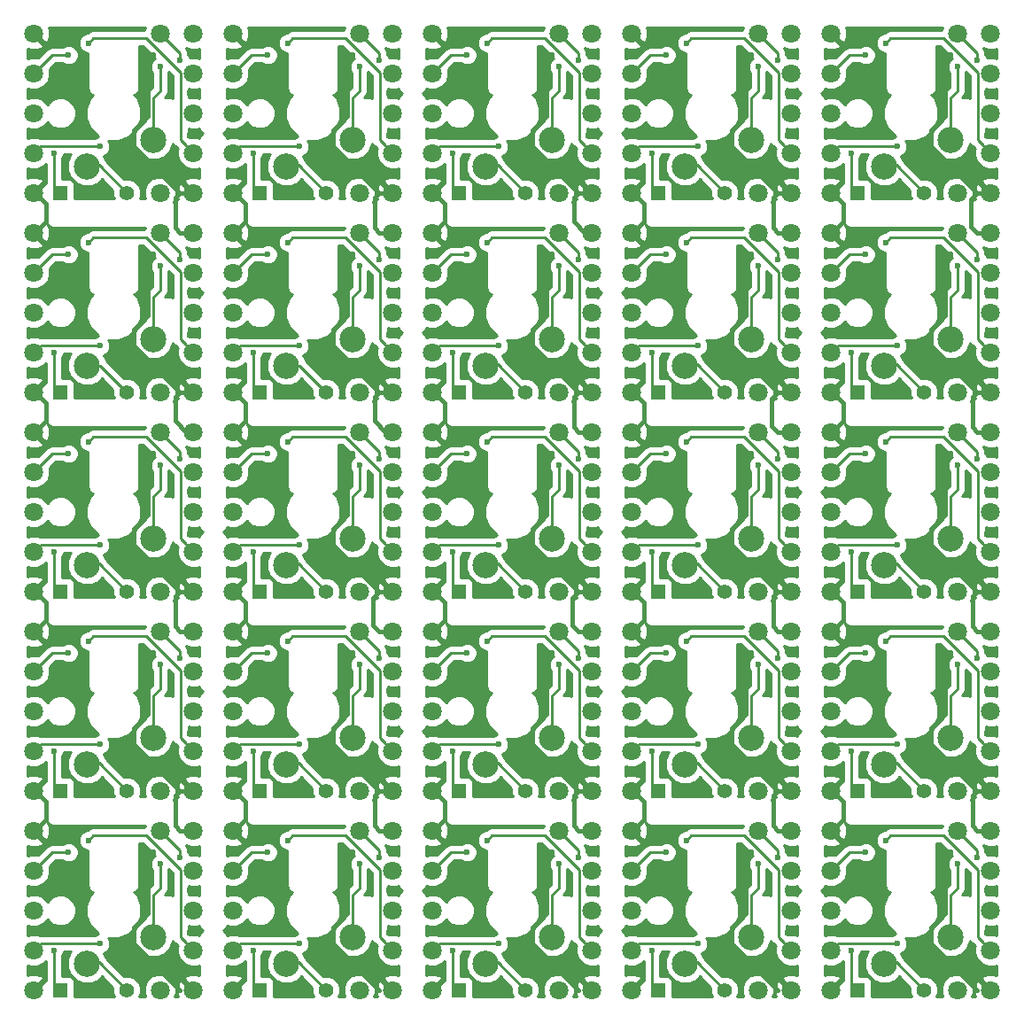
<source format=gtl>
G04 #@! TF.GenerationSoftware,KiCad,Pcbnew,5.0.2-bee76a0~70~ubuntu18.04.1*
G04 #@! TF.CreationDate,2019-02-14T02:50:33+09:00*
G04 #@! TF.ProjectId,nexus,6e657875-732e-46b6-9963-61645f706362,rev?*
G04 #@! TF.SameCoordinates,Original*
G04 #@! TF.FileFunction,Copper,L1,Top*
G04 #@! TF.FilePolarity,Positive*
%FSLAX46Y46*%
G04 Gerber Fmt 4.6, Leading zero omitted, Abs format (unit mm)*
G04 Created by KiCad (PCBNEW 5.0.2-bee76a0~70~ubuntu18.04.1) date 2019年02月14日 02時50分33秒*
%MOMM*%
%LPD*%
G01*
G04 APERTURE LIST*
G04 #@! TA.AperFunction,ComponentPad*
%ADD10C,2.500000*%
G04 #@! TD*
G04 #@! TA.AperFunction,ComponentPad*
%ADD11R,1.400000X1.400000*%
G04 #@! TD*
G04 #@! TA.AperFunction,ComponentPad*
%ADD12C,1.400000*%
G04 #@! TD*
G04 #@! TA.AperFunction,ComponentPad*
%ADD13C,1.800000*%
G04 #@! TD*
G04 #@! TA.AperFunction,ViaPad*
%ADD14C,0.600000*%
G04 #@! TD*
G04 #@! TA.AperFunction,Conductor*
%ADD15C,0.250000*%
G04 #@! TD*
G04 #@! TA.AperFunction,Conductor*
%ADD16C,0.400000*%
G04 #@! TD*
G04 #@! TA.AperFunction,Conductor*
%ADD17C,0.254000*%
G04 #@! TD*
G04 APERTURE END LIST*
D10*
G04 #@! TO.P,SW15,2*
G04 #@! TO.N,Net-(D15-Pad2)*
X148082000Y-78867000D03*
G04 #@! TO.P,SW15,1*
G04 #@! TO.N,/COL4*
X154432000Y-76327000D03*
G04 #@! TD*
G04 #@! TO.P,SW10,2*
G04 #@! TO.N,Net-(D10-Pad2)*
X148082000Y-59817000D03*
G04 #@! TO.P,SW10,1*
G04 #@! TO.N,/COL4*
X154432000Y-57277000D03*
G04 #@! TD*
D11*
G04 #@! TO.P,D,1*
G04 #@! TO.N,/ROW0*
X107442000Y-43307000D03*
D12*
G04 #@! TO.P,D,2*
G04 #@! TO.N,Net-(D3-Pad2)*
X113792000Y-43307000D03*
G04 #@! TD*
D10*
G04 #@! TO.P,SW3,2*
G04 #@! TO.N,Net-(D3-Pad2)*
X109982000Y-40767000D03*
G04 #@! TO.P,SW3,1*
G04 #@! TO.N,/COL2*
X116332000Y-38227000D03*
G04 #@! TD*
D13*
G04 #@! TO.P,REF\002A\002A,1*
G04 #@! TO.N,/ROW4*
X158242000Y-111887000D03*
G04 #@! TD*
G04 #@! TO.P,REF\002A\002A,1*
G04 #@! TO.N,/ROW4*
X139192000Y-111887000D03*
G04 #@! TD*
G04 #@! TO.P,REF\002A\002A,1*
G04 #@! TO.N,/ROW4*
X120142000Y-111887000D03*
G04 #@! TD*
G04 #@! TO.P,REF\002A\002A,1*
G04 #@! TO.N,/ROW4*
X101092000Y-111887000D03*
G04 #@! TD*
G04 #@! TO.P,REF\002A\002A,1*
G04 #@! TO.N,/ROW4*
X143002000Y-111887000D03*
G04 #@! TD*
G04 #@! TO.P,REF\002A\002A,1*
G04 #@! TO.N,/ROW4*
X123952000Y-111887000D03*
G04 #@! TD*
G04 #@! TO.P,REF\002A\002A,1*
G04 #@! TO.N,/ROW4*
X104902000Y-111887000D03*
G04 #@! TD*
G04 #@! TO.P,REF\002A\002A,1*
G04 #@! TO.N,/ROW4*
X85852000Y-111887000D03*
G04 #@! TD*
G04 #@! TO.P,REF\002A\002A,1*
G04 #@! TO.N,/ROW3*
X158242000Y-92837000D03*
G04 #@! TD*
G04 #@! TO.P,REF\002A\002A,1*
G04 #@! TO.N,/ROW3*
X139192000Y-92837000D03*
G04 #@! TD*
G04 #@! TO.P,REF\002A\002A,1*
G04 #@! TO.N,/ROW3*
X120142000Y-92837000D03*
G04 #@! TD*
G04 #@! TO.P,REF\002A\002A,1*
G04 #@! TO.N,/ROW3*
X101092000Y-92837000D03*
G04 #@! TD*
G04 #@! TO.P,REF\002A\002A,1*
G04 #@! TO.N,/ROW3*
X143002000Y-92837000D03*
G04 #@! TD*
G04 #@! TO.P,REF\002A\002A,1*
G04 #@! TO.N,/ROW3*
X123952000Y-92837000D03*
G04 #@! TD*
G04 #@! TO.P,REF\002A\002A,1*
G04 #@! TO.N,/ROW3*
X104902000Y-92837000D03*
G04 #@! TD*
G04 #@! TO.P,REF\002A\002A,1*
G04 #@! TO.N,/ROW3*
X85852000Y-92837000D03*
G04 #@! TD*
G04 #@! TO.P,REF\002A\002A,1*
G04 #@! TO.N,/ROW2*
X143002000Y-73787000D03*
G04 #@! TD*
G04 #@! TO.P,REF\002A\002A,1*
G04 #@! TO.N,/ROW2*
X123952000Y-73787000D03*
G04 #@! TD*
G04 #@! TO.P,REF\002A\002A,1*
G04 #@! TO.N,/ROW2*
X104902000Y-73787000D03*
G04 #@! TD*
G04 #@! TO.P,REF\002A\002A,1*
G04 #@! TO.N,/ROW2*
X85852000Y-73787000D03*
G04 #@! TD*
G04 #@! TO.P,REF\002A\002A,1*
G04 #@! TO.N,/ROW2*
X158242000Y-73787000D03*
G04 #@! TD*
G04 #@! TO.P,REF\002A\002A,1*
G04 #@! TO.N,/ROW2*
X139192000Y-73787000D03*
G04 #@! TD*
G04 #@! TO.P,REF\002A\002A,1*
G04 #@! TO.N,/ROW2*
X120142000Y-73787000D03*
G04 #@! TD*
G04 #@! TO.P,REF\002A\002A,1*
G04 #@! TO.N,/ROW2*
X101092000Y-73787000D03*
G04 #@! TD*
G04 #@! TO.P,REF\002A\002A,1*
G04 #@! TO.N,Net-(L1-Pad3)*
X158242000Y-115697000D03*
G04 #@! TD*
G04 #@! TO.P,REF\002A\002A,1*
G04 #@! TO.N,Net-(L1-Pad3)*
X139192000Y-115697000D03*
G04 #@! TD*
G04 #@! TO.P,REF\002A\002A,1*
G04 #@! TO.N,Net-(L1-Pad3)*
X120142000Y-115697000D03*
G04 #@! TD*
G04 #@! TO.P,REF\002A\002A,1*
G04 #@! TO.N,Net-(L1-Pad3)*
X101092000Y-115697000D03*
G04 #@! TD*
G04 #@! TO.P,REF\002A\002A,1*
G04 #@! TO.N,Net-(L1-Pad3)*
X82042000Y-115697000D03*
G04 #@! TD*
G04 #@! TO.P,REF\002A\002A,1*
G04 #@! TO.N,Net-(L1-Pad3)*
X158242000Y-96647000D03*
G04 #@! TD*
G04 #@! TO.P,REF\002A\002A,1*
G04 #@! TO.N,Net-(L1-Pad3)*
X139192000Y-96647000D03*
G04 #@! TD*
G04 #@! TO.P,REF\002A\002A,1*
G04 #@! TO.N,Net-(L1-Pad3)*
X120142000Y-96647000D03*
G04 #@! TD*
G04 #@! TO.P,REF\002A\002A,1*
G04 #@! TO.N,Net-(L1-Pad3)*
X101092000Y-96647000D03*
G04 #@! TD*
G04 #@! TO.P,REF\002A\002A,1*
G04 #@! TO.N,Net-(L1-Pad3)*
X82042000Y-96647000D03*
G04 #@! TD*
G04 #@! TO.P,REF\002A\002A,1*
G04 #@! TO.N,Net-(L1-Pad3)*
X158242000Y-77597000D03*
G04 #@! TD*
G04 #@! TO.P,REF\002A\002A,1*
G04 #@! TO.N,Net-(L1-Pad3)*
X139192000Y-77597000D03*
G04 #@! TD*
G04 #@! TO.P,REF\002A\002A,1*
G04 #@! TO.N,Net-(L1-Pad3)*
X120142000Y-77597000D03*
G04 #@! TD*
G04 #@! TO.P,REF\002A\002A,1*
G04 #@! TO.N,Net-(L1-Pad3)*
X101092000Y-77597000D03*
G04 #@! TD*
G04 #@! TO.P,REF\002A\002A,1*
G04 #@! TO.N,Net-(L1-Pad3)*
X82042000Y-77597000D03*
G04 #@! TD*
G04 #@! TO.P,REF\002A\002A,1*
G04 #@! TO.N,Net-(L1-Pad3)*
X158242000Y-58547000D03*
G04 #@! TD*
G04 #@! TO.P,REF\002A\002A,1*
G04 #@! TO.N,Net-(L1-Pad3)*
X139192000Y-58547000D03*
G04 #@! TD*
G04 #@! TO.P,REF\002A\002A,1*
G04 #@! TO.N,Net-(L1-Pad3)*
X120142000Y-58547000D03*
G04 #@! TD*
G04 #@! TO.P,REF\002A\002A,1*
G04 #@! TO.N,Net-(L1-Pad3)*
X101092000Y-58547000D03*
G04 #@! TD*
G04 #@! TO.P,REF\002A\002A,1*
G04 #@! TO.N,Net-(L1-Pad3)*
X82042000Y-58547000D03*
G04 #@! TD*
G04 #@! TO.P,REF\002A\002A,1*
G04 #@! TO.N,Net-(L1-Pad3)*
X158242000Y-39497000D03*
G04 #@! TD*
G04 #@! TO.P,REF\002A\002A,1*
G04 #@! TO.N,Net-(L1-Pad3)*
X139192000Y-39497000D03*
G04 #@! TD*
G04 #@! TO.P,REF\002A\002A,1*
G04 #@! TO.N,Net-(L1-Pad3)*
X120142000Y-39497000D03*
G04 #@! TD*
G04 #@! TO.P,REF\002A\002A,1*
G04 #@! TO.N,Net-(L1-Pad3)*
X101092000Y-39497000D03*
G04 #@! TD*
G04 #@! TO.P,REF\002A\002A,1*
G04 #@! TO.N,Net-(L1-Pad3)*
X143002000Y-108077000D03*
G04 #@! TD*
G04 #@! TO.P,REF\002A\002A,1*
G04 #@! TO.N,Net-(L1-Pad3)*
X123952000Y-108077000D03*
G04 #@! TD*
G04 #@! TO.P,REF\002A\002A,1*
G04 #@! TO.N,Net-(L1-Pad3)*
X104902000Y-108077000D03*
G04 #@! TD*
G04 #@! TO.P,REF\002A\002A,1*
G04 #@! TO.N,Net-(L1-Pad3)*
X85852000Y-108077000D03*
G04 #@! TD*
G04 #@! TO.P,REF\002A\002A,1*
G04 #@! TO.N,Net-(L1-Pad3)*
X66802000Y-108077000D03*
G04 #@! TD*
G04 #@! TO.P,REF\002A\002A,1*
G04 #@! TO.N,Net-(L1-Pad3)*
X143002000Y-89027000D03*
G04 #@! TD*
G04 #@! TO.P,REF\002A\002A,1*
G04 #@! TO.N,Net-(L1-Pad3)*
X123952000Y-89027000D03*
G04 #@! TD*
G04 #@! TO.P,REF\002A\002A,1*
G04 #@! TO.N,Net-(L1-Pad3)*
X104902000Y-89027000D03*
G04 #@! TD*
G04 #@! TO.P,REF\002A\002A,1*
G04 #@! TO.N,Net-(L1-Pad3)*
X85852000Y-89027000D03*
G04 #@! TD*
G04 #@! TO.P,REF\002A\002A,1*
G04 #@! TO.N,Net-(L1-Pad3)*
X66802000Y-89027000D03*
G04 #@! TD*
G04 #@! TO.P,REF\002A\002A,1*
G04 #@! TO.N,Net-(L1-Pad3)*
X143002000Y-69977000D03*
G04 #@! TD*
G04 #@! TO.P,REF\002A\002A,1*
G04 #@! TO.N,Net-(L1-Pad3)*
X123952000Y-69977000D03*
G04 #@! TD*
G04 #@! TO.P,REF\002A\002A,1*
G04 #@! TO.N,Net-(L1-Pad3)*
X104902000Y-69977000D03*
G04 #@! TD*
G04 #@! TO.P,REF\002A\002A,1*
G04 #@! TO.N,Net-(L1-Pad3)*
X85852000Y-69977000D03*
G04 #@! TD*
G04 #@! TO.P,REF\002A\002A,1*
G04 #@! TO.N,Net-(L1-Pad3)*
X66802000Y-69977000D03*
G04 #@! TD*
G04 #@! TO.P,REF\002A\002A,1*
G04 #@! TO.N,Net-(L1-Pad3)*
X143002000Y-50927000D03*
G04 #@! TD*
G04 #@! TO.P,REF\002A\002A,1*
G04 #@! TO.N,Net-(L1-Pad3)*
X123952000Y-50927000D03*
G04 #@! TD*
G04 #@! TO.P,REF\002A\002A,1*
G04 #@! TO.N,Net-(L1-Pad3)*
X104902000Y-50927000D03*
G04 #@! TD*
G04 #@! TO.P,REF\002A\002A,1*
G04 #@! TO.N,Net-(L1-Pad3)*
X85852000Y-50927000D03*
G04 #@! TD*
G04 #@! TO.P,REF\002A\002A,1*
G04 #@! TO.N,Net-(L1-Pad3)*
X66802000Y-50927000D03*
G04 #@! TD*
G04 #@! TO.P,REF\002A\002A,1*
G04 #@! TO.N,Net-(L1-Pad3)*
X143002000Y-31877000D03*
G04 #@! TD*
G04 #@! TO.P,REF\002A\002A,1*
G04 #@! TO.N,Net-(L1-Pad3)*
X123952000Y-31877000D03*
G04 #@! TD*
G04 #@! TO.P,REF\002A\002A,1*
G04 #@! TO.N,Net-(L1-Pad3)*
X104902000Y-31877000D03*
G04 #@! TD*
G04 #@! TO.P,REF\002A\002A,1*
G04 #@! TO.N,Net-(L1-Pad3)*
X85852000Y-31877000D03*
G04 #@! TD*
G04 #@! TO.P,REF\002A\002A,1*
G04 #@! TO.N,Net-(L1-Pad1)*
X143002000Y-115697000D03*
G04 #@! TD*
G04 #@! TO.P,REF\002A\002A,1*
G04 #@! TO.N,Net-(L1-Pad1)*
X123952000Y-115697000D03*
G04 #@! TD*
G04 #@! TO.P,REF\002A\002A,1*
G04 #@! TO.N,Net-(L1-Pad1)*
X104902000Y-115697000D03*
G04 #@! TD*
G04 #@! TO.P,REF\002A\002A,1*
G04 #@! TO.N,Net-(L1-Pad1)*
X85852000Y-115697000D03*
G04 #@! TD*
G04 #@! TO.P,REF\002A\002A,1*
G04 #@! TO.N,Net-(L1-Pad1)*
X66802000Y-115697000D03*
G04 #@! TD*
G04 #@! TO.P,REF\002A\002A,1*
G04 #@! TO.N,Net-(L1-Pad1)*
X143002000Y-96647000D03*
G04 #@! TD*
G04 #@! TO.P,REF\002A\002A,1*
G04 #@! TO.N,Net-(L1-Pad1)*
X123952000Y-96647000D03*
G04 #@! TD*
G04 #@! TO.P,REF\002A\002A,1*
G04 #@! TO.N,Net-(L1-Pad1)*
X104902000Y-96647000D03*
G04 #@! TD*
G04 #@! TO.P,REF\002A\002A,1*
G04 #@! TO.N,Net-(L1-Pad1)*
X85852000Y-96647000D03*
G04 #@! TD*
G04 #@! TO.P,REF\002A\002A,1*
G04 #@! TO.N,Net-(L1-Pad1)*
X66802000Y-96647000D03*
G04 #@! TD*
G04 #@! TO.P,REF\002A\002A,1*
G04 #@! TO.N,Net-(L1-Pad1)*
X143002000Y-77597000D03*
G04 #@! TD*
G04 #@! TO.P,REF\002A\002A,1*
G04 #@! TO.N,Net-(L1-Pad1)*
X123952000Y-77597000D03*
G04 #@! TD*
G04 #@! TO.P,REF\002A\002A,1*
G04 #@! TO.N,Net-(L1-Pad1)*
X104902000Y-77597000D03*
G04 #@! TD*
G04 #@! TO.P,REF\002A\002A,1*
G04 #@! TO.N,Net-(L1-Pad1)*
X85852000Y-77597000D03*
G04 #@! TD*
G04 #@! TO.P,REF\002A\002A,1*
G04 #@! TO.N,Net-(L1-Pad1)*
X66802000Y-77597000D03*
G04 #@! TD*
G04 #@! TO.P,REF\002A\002A,1*
G04 #@! TO.N,Net-(L1-Pad1)*
X143002000Y-58547000D03*
G04 #@! TD*
G04 #@! TO.P,REF\002A\002A,1*
G04 #@! TO.N,Net-(L1-Pad1)*
X123952000Y-58547000D03*
G04 #@! TD*
G04 #@! TO.P,REF\002A\002A,1*
G04 #@! TO.N,Net-(L1-Pad1)*
X104902000Y-58547000D03*
G04 #@! TD*
G04 #@! TO.P,REF\002A\002A,1*
G04 #@! TO.N,Net-(L1-Pad1)*
X85852000Y-58547000D03*
G04 #@! TD*
G04 #@! TO.P,REF\002A\002A,1*
G04 #@! TO.N,Net-(L1-Pad1)*
X66802000Y-58547000D03*
G04 #@! TD*
G04 #@! TO.P,REF\002A\002A,1*
G04 #@! TO.N,Net-(L1-Pad1)*
X143002000Y-39497000D03*
G04 #@! TD*
G04 #@! TO.P,REF\002A\002A,1*
G04 #@! TO.N,Net-(L1-Pad1)*
X123952000Y-39497000D03*
G04 #@! TD*
G04 #@! TO.P,REF\002A\002A,1*
G04 #@! TO.N,Net-(L1-Pad1)*
X104902000Y-39497000D03*
G04 #@! TD*
G04 #@! TO.P,REF\002A\002A,1*
G04 #@! TO.N,Net-(L1-Pad1)*
X85852000Y-39497000D03*
G04 #@! TD*
G04 #@! TO.P,REF\002A\002A,1*
G04 #@! TO.N,Net-(L1-Pad1)*
X158242000Y-108077000D03*
G04 #@! TD*
G04 #@! TO.P,REF\002A\002A,1*
G04 #@! TO.N,Net-(L1-Pad1)*
X139192000Y-108077000D03*
G04 #@! TD*
G04 #@! TO.P,REF\002A\002A,1*
G04 #@! TO.N,Net-(L1-Pad1)*
X120142000Y-108077000D03*
G04 #@! TD*
G04 #@! TO.P,REF\002A\002A,1*
G04 #@! TO.N,Net-(L1-Pad1)*
X101092000Y-108077000D03*
G04 #@! TD*
G04 #@! TO.P,REF\002A\002A,1*
G04 #@! TO.N,Net-(L1-Pad1)*
X82042000Y-108077000D03*
G04 #@! TD*
G04 #@! TO.P,REF\002A\002A,1*
G04 #@! TO.N,Net-(L1-Pad1)*
X158242000Y-89027000D03*
G04 #@! TD*
G04 #@! TO.P,REF\002A\002A,1*
G04 #@! TO.N,Net-(L1-Pad1)*
X139192000Y-89027000D03*
G04 #@! TD*
G04 #@! TO.P,REF\002A\002A,1*
G04 #@! TO.N,Net-(L1-Pad1)*
X120142000Y-89027000D03*
G04 #@! TD*
G04 #@! TO.P,REF\002A\002A,1*
G04 #@! TO.N,Net-(L1-Pad1)*
X101092000Y-89027000D03*
G04 #@! TD*
G04 #@! TO.P,REF\002A\002A,1*
G04 #@! TO.N,Net-(L1-Pad1)*
X82042000Y-89027000D03*
G04 #@! TD*
G04 #@! TO.P,REF\002A\002A,1*
G04 #@! TO.N,Net-(L1-Pad1)*
X158242000Y-69977000D03*
G04 #@! TD*
G04 #@! TO.P,REF\002A\002A,1*
G04 #@! TO.N,Net-(L1-Pad1)*
X139192000Y-69977000D03*
G04 #@! TD*
G04 #@! TO.P,REF\002A\002A,1*
G04 #@! TO.N,Net-(L1-Pad1)*
X120142000Y-69977000D03*
G04 #@! TD*
G04 #@! TO.P,REF\002A\002A,1*
G04 #@! TO.N,Net-(L1-Pad1)*
X101092000Y-69977000D03*
G04 #@! TD*
G04 #@! TO.P,REF\002A\002A,1*
G04 #@! TO.N,Net-(L1-Pad1)*
X82042000Y-69977000D03*
G04 #@! TD*
G04 #@! TO.P,REF\002A\002A,1*
G04 #@! TO.N,Net-(L1-Pad1)*
X158242000Y-50927000D03*
G04 #@! TD*
G04 #@! TO.P,REF\002A\002A,1*
G04 #@! TO.N,Net-(L1-Pad1)*
X139192000Y-50927000D03*
G04 #@! TD*
G04 #@! TO.P,REF\002A\002A,1*
G04 #@! TO.N,Net-(L1-Pad1)*
X120142000Y-50927000D03*
G04 #@! TD*
G04 #@! TO.P,REF\002A\002A,1*
G04 #@! TO.N,Net-(L1-Pad1)*
X101092000Y-50927000D03*
G04 #@! TD*
G04 #@! TO.P,REF\002A\002A,1*
G04 #@! TO.N,Net-(L1-Pad1)*
X82042000Y-50927000D03*
G04 #@! TD*
G04 #@! TO.P,REF\002A\002A,1*
G04 #@! TO.N,Net-(L1-Pad1)*
X158242000Y-31877000D03*
G04 #@! TD*
G04 #@! TO.P,REF\002A\002A,1*
G04 #@! TO.N,Net-(L1-Pad1)*
X139192000Y-31877000D03*
G04 #@! TD*
G04 #@! TO.P,REF\002A\002A,1*
G04 #@! TO.N,Net-(L1-Pad1)*
X120142000Y-31877000D03*
G04 #@! TD*
G04 #@! TO.P,REF\002A\002A,1*
G04 #@! TO.N,Net-(L1-Pad1)*
X101092000Y-31877000D03*
G04 #@! TD*
G04 #@! TO.P,REF\002A\002A,1*
G04 #@! TO.N,/COL4*
X155067000Y-100457000D03*
G04 #@! TD*
G04 #@! TO.P,REF\002A\002A,1*
G04 #@! TO.N,VCC*
X143002000Y-119507000D03*
G04 #@! TD*
G04 #@! TO.P,REF\002A\002A,1*
G04 #@! TO.N,VCC*
X143002000Y-104267000D03*
G04 #@! TD*
G04 #@! TO.P,REF\002A\002A,1*
G04 #@! TO.N,GND*
X158242000Y-104267000D03*
G04 #@! TD*
G04 #@! TO.P,REF\002A\002A,1*
G04 #@! TO.N,/COL4*
X155067000Y-104267000D03*
G04 #@! TD*
G04 #@! TO.P,REF\002A\002A,1*
G04 #@! TO.N,GND*
X158242000Y-119507000D03*
G04 #@! TD*
G04 #@! TO.P,REF\002A\002A,1*
G04 #@! TO.N,/COL4*
X155067000Y-119507000D03*
G04 #@! TD*
G04 #@! TO.P,REF\002A\002A,1*
G04 #@! TO.N,VCC*
X123952000Y-119507000D03*
G04 #@! TD*
G04 #@! TO.P,REF\002A\002A,1*
G04 #@! TO.N,GND*
X139192000Y-119507000D03*
G04 #@! TD*
G04 #@! TO.P,REF\002A\002A,1*
G04 #@! TO.N,/COL3*
X136017000Y-104267000D03*
G04 #@! TD*
G04 #@! TO.P,REF\002A\002A,1*
G04 #@! TO.N,GND*
X139192000Y-104267000D03*
G04 #@! TD*
G04 #@! TO.P,REF\002A\002A,1*
G04 #@! TO.N,/COL3*
X136017000Y-119507000D03*
G04 #@! TD*
G04 #@! TO.P,REF\002A\002A,1*
G04 #@! TO.N,VCC*
X123952000Y-104267000D03*
G04 #@! TD*
G04 #@! TO.P,REF\002A\002A,1*
G04 #@! TO.N,VCC*
X104902000Y-104267000D03*
G04 #@! TD*
G04 #@! TO.P,REF\002A\002A,1*
G04 #@! TO.N,VCC*
X104902000Y-119507000D03*
G04 #@! TD*
G04 #@! TO.P,REF\002A\002A,1*
G04 #@! TO.N,GND*
X120142000Y-104267000D03*
G04 #@! TD*
G04 #@! TO.P,REF\002A\002A,1*
G04 #@! TO.N,GND*
X120142000Y-119507000D03*
G04 #@! TD*
G04 #@! TO.P,REF\002A\002A,1*
G04 #@! TO.N,/COL2*
X116967000Y-119507000D03*
G04 #@! TD*
G04 #@! TO.P,REF\002A\002A,1*
G04 #@! TO.N,/COL2*
X116967000Y-104267000D03*
G04 #@! TD*
G04 #@! TO.P,REF\002A\002A,1*
G04 #@! TO.N,/COL1*
X97917000Y-119507000D03*
G04 #@! TD*
G04 #@! TO.P,REF\002A\002A,1*
G04 #@! TO.N,GND*
X101092000Y-119507000D03*
G04 #@! TD*
G04 #@! TO.P,REF\002A\002A,1*
G04 #@! TO.N,VCC*
X85852000Y-104267000D03*
G04 #@! TD*
G04 #@! TO.P,REF\002A\002A,1*
G04 #@! TO.N,VCC*
X85852000Y-119507000D03*
G04 #@! TD*
G04 #@! TO.P,REF\002A\002A,1*
G04 #@! TO.N,GND*
X101092000Y-104267000D03*
G04 #@! TD*
G04 #@! TO.P,REF\002A\002A,1*
G04 #@! TO.N,/COL1*
X97917000Y-104267000D03*
G04 #@! TD*
G04 #@! TO.P,REF\002A\002A,1*
G04 #@! TO.N,GND*
X82042000Y-119507000D03*
G04 #@! TD*
G04 #@! TO.P,REF\002A\002A,1*
G04 #@! TO.N,/COL0*
X78867000Y-119507000D03*
G04 #@! TD*
G04 #@! TO.P,REF\002A\002A,1*
G04 #@! TO.N,/COL0*
X78867000Y-104267000D03*
G04 #@! TD*
G04 #@! TO.P,REF\002A\002A,1*
G04 #@! TO.N,VCC*
X66802000Y-119507000D03*
G04 #@! TD*
G04 #@! TO.P,REF\002A\002A,1*
G04 #@! TO.N,VCC*
X66802000Y-104267000D03*
G04 #@! TD*
G04 #@! TO.P,REF\002A\002A,1*
G04 #@! TO.N,/ROW4*
X82042000Y-111887000D03*
G04 #@! TD*
G04 #@! TO.P,REF\002A\002A,1*
G04 #@! TO.N,/ROW4*
X66802000Y-111887000D03*
G04 #@! TD*
G04 #@! TO.P,REF\002A\002A,1*
G04 #@! TO.N,GND*
X82042000Y-104267000D03*
G04 #@! TD*
G04 #@! TO.P,REF\002A\002A,1*
G04 #@! TO.N,GND*
X82042000Y-100457000D03*
G04 #@! TD*
G04 #@! TO.P,REF\002A\002A,1*
G04 #@! TO.N,/ROW3*
X66802000Y-92837000D03*
G04 #@! TD*
G04 #@! TO.P,REF\002A\002A,1*
G04 #@! TO.N,/COL0*
X78867000Y-85217000D03*
G04 #@! TD*
G04 #@! TO.P,REF\002A\002A,1*
G04 #@! TO.N,GND*
X82042000Y-85217000D03*
G04 #@! TD*
G04 #@! TO.P,REF\002A\002A,1*
G04 #@! TO.N,/ROW3*
X82042000Y-92837000D03*
G04 #@! TD*
G04 #@! TO.P,REF\002A\002A,1*
G04 #@! TO.N,/COL0*
X78867000Y-100457000D03*
G04 #@! TD*
G04 #@! TO.P,REF\002A\002A,1*
G04 #@! TO.N,VCC*
X66802000Y-85217000D03*
G04 #@! TD*
G04 #@! TO.P,REF\002A\002A,1*
G04 #@! TO.N,VCC*
X66802000Y-100457000D03*
G04 #@! TD*
G04 #@! TO.P,REF\002A\002A,1*
G04 #@! TO.N,GND*
X101092000Y-85217000D03*
G04 #@! TD*
G04 #@! TO.P,REF\002A\002A,1*
G04 #@! TO.N,VCC*
X85852000Y-85217000D03*
G04 #@! TD*
G04 #@! TO.P,REF\002A\002A,1*
G04 #@! TO.N,/COL1*
X97917000Y-85217000D03*
G04 #@! TD*
G04 #@! TO.P,REF\002A\002A,1*
G04 #@! TO.N,VCC*
X85852000Y-100457000D03*
G04 #@! TD*
G04 #@! TO.P,REF\002A\002A,1*
G04 #@! TO.N,/COL1*
X97917000Y-100457000D03*
G04 #@! TD*
G04 #@! TO.P,REF\002A\002A,1*
G04 #@! TO.N,GND*
X101092000Y-100457000D03*
G04 #@! TD*
G04 #@! TO.P,REF\002A\002A,1*
G04 #@! TO.N,/COL2*
X116967000Y-100457000D03*
G04 #@! TD*
G04 #@! TO.P,REF\002A\002A,1*
G04 #@! TO.N,VCC*
X104902000Y-85217000D03*
G04 #@! TD*
G04 #@! TO.P,REF\002A\002A,1*
G04 #@! TO.N,VCC*
X104902000Y-100457000D03*
G04 #@! TD*
G04 #@! TO.P,REF\002A\002A,1*
G04 #@! TO.N,/COL2*
X116967000Y-85217000D03*
G04 #@! TD*
G04 #@! TO.P,REF\002A\002A,1*
G04 #@! TO.N,GND*
X120142000Y-85217000D03*
G04 #@! TD*
G04 #@! TO.P,REF\002A\002A,1*
G04 #@! TO.N,GND*
X120142000Y-100457000D03*
G04 #@! TD*
G04 #@! TO.P,REF\002A\002A,1*
G04 #@! TO.N,VCC*
X123952000Y-100457000D03*
G04 #@! TD*
G04 #@! TO.P,REF\002A\002A,1*
G04 #@! TO.N,VCC*
X123952000Y-85217000D03*
G04 #@! TD*
G04 #@! TO.P,REF\002A\002A,1*
G04 #@! TO.N,GND*
X139192000Y-100457000D03*
G04 #@! TD*
G04 #@! TO.P,REF\002A\002A,1*
G04 #@! TO.N,/COL3*
X136017000Y-85217000D03*
G04 #@! TD*
G04 #@! TO.P,REF\002A\002A,1*
G04 #@! TO.N,/COL3*
X136017000Y-100457000D03*
G04 #@! TD*
G04 #@! TO.P,REF\002A\002A,1*
G04 #@! TO.N,GND*
X139192000Y-85217000D03*
G04 #@! TD*
G04 #@! TO.P,REF\002A\002A,1*
G04 #@! TO.N,VCC*
X143002000Y-100457000D03*
G04 #@! TD*
G04 #@! TO.P,REF\002A\002A,1*
G04 #@! TO.N,VCC*
X143002000Y-85217000D03*
G04 #@! TD*
G04 #@! TO.P,REF\002A\002A,1*
G04 #@! TO.N,GND*
X158242000Y-85217000D03*
G04 #@! TD*
G04 #@! TO.P,REF\002A\002A,1*
G04 #@! TO.N,GND*
X158242000Y-100457000D03*
G04 #@! TD*
G04 #@! TO.P,REF\002A\002A,1*
G04 #@! TO.N,/COL4*
X155067000Y-85217000D03*
G04 #@! TD*
G04 #@! TO.P,REF\002A\002A,1*
G04 #@! TO.N,/COL4*
X155067000Y-66167000D03*
G04 #@! TD*
G04 #@! TO.P,REF\002A\002A,1*
G04 #@! TO.N,VCC*
X143002000Y-66167000D03*
G04 #@! TD*
G04 #@! TO.P,REF\002A\002A,1*
G04 #@! TO.N,GND*
X158242000Y-66167000D03*
G04 #@! TD*
G04 #@! TO.P,REF\002A\002A,1*
G04 #@! TO.N,GND*
X158242000Y-81407000D03*
G04 #@! TD*
G04 #@! TO.P,REF\002A\002A,1*
G04 #@! TO.N,/COL4*
X155067000Y-81407000D03*
G04 #@! TD*
G04 #@! TO.P,REF\002A\002A,1*
G04 #@! TO.N,VCC*
X143002000Y-81407000D03*
G04 #@! TD*
G04 #@! TO.P,REF\002A\002A,1*
G04 #@! TO.N,/COL3*
X136017000Y-81407000D03*
G04 #@! TD*
G04 #@! TO.P,REF\002A\002A,1*
G04 #@! TO.N,GND*
X139192000Y-81407000D03*
G04 #@! TD*
G04 #@! TO.P,REF\002A\002A,1*
G04 #@! TO.N,VCC*
X123952000Y-81407000D03*
G04 #@! TD*
G04 #@! TO.P,REF\002A\002A,1*
G04 #@! TO.N,VCC*
X123952000Y-66167000D03*
G04 #@! TD*
G04 #@! TO.P,REF\002A\002A,1*
G04 #@! TO.N,/COL3*
X136017000Y-66167000D03*
G04 #@! TD*
G04 #@! TO.P,REF\002A\002A,1*
G04 #@! TO.N,GND*
X139192000Y-66167000D03*
G04 #@! TD*
G04 #@! TO.P,REF\002A\002A,1*
G04 #@! TO.N,GND*
X120142000Y-81407000D03*
G04 #@! TD*
G04 #@! TO.P,REF\002A\002A,1*
G04 #@! TO.N,VCC*
X104902000Y-81407000D03*
G04 #@! TD*
G04 #@! TO.P,REF\002A\002A,1*
G04 #@! TO.N,/COL2*
X116967000Y-66167000D03*
G04 #@! TD*
G04 #@! TO.P,REF\002A\002A,1*
G04 #@! TO.N,VCC*
X104902000Y-66167000D03*
G04 #@! TD*
G04 #@! TO.P,REF\002A\002A,1*
G04 #@! TO.N,GND*
X120142000Y-66167000D03*
G04 #@! TD*
G04 #@! TO.P,REF\002A\002A,1*
G04 #@! TO.N,/COL2*
X116967000Y-81407000D03*
G04 #@! TD*
G04 #@! TO.P,REF\002A\002A,1*
G04 #@! TO.N,VCC*
X85852000Y-66167000D03*
G04 #@! TD*
G04 #@! TO.P,REF\002A\002A,1*
G04 #@! TO.N,GND*
X101092000Y-81407000D03*
G04 #@! TD*
G04 #@! TO.P,REF\002A\002A,1*
G04 #@! TO.N,/COL1*
X97917000Y-66167000D03*
G04 #@! TD*
G04 #@! TO.P,REF\002A\002A,1*
G04 #@! TO.N,/COL1*
X97917000Y-81407000D03*
G04 #@! TD*
G04 #@! TO.P,REF\002A\002A,1*
G04 #@! TO.N,GND*
X101092000Y-66167000D03*
G04 #@! TD*
G04 #@! TO.P,REF\002A\002A,1*
G04 #@! TO.N,VCC*
X85852000Y-81407000D03*
G04 #@! TD*
G04 #@! TO.P,REF\002A\002A,1*
G04 #@! TO.N,VCC*
X66802000Y-81407000D03*
G04 #@! TD*
G04 #@! TO.P,REF\002A\002A,1*
G04 #@! TO.N,/COL0*
X78867000Y-66167000D03*
G04 #@! TD*
G04 #@! TO.P,REF\002A\002A,1*
G04 #@! TO.N,GND*
X82042000Y-81407000D03*
G04 #@! TD*
G04 #@! TO.P,REF\002A\002A,1*
G04 #@! TO.N,/COL0*
X78867000Y-81407000D03*
G04 #@! TD*
G04 #@! TO.P,REF\002A\002A,1*
G04 #@! TO.N,/ROW2*
X82042000Y-73787000D03*
G04 #@! TD*
G04 #@! TO.P,REF\002A\002A,1*
G04 #@! TO.N,GND*
X82042000Y-66167000D03*
G04 #@! TD*
G04 #@! TO.P,REF\002A\002A,1*
G04 #@! TO.N,VCC*
X66802000Y-66167000D03*
G04 #@! TD*
G04 #@! TO.P,REF\002A\002A,1*
G04 #@! TO.N,/ROW2*
X66802000Y-73787000D03*
G04 #@! TD*
G04 #@! TO.P,REF\002A\002A,1*
G04 #@! TO.N,VCC*
X104902000Y-62357000D03*
G04 #@! TD*
G04 #@! TO.P,REF\002A\002A,1*
G04 #@! TO.N,VCC*
X104902000Y-47117000D03*
G04 #@! TD*
G04 #@! TO.P,REF\002A\002A,1*
G04 #@! TO.N,/ROW1*
X120142000Y-54737000D03*
G04 #@! TD*
G04 #@! TO.P,REF\002A\002A,1*
G04 #@! TO.N,/ROW1*
X104902000Y-54737000D03*
G04 #@! TD*
G04 #@! TO.P,REF\002A\002A,1*
G04 #@! TO.N,/COL2*
X116967000Y-62357000D03*
G04 #@! TD*
G04 #@! TO.P,REF\002A\002A,1*
G04 #@! TO.N,GND*
X120142000Y-47117000D03*
G04 #@! TD*
G04 #@! TO.P,REF\002A\002A,1*
G04 #@! TO.N,GND*
X120142000Y-62357000D03*
G04 #@! TD*
G04 #@! TO.P,REF\002A\002A,1*
G04 #@! TO.N,/COL2*
X116967000Y-47117000D03*
G04 #@! TD*
G04 #@! TO.P,REF\002A\002A,1*
G04 #@! TO.N,/COL3*
X136017000Y-47117000D03*
G04 #@! TD*
G04 #@! TO.P,REF\002A\002A,1*
G04 #@! TO.N,VCC*
X123952000Y-62357000D03*
G04 #@! TD*
G04 #@! TO.P,REF\002A\002A,1*
G04 #@! TO.N,/ROW1*
X139192000Y-54737000D03*
G04 #@! TD*
G04 #@! TO.P,REF\002A\002A,1*
G04 #@! TO.N,GND*
X139192000Y-47117000D03*
G04 #@! TD*
G04 #@! TO.P,REF\002A\002A,1*
G04 #@! TO.N,GND*
X139192000Y-62357000D03*
G04 #@! TD*
G04 #@! TO.P,REF\002A\002A,1*
G04 #@! TO.N,/ROW1*
X123952000Y-54737000D03*
G04 #@! TD*
G04 #@! TO.P,REF\002A\002A,1*
G04 #@! TO.N,/COL3*
X136017000Y-62357000D03*
G04 #@! TD*
G04 #@! TO.P,REF\002A\002A,1*
G04 #@! TO.N,VCC*
X123952000Y-47117000D03*
G04 #@! TD*
G04 #@! TO.P,REF\002A\002A,1*
G04 #@! TO.N,GND*
X158242000Y-47117000D03*
G04 #@! TD*
G04 #@! TO.P,REF\002A\002A,1*
G04 #@! TO.N,GND*
X158242000Y-62357000D03*
G04 #@! TD*
G04 #@! TO.P,REF\002A\002A,1*
G04 #@! TO.N,/ROW1*
X143002000Y-54737000D03*
G04 #@! TD*
G04 #@! TO.P,REF\002A\002A,1*
G04 #@! TO.N,/COL4*
X155067000Y-62357000D03*
G04 #@! TD*
G04 #@! TO.P,REF\002A\002A,1*
G04 #@! TO.N,/COL4*
X155067000Y-47117000D03*
G04 #@! TD*
G04 #@! TO.P,REF\002A\002A,1*
G04 #@! TO.N,VCC*
X143002000Y-47117000D03*
G04 #@! TD*
G04 #@! TO.P,REF\002A\002A,1*
G04 #@! TO.N,VCC*
X143002000Y-62357000D03*
G04 #@! TD*
G04 #@! TO.P,REF\002A\002A,1*
G04 #@! TO.N,/ROW1*
X158242000Y-54737000D03*
G04 #@! TD*
G04 #@! TO.P,REF\002A\002A,1*
G04 #@! TO.N,/COL4*
X155067000Y-43307000D03*
G04 #@! TD*
G04 #@! TO.P,REF\002A\002A,1*
G04 #@! TO.N,/COL4*
X155067000Y-28067000D03*
G04 #@! TD*
G04 #@! TO.P,REF\002A\002A,1*
G04 #@! TO.N,GND*
X158242000Y-28067000D03*
G04 #@! TD*
G04 #@! TO.P,REF\002A\002A,1*
G04 #@! TO.N,/ROW0*
X143002000Y-35687000D03*
G04 #@! TD*
G04 #@! TO.P,REF\002A\002A,1*
G04 #@! TO.N,VCC*
X143002000Y-43307000D03*
G04 #@! TD*
G04 #@! TO.P,REF\002A\002A,1*
G04 #@! TO.N,VCC*
X143002000Y-28067000D03*
G04 #@! TD*
G04 #@! TO.P,REF\002A\002A,1*
G04 #@! TO.N,/ROW0*
X158242000Y-35687000D03*
G04 #@! TD*
G04 #@! TO.P,REF\002A\002A,1*
G04 #@! TO.N,GND*
X158242000Y-43307000D03*
G04 #@! TD*
G04 #@! TO.P,REF\002A\002A,1*
G04 #@! TO.N,/COL3*
X136017000Y-28067000D03*
G04 #@! TD*
G04 #@! TO.P,REF\002A\002A,1*
G04 #@! TO.N,GND*
X139192000Y-28067000D03*
G04 #@! TD*
G04 #@! TO.P,REF\002A\002A,1*
G04 #@! TO.N,/ROW0*
X123952000Y-35687000D03*
G04 #@! TD*
G04 #@! TO.P,REF\002A\002A,1*
G04 #@! TO.N,VCC*
X123952000Y-43307000D03*
G04 #@! TD*
G04 #@! TO.P,REF\002A\002A,1*
G04 #@! TO.N,VCC*
X123952000Y-28067000D03*
G04 #@! TD*
G04 #@! TO.P,REF\002A\002A,1*
G04 #@! TO.N,/ROW0*
X139192000Y-35687000D03*
G04 #@! TD*
G04 #@! TO.P,REF\002A\002A,1*
G04 #@! TO.N,/COL3*
X136017000Y-43307000D03*
G04 #@! TD*
G04 #@! TO.P,REF\002A\002A,1*
G04 #@! TO.N,GND*
X139192000Y-43307000D03*
G04 #@! TD*
G04 #@! TO.P,REF\002A\002A,1*
G04 #@! TO.N,/ROW0*
X104902000Y-35687000D03*
G04 #@! TD*
G04 #@! TO.P,REF\002A\002A,1*
G04 #@! TO.N,VCC*
X104902000Y-43307000D03*
G04 #@! TD*
G04 #@! TO.P,REF\002A\002A,1*
G04 #@! TO.N,VCC*
X104902000Y-28067000D03*
G04 #@! TD*
G04 #@! TO.P,REF\002A\002A,1*
G04 #@! TO.N,/ROW0*
X120142000Y-35687000D03*
G04 #@! TD*
G04 #@! TO.P,REF\002A\002A,1*
G04 #@! TO.N,/COL2*
X116967000Y-28067000D03*
G04 #@! TD*
G04 #@! TO.P,REF\002A\002A,1*
G04 #@! TO.N,GND*
X120142000Y-43307000D03*
G04 #@! TD*
G04 #@! TO.P,REF\002A\002A,1*
G04 #@! TO.N,/COL2*
X116967000Y-43307000D03*
G04 #@! TD*
G04 #@! TO.P,REF\002A\002A,1*
G04 #@! TO.N,GND*
X120142000Y-28067000D03*
G04 #@! TD*
G04 #@! TO.P,REF\002A\002A,1*
G04 #@! TO.N,GND*
X101092000Y-62357000D03*
G04 #@! TD*
G04 #@! TO.P,REF\002A\002A,1*
G04 #@! TO.N,/COL1*
X97917000Y-62357000D03*
G04 #@! TD*
G04 #@! TO.P,REF\002A\002A,1*
G04 #@! TO.N,/ROW1*
X85852000Y-54737000D03*
G04 #@! TD*
G04 #@! TO.P,REF\002A\002A,1*
G04 #@! TO.N,VCC*
X85852000Y-62357000D03*
G04 #@! TD*
G04 #@! TO.P,REF\002A\002A,1*
G04 #@! TO.N,VCC*
X85852000Y-47117000D03*
G04 #@! TD*
G04 #@! TO.P,REF\002A\002A,1*
G04 #@! TO.N,/ROW1*
X101092000Y-54737000D03*
G04 #@! TD*
G04 #@! TO.P,REF\002A\002A,1*
G04 #@! TO.N,/COL1*
X97917000Y-47117000D03*
G04 #@! TD*
G04 #@! TO.P,REF\002A\002A,1*
G04 #@! TO.N,GND*
X101092000Y-47117000D03*
G04 #@! TD*
G04 #@! TO.P,REF\002A\002A,1*
G04 #@! TO.N,GND*
X82042000Y-62357000D03*
G04 #@! TD*
G04 #@! TO.P,REF\002A\002A,1*
G04 #@! TO.N,/COL0*
X78867000Y-62357000D03*
G04 #@! TD*
G04 #@! TO.P,REF\002A\002A,1*
G04 #@! TO.N,/ROW1*
X66802000Y-54737000D03*
G04 #@! TD*
G04 #@! TO.P,REF\002A\002A,1*
G04 #@! TO.N,/COL0*
X78867000Y-47117000D03*
G04 #@! TD*
G04 #@! TO.P,REF\002A\002A,1*
G04 #@! TO.N,/ROW1*
X82042000Y-54737000D03*
G04 #@! TD*
G04 #@! TO.P,REF\002A\002A,1*
G04 #@! TO.N,GND*
X82042000Y-47117000D03*
G04 #@! TD*
G04 #@! TO.P,REF\002A\002A,1*
G04 #@! TO.N,VCC*
X66802000Y-47117000D03*
G04 #@! TD*
G04 #@! TO.P,REF\002A\002A,1*
G04 #@! TO.N,VCC*
X66802000Y-62357000D03*
G04 #@! TD*
D10*
G04 #@! TO.P,SW1,2*
G04 #@! TO.N,Net-(D1-Pad2)*
X71882000Y-40767000D03*
G04 #@! TO.P,SW1,1*
G04 #@! TO.N,/COL0*
X78232000Y-38227000D03*
G04 #@! TD*
D13*
G04 #@! TO.P,REF\002A\002A,1*
G04 #@! TO.N,/ROW0*
X85852000Y-35687000D03*
G04 #@! TD*
G04 #@! TO.P,REF\002A\002A,1*
G04 #@! TO.N,/COL1*
X97917000Y-28067000D03*
G04 #@! TD*
G04 #@! TO.P,REF\002A\002A,1*
G04 #@! TO.N,VCC*
X85852000Y-28067000D03*
G04 #@! TD*
G04 #@! TO.P,REF\002A\002A,1*
G04 #@! TO.N,VCC*
X85852000Y-43307000D03*
G04 #@! TD*
G04 #@! TO.P,REF\002A\002A,1*
G04 #@! TO.N,GND*
X101092000Y-43307000D03*
G04 #@! TD*
G04 #@! TO.P,REF\002A\002A,1*
G04 #@! TO.N,GND*
X101092000Y-28067000D03*
G04 #@! TD*
G04 #@! TO.P,REF\002A\002A,1*
G04 #@! TO.N,/ROW0*
X101092000Y-35687000D03*
G04 #@! TD*
G04 #@! TO.P,REF\002A\002A,1*
G04 #@! TO.N,/COL1*
X97917000Y-43307000D03*
G04 #@! TD*
G04 #@! TO.P,REF\002A\002A,1*
G04 #@! TO.N,/COL0*
X78867000Y-43307000D03*
G04 #@! TD*
D10*
G04 #@! TO.P,SW2,1*
G04 #@! TO.N,/COL1*
X97282000Y-38227000D03*
G04 #@! TO.P,SW2,2*
G04 #@! TO.N,Net-(D2-Pad2)*
X90932000Y-40767000D03*
G04 #@! TD*
G04 #@! TO.P,SW4,2*
G04 #@! TO.N,Net-(D4-Pad2)*
X129032000Y-40767000D03*
G04 #@! TO.P,SW4,1*
G04 #@! TO.N,/COL3*
X135382000Y-38227000D03*
G04 #@! TD*
G04 #@! TO.P,SW5,2*
G04 #@! TO.N,Net-(D5-Pad2)*
X148082000Y-40767000D03*
G04 #@! TO.P,SW5,1*
G04 #@! TO.N,/COL4*
X154432000Y-38227000D03*
G04 #@! TD*
G04 #@! TO.P,SW6,2*
G04 #@! TO.N,Net-(D6-Pad2)*
X71882000Y-59817000D03*
G04 #@! TO.P,SW6,1*
G04 #@! TO.N,/COL0*
X78232000Y-57277000D03*
G04 #@! TD*
G04 #@! TO.P,SW7,2*
G04 #@! TO.N,Net-(D7-Pad2)*
X90932000Y-59817000D03*
G04 #@! TO.P,SW7,1*
G04 #@! TO.N,/COL1*
X97282000Y-57277000D03*
G04 #@! TD*
G04 #@! TO.P,SW8,2*
G04 #@! TO.N,Net-(D8-Pad2)*
X109982000Y-59817000D03*
G04 #@! TO.P,SW8,1*
G04 #@! TO.N,/COL2*
X116332000Y-57277000D03*
G04 #@! TD*
G04 #@! TO.P,SW9,2*
G04 #@! TO.N,Net-(D9-Pad2)*
X129032000Y-59817000D03*
G04 #@! TO.P,SW9,1*
G04 #@! TO.N,/COL3*
X135382000Y-57277000D03*
G04 #@! TD*
G04 #@! TO.P,SW11,2*
G04 #@! TO.N,Net-(D11-Pad2)*
X71882000Y-78867000D03*
G04 #@! TO.P,SW11,1*
G04 #@! TO.N,/COL0*
X78232000Y-76327000D03*
G04 #@! TD*
G04 #@! TO.P,SW12,2*
G04 #@! TO.N,Net-(D12-Pad2)*
X90932000Y-78867000D03*
G04 #@! TO.P,SW12,1*
G04 #@! TO.N,/COL1*
X97282000Y-76327000D03*
G04 #@! TD*
G04 #@! TO.P,SW13,2*
G04 #@! TO.N,Net-(D13-Pad2)*
X109982000Y-78867000D03*
G04 #@! TO.P,SW13,1*
G04 #@! TO.N,/COL2*
X116332000Y-76327000D03*
G04 #@! TD*
G04 #@! TO.P,SW14,2*
G04 #@! TO.N,Net-(D14-Pad2)*
X129032000Y-78867000D03*
G04 #@! TO.P,SW14,1*
G04 #@! TO.N,/COL3*
X135382000Y-76327000D03*
G04 #@! TD*
G04 #@! TO.P,SW16,2*
G04 #@! TO.N,Net-(D16-Pad2)*
X71882000Y-97917000D03*
G04 #@! TO.P,SW16,1*
G04 #@! TO.N,/COL0*
X78232000Y-95377000D03*
G04 #@! TD*
G04 #@! TO.P,SW17,2*
G04 #@! TO.N,Net-(D17-Pad2)*
X90932000Y-97917000D03*
G04 #@! TO.P,SW17,1*
G04 #@! TO.N,/COL1*
X97282000Y-95377000D03*
G04 #@! TD*
G04 #@! TO.P,SW18,2*
G04 #@! TO.N,Net-(D18-Pad2)*
X109982000Y-97917000D03*
G04 #@! TO.P,SW18,1*
G04 #@! TO.N,/COL2*
X116332000Y-95377000D03*
G04 #@! TD*
G04 #@! TO.P,SW19,2*
G04 #@! TO.N,Net-(D19-Pad2)*
X129032000Y-97917000D03*
G04 #@! TO.P,SW19,1*
G04 #@! TO.N,/COL3*
X135382000Y-95377000D03*
G04 #@! TD*
G04 #@! TO.P,SW20,2*
G04 #@! TO.N,Net-(D20-Pad2)*
X148082000Y-97917000D03*
G04 #@! TO.P,SW20,1*
G04 #@! TO.N,/COL4*
X154432000Y-95377000D03*
G04 #@! TD*
G04 #@! TO.P,SW21,2*
G04 #@! TO.N,Net-(D21-Pad2)*
X71882000Y-116967000D03*
G04 #@! TO.P,SW21,1*
G04 #@! TO.N,/COL0*
X78232000Y-114427000D03*
G04 #@! TD*
G04 #@! TO.P,SW22,2*
G04 #@! TO.N,Net-(D22-Pad2)*
X90932000Y-116967000D03*
G04 #@! TO.P,SW22,1*
G04 #@! TO.N,/COL1*
X97282000Y-114427000D03*
G04 #@! TD*
G04 #@! TO.P,SW23,2*
G04 #@! TO.N,Net-(D23-Pad2)*
X109982000Y-116967000D03*
G04 #@! TO.P,SW23,1*
G04 #@! TO.N,/COL2*
X116332000Y-114427000D03*
G04 #@! TD*
G04 #@! TO.P,SW24,2*
G04 #@! TO.N,Net-(D24-Pad2)*
X129032000Y-116967000D03*
G04 #@! TO.P,SW24,1*
G04 #@! TO.N,/COL3*
X135382000Y-114427000D03*
G04 #@! TD*
G04 #@! TO.P,SW25,2*
G04 #@! TO.N,Net-(D25-Pad2)*
X148082000Y-116967000D03*
G04 #@! TO.P,SW25,1*
G04 #@! TO.N,/COL4*
X154432000Y-114427000D03*
G04 #@! TD*
D13*
G04 #@! TO.P,REF\002A\002A,1*
G04 #@! TO.N,Net-(L1-Pad1)*
X66802000Y-39497000D03*
G04 #@! TD*
G04 #@! TO.P,REF\002A\002A,1*
G04 #@! TO.N,Net-(L1-Pad3)*
X66802000Y-31877000D03*
G04 #@! TD*
G04 #@! TO.P,REF\002A\002A,1*
G04 #@! TO.N,Net-(L1-Pad3)*
X82042000Y-39497000D03*
G04 #@! TD*
G04 #@! TO.P,REF\002A\002A,1*
G04 #@! TO.N,Net-(L1-Pad1)*
X82042000Y-31877000D03*
G04 #@! TD*
G04 #@! TO.P,REF\002A\002A,1*
G04 #@! TO.N,/ROW0*
X82042000Y-35687000D03*
G04 #@! TD*
G04 #@! TO.P,REF\002A\002A,1*
G04 #@! TO.N,/ROW0*
X66802000Y-35687000D03*
G04 #@! TD*
G04 #@! TO.P,REF\002A\002A,1*
G04 #@! TO.N,/COL0*
X78867000Y-28067000D03*
G04 #@! TD*
G04 #@! TO.P,REF\002A\002A,1*
G04 #@! TO.N,GND*
X82042000Y-28067000D03*
G04 #@! TD*
G04 #@! TO.P,REF\002A\002A,1*
G04 #@! TO.N,GND*
X82042000Y-43307000D03*
G04 #@! TD*
G04 #@! TO.P,REF\002A\002A,1*
G04 #@! TO.N,VCC*
X66802000Y-43307000D03*
G04 #@! TD*
G04 #@! TO.P,REF\002A\002A,1*
G04 #@! TO.N,VCC*
X66802000Y-28067000D03*
G04 #@! TD*
D11*
G04 #@! TO.P,D,1*
G04 #@! TO.N,/ROW1*
X69342000Y-62357000D03*
D12*
G04 #@! TO.P,D,2*
G04 #@! TO.N,Net-(D6-Pad2)*
X75692000Y-62357000D03*
G04 #@! TD*
D11*
G04 #@! TO.P,D,1*
G04 #@! TO.N,/ROW0*
X69342000Y-43307000D03*
D12*
G04 #@! TO.P,D,2*
G04 #@! TO.N,Net-(D1-Pad2)*
X75692000Y-43307000D03*
G04 #@! TD*
D11*
G04 #@! TO.P,D,1*
G04 #@! TO.N,/ROW0*
X88392000Y-43307000D03*
D12*
G04 #@! TO.P,D,2*
G04 #@! TO.N,Net-(D2-Pad2)*
X94742000Y-43307000D03*
G04 #@! TD*
D11*
G04 #@! TO.P,D,1*
G04 #@! TO.N,/ROW0*
X126492000Y-43307000D03*
D12*
G04 #@! TO.P,D,2*
G04 #@! TO.N,Net-(D4-Pad2)*
X132842000Y-43307000D03*
G04 #@! TD*
D11*
G04 #@! TO.P,D,1*
G04 #@! TO.N,/ROW0*
X145542000Y-43307000D03*
D12*
G04 #@! TO.P,D,2*
G04 #@! TO.N,Net-(D5-Pad2)*
X151892000Y-43307000D03*
G04 #@! TD*
D11*
G04 #@! TO.P,D,1*
G04 #@! TO.N,/ROW1*
X88392000Y-62357000D03*
D12*
G04 #@! TO.P,D,2*
G04 #@! TO.N,Net-(D7-Pad2)*
X94742000Y-62357000D03*
G04 #@! TD*
D11*
G04 #@! TO.P,D,1*
G04 #@! TO.N,/ROW1*
X107442000Y-62357000D03*
D12*
G04 #@! TO.P,D,2*
G04 #@! TO.N,Net-(D8-Pad2)*
X113792000Y-62357000D03*
G04 #@! TD*
D11*
G04 #@! TO.P,D,1*
G04 #@! TO.N,/ROW1*
X126492000Y-62357000D03*
D12*
G04 #@! TO.P,D,2*
G04 #@! TO.N,Net-(D9-Pad2)*
X132842000Y-62357000D03*
G04 #@! TD*
D11*
G04 #@! TO.P,D,1*
G04 #@! TO.N,/ROW1*
X145542000Y-62357000D03*
D12*
G04 #@! TO.P,D,2*
G04 #@! TO.N,Net-(D10-Pad2)*
X151892000Y-62357000D03*
G04 #@! TD*
D11*
G04 #@! TO.P,D,1*
G04 #@! TO.N,/ROW2*
X69342000Y-81407000D03*
D12*
G04 #@! TO.P,D,2*
G04 #@! TO.N,Net-(D11-Pad2)*
X75692000Y-81407000D03*
G04 #@! TD*
D11*
G04 #@! TO.P,D,1*
G04 #@! TO.N,/ROW2*
X88392000Y-81407000D03*
D12*
G04 #@! TO.P,D,2*
G04 #@! TO.N,Net-(D12-Pad2)*
X94742000Y-81407000D03*
G04 #@! TD*
D11*
G04 #@! TO.P,D,1*
G04 #@! TO.N,/ROW2*
X107442000Y-81407000D03*
D12*
G04 #@! TO.P,D,2*
G04 #@! TO.N,Net-(D13-Pad2)*
X113792000Y-81407000D03*
G04 #@! TD*
D11*
G04 #@! TO.P,D,1*
G04 #@! TO.N,/ROW2*
X126492000Y-81407000D03*
D12*
G04 #@! TO.P,D,2*
G04 #@! TO.N,Net-(D14-Pad2)*
X132842000Y-81407000D03*
G04 #@! TD*
D11*
G04 #@! TO.P,D,1*
G04 #@! TO.N,/ROW2*
X145542000Y-81407000D03*
D12*
G04 #@! TO.P,D,2*
G04 #@! TO.N,Net-(D15-Pad2)*
X151892000Y-81407000D03*
G04 #@! TD*
D11*
G04 #@! TO.P,D,1*
G04 #@! TO.N,/ROW3*
X69342000Y-100457000D03*
D12*
G04 #@! TO.P,D,2*
G04 #@! TO.N,Net-(D16-Pad2)*
X75692000Y-100457000D03*
G04 #@! TD*
D11*
G04 #@! TO.P,D,1*
G04 #@! TO.N,/ROW3*
X88392000Y-100457000D03*
D12*
G04 #@! TO.P,D,2*
G04 #@! TO.N,Net-(D17-Pad2)*
X94742000Y-100457000D03*
G04 #@! TD*
D11*
G04 #@! TO.P,D,1*
G04 #@! TO.N,/ROW3*
X107442000Y-100457000D03*
D12*
G04 #@! TO.P,D,2*
G04 #@! TO.N,Net-(D18-Pad2)*
X113792000Y-100457000D03*
G04 #@! TD*
D11*
G04 #@! TO.P,D,1*
G04 #@! TO.N,/ROW3*
X126492000Y-100457000D03*
D12*
G04 #@! TO.P,D,2*
G04 #@! TO.N,Net-(D19-Pad2)*
X132842000Y-100457000D03*
G04 #@! TD*
D11*
G04 #@! TO.P,D,1*
G04 #@! TO.N,/ROW3*
X145542000Y-100457000D03*
D12*
G04 #@! TO.P,D,2*
G04 #@! TO.N,Net-(D20-Pad2)*
X151892000Y-100457000D03*
G04 #@! TD*
D11*
G04 #@! TO.P,D,1*
G04 #@! TO.N,/ROW4*
X69342000Y-119507000D03*
D12*
G04 #@! TO.P,D,2*
G04 #@! TO.N,Net-(D21-Pad2)*
X75692000Y-119507000D03*
G04 #@! TD*
D11*
G04 #@! TO.P,D,1*
G04 #@! TO.N,/ROW4*
X88392000Y-119507000D03*
D12*
G04 #@! TO.P,D,2*
G04 #@! TO.N,Net-(D22-Pad2)*
X94742000Y-119507000D03*
G04 #@! TD*
D11*
G04 #@! TO.P,D,1*
G04 #@! TO.N,/ROW4*
X107442000Y-119507000D03*
D12*
G04 #@! TO.P,D,2*
G04 #@! TO.N,Net-(D23-Pad2)*
X113792000Y-119507000D03*
G04 #@! TD*
D11*
G04 #@! TO.P,D,1*
G04 #@! TO.N,/ROW4*
X126492000Y-119507000D03*
D12*
G04 #@! TO.P,D,2*
G04 #@! TO.N,Net-(D24-Pad2)*
X132842000Y-119507000D03*
G04 #@! TD*
D11*
G04 #@! TO.P,D,1*
G04 #@! TO.N,/ROW4*
X145542000Y-119507000D03*
D12*
G04 #@! TO.P,D,2*
G04 #@! TO.N,Net-(D25-Pad2)*
X151892000Y-119507000D03*
G04 #@! TD*
D14*
G04 #@! TO.N,/ROW0*
X68707000Y-39497000D03*
X106807000Y-39497000D03*
X125857000Y-39497000D03*
X144907000Y-39497000D03*
X87757000Y-39497000D03*
G04 #@! TO.N,/ROW1*
X144907000Y-58547000D03*
X125857000Y-58547000D03*
X106807000Y-58547000D03*
X87757000Y-58547000D03*
X68707000Y-58547000D03*
G04 #@! TO.N,/ROW2*
X68707000Y-77597000D03*
X87757000Y-77597000D03*
X106807000Y-77597000D03*
X125857000Y-77597000D03*
X144907000Y-77597000D03*
G04 #@! TO.N,/ROW3*
X144907000Y-96647000D03*
X125857000Y-96647000D03*
X106807000Y-96647000D03*
X87757000Y-96647000D03*
X68707000Y-96647000D03*
G04 #@! TO.N,/ROW4*
X144907000Y-115697000D03*
X125857000Y-115697000D03*
X106807000Y-115697000D03*
X87757000Y-115697000D03*
X68707000Y-115697000D03*
G04 #@! TO.N,Net-(L1-Pad3)*
X72022000Y-28971301D03*
X70132000Y-30127000D03*
X72022000Y-28971301D03*
X110122000Y-28971301D03*
X108232000Y-30127000D03*
X129172000Y-28971301D03*
X127282000Y-30127000D03*
X148222000Y-28971301D03*
X146332000Y-30127000D03*
X148222000Y-48021301D03*
X146332000Y-49177000D03*
X129172000Y-48021301D03*
X127282000Y-49177000D03*
X110122000Y-48021301D03*
X108232000Y-49177000D03*
X91072000Y-48021301D03*
X89182000Y-49177000D03*
X72022000Y-48021301D03*
X70132000Y-49177000D03*
X72022000Y-67071301D03*
X70132000Y-68227000D03*
X91072000Y-67071301D03*
X89182000Y-68227000D03*
X110122000Y-67071301D03*
X108232000Y-68227000D03*
X129172000Y-67071301D03*
X127282000Y-68227000D03*
X148222000Y-67071301D03*
X146332000Y-68227000D03*
X148222000Y-86121301D03*
X146332000Y-87277000D03*
X129172000Y-86121301D03*
X127282000Y-87277000D03*
X148222000Y-105171301D03*
X146332000Y-106327000D03*
X129172000Y-105171301D03*
X127282000Y-106327000D03*
X110122000Y-86121301D03*
X108232000Y-87277000D03*
X110122000Y-105171301D03*
X108232000Y-106327000D03*
X91072000Y-105171301D03*
X89182000Y-106327000D03*
X91072000Y-86121301D03*
X89182000Y-87277000D03*
X72022000Y-86121301D03*
X70132000Y-87277000D03*
X72022000Y-105171301D03*
X70132000Y-106327000D03*
X89182000Y-30127000D03*
X91072000Y-28971301D03*
G04 #@! TO.N,Net-(L1-Pad1)*
X73152000Y-38862000D03*
X111252000Y-38862000D03*
X130302000Y-38862000D03*
X149352000Y-38862000D03*
X149352000Y-57912000D03*
X130302000Y-57912000D03*
X111252000Y-57912000D03*
X92202000Y-57912000D03*
X73152000Y-57912000D03*
X73152000Y-76962000D03*
X92202000Y-76962000D03*
X111252000Y-76962000D03*
X130302000Y-76962000D03*
X149352000Y-76962000D03*
X149352000Y-96012000D03*
X130302000Y-96012000D03*
X149352000Y-115062000D03*
X130302000Y-115062000D03*
X111252000Y-96012000D03*
X111252000Y-115062000D03*
X92202000Y-115062000D03*
X92202000Y-96012000D03*
X73152000Y-96012000D03*
X73152000Y-115062000D03*
X92202000Y-38862000D03*
G04 #@! TO.N,GND*
X78232000Y-30127000D03*
X97282000Y-30127000D03*
X116332000Y-30127000D03*
X135382000Y-30127000D03*
X154432000Y-30127000D03*
X78232000Y-49177000D03*
X97282000Y-49177000D03*
X116332000Y-49177000D03*
X135382000Y-49177000D03*
X154432000Y-49177000D03*
X78232000Y-68227000D03*
X97282000Y-68227000D03*
X116332000Y-68227000D03*
X135382000Y-68227000D03*
X154432000Y-68227000D03*
X78232000Y-87277000D03*
X97282000Y-87277000D03*
X116332000Y-87277000D03*
X135382000Y-87277000D03*
X154432000Y-87277000D03*
X78232000Y-106327000D03*
X97282000Y-106327000D03*
X116332000Y-106327000D03*
X135382000Y-106327000D03*
X154432000Y-106327000D03*
X76327000Y-40767000D03*
X77706990Y-33782000D03*
X81661000Y-33782000D03*
X81661000Y-29972000D03*
X81661000Y-37846000D03*
X79883000Y-33020000D03*
X73152000Y-43307000D03*
X97282000Y-30127000D03*
X116332000Y-30127000D03*
X135382000Y-30127000D03*
X154432000Y-30127000D03*
X78232000Y-49177000D03*
X97282000Y-49177000D03*
X116332000Y-49177000D03*
X135382000Y-49177000D03*
X154432000Y-49177000D03*
X78232000Y-68227000D03*
X97282000Y-68227000D03*
X116332000Y-68227000D03*
X135382000Y-68227000D03*
X154432000Y-68227000D03*
X78232000Y-87277000D03*
X97282000Y-87277000D03*
X116332000Y-87277000D03*
X135382000Y-87277000D03*
X154432000Y-87277000D03*
X78232000Y-106327000D03*
X97282000Y-106327000D03*
X116332000Y-106327000D03*
X135382000Y-106327000D03*
X154432000Y-106327000D03*
X119761000Y-37846000D03*
X138811000Y-37846000D03*
X157861000Y-37846000D03*
X81661000Y-56896000D03*
X100711000Y-56896000D03*
X119761000Y-56896000D03*
X138811000Y-56896000D03*
X157861000Y-56896000D03*
X81661000Y-75946000D03*
X100711000Y-75946000D03*
X119761000Y-75946000D03*
X138811000Y-75946000D03*
X157861000Y-75946000D03*
X81661000Y-94996000D03*
X100711000Y-94996000D03*
X119761000Y-94996000D03*
X138811000Y-94996000D03*
X157861000Y-94996000D03*
X81661000Y-114046000D03*
X100711000Y-114046000D03*
X119761000Y-114046000D03*
X138811000Y-114046000D03*
X157861000Y-114046000D03*
X100711000Y-33782000D03*
X119761000Y-33782000D03*
X138811000Y-33782000D03*
X157861000Y-33782000D03*
X81661000Y-52832000D03*
X100711000Y-52832000D03*
X119761000Y-52832000D03*
X138811000Y-52832000D03*
X157861000Y-52832000D03*
X81661000Y-71882000D03*
X100711000Y-71882000D03*
X119761000Y-71882000D03*
X138811000Y-71882000D03*
X157861000Y-71882000D03*
X81661000Y-90932000D03*
X100711000Y-90932000D03*
X119761000Y-90932000D03*
X138811000Y-90932000D03*
X157861000Y-90932000D03*
X81661000Y-109982000D03*
X100711000Y-109982000D03*
X119761000Y-109982000D03*
X138811000Y-109982000D03*
X157861000Y-109982000D03*
X95377000Y-40767000D03*
X114427000Y-40767000D03*
X133477000Y-40767000D03*
X152527000Y-40767000D03*
X76327000Y-59817000D03*
X95377000Y-59817000D03*
X114427000Y-59817000D03*
X133477000Y-59817000D03*
X152527000Y-59817000D03*
X76327000Y-78867000D03*
X95377000Y-78867000D03*
X114427000Y-78867000D03*
X133477000Y-78867000D03*
X152527000Y-78867000D03*
X76327000Y-97917000D03*
X95377000Y-97917000D03*
X114427000Y-97917000D03*
X133477000Y-97917000D03*
X152527000Y-97917000D03*
X76327000Y-116967000D03*
X95377000Y-116967000D03*
X114427000Y-116967000D03*
X133477000Y-116967000D03*
X152527000Y-116967000D03*
X92202000Y-43307000D03*
X111252000Y-43307000D03*
X130302000Y-43307000D03*
X149352000Y-43307000D03*
X73152000Y-62357000D03*
X92202000Y-62357000D03*
X111252000Y-62357000D03*
X130302000Y-62357000D03*
X149352000Y-62357000D03*
X73152000Y-81407000D03*
X92202000Y-81407000D03*
X111252000Y-81407000D03*
X130302000Y-81407000D03*
X149352000Y-81407000D03*
X73152000Y-100457000D03*
X92202000Y-100457000D03*
X111252000Y-100457000D03*
X130302000Y-100457000D03*
X149352000Y-100457000D03*
X73152000Y-119507000D03*
X92202000Y-119507000D03*
X111252000Y-119507000D03*
X130302000Y-119507000D03*
X149352000Y-119507000D03*
X100711000Y-29972000D03*
X119761000Y-29972000D03*
X138811000Y-29972000D03*
X157861000Y-29972000D03*
X81661000Y-49022000D03*
X100711000Y-49022000D03*
X119761000Y-49022000D03*
X138811000Y-49022000D03*
X157861000Y-49022000D03*
X81661000Y-68072000D03*
X100711000Y-68072000D03*
X119761000Y-68072000D03*
X138811000Y-68072000D03*
X157861000Y-68072000D03*
X81661000Y-87122000D03*
X100711000Y-87122000D03*
X119761000Y-87122000D03*
X138811000Y-87122000D03*
X157861000Y-87122000D03*
X81661000Y-106172000D03*
X100711000Y-106172000D03*
X119761000Y-106172000D03*
X138811000Y-106172000D03*
X157861000Y-106172000D03*
X96756990Y-33782000D03*
X115806990Y-33782000D03*
X134856990Y-33782000D03*
X153906990Y-33782000D03*
X77706990Y-52832000D03*
X96756990Y-52832000D03*
X115806990Y-52832000D03*
X134856990Y-52832000D03*
X153906990Y-52832000D03*
X77706990Y-71882000D03*
X96756990Y-71882000D03*
X115806990Y-71882000D03*
X134856990Y-71882000D03*
X153906990Y-71882000D03*
X77706990Y-90932000D03*
X96756990Y-90932000D03*
X115806990Y-90932000D03*
X134856990Y-90932000D03*
X153906990Y-90932000D03*
X77706990Y-109982000D03*
X96756990Y-109982000D03*
X115806990Y-109982000D03*
X134856990Y-109982000D03*
X153906990Y-109982000D03*
X98933000Y-33020000D03*
X117983000Y-33020000D03*
X137033000Y-33020000D03*
X156083000Y-33020000D03*
X79883000Y-52070000D03*
X98933000Y-52070000D03*
X117983000Y-52070000D03*
X137033000Y-52070000D03*
X156083000Y-52070000D03*
X79883000Y-71120000D03*
X98933000Y-71120000D03*
X117983000Y-71120000D03*
X137033000Y-71120000D03*
X156083000Y-71120000D03*
X79883000Y-90170000D03*
X98933000Y-90170000D03*
X117983000Y-90170000D03*
X137033000Y-90170000D03*
X156083000Y-90170000D03*
X79883000Y-109220000D03*
X98933000Y-109220000D03*
X117983000Y-109220000D03*
X137033000Y-109220000D03*
X156083000Y-109220000D03*
X100711000Y-37846000D03*
G04 #@! TO.N,/COL0*
X80772000Y-30607000D03*
X78867000Y-31242000D03*
X80772000Y-49657000D03*
X78867000Y-50292000D03*
X80772000Y-68707000D03*
X78867000Y-69342000D03*
X80772000Y-87757000D03*
X78867000Y-88392000D03*
X80772000Y-106807000D03*
X78867000Y-107442000D03*
G04 #@! TO.N,/COL1*
X99822000Y-68707000D03*
X97917000Y-69342000D03*
X99822000Y-106807000D03*
X97917000Y-107442000D03*
X99822000Y-87757000D03*
X97917000Y-88392000D03*
X99822000Y-49657000D03*
X97917000Y-50292000D03*
X97917000Y-31242000D03*
X99822000Y-30607000D03*
G04 #@! TO.N,/COL2*
X118872000Y-30607000D03*
X116967000Y-31242000D03*
X118872000Y-49657000D03*
X116967000Y-50292000D03*
X118872000Y-68707000D03*
X116967000Y-69342000D03*
X118872000Y-87757000D03*
X116967000Y-88392000D03*
X118872000Y-106807000D03*
X116967000Y-107442000D03*
G04 #@! TO.N,/COL3*
X137922000Y-30607000D03*
X136017000Y-31242000D03*
X137922000Y-49657000D03*
X136017000Y-50292000D03*
X137922000Y-68707000D03*
X136017000Y-69342000D03*
X137922000Y-87757000D03*
X136017000Y-88392000D03*
X137922000Y-106807000D03*
X136017000Y-107442000D03*
G04 #@! TO.N,/COL4*
X156972000Y-30607000D03*
X155067000Y-31242000D03*
X156972000Y-49657000D03*
X155067000Y-50292000D03*
X156972000Y-68707000D03*
X155067000Y-69342000D03*
X156972000Y-87757000D03*
X155067000Y-88392000D03*
X156972000Y-106807000D03*
X155067000Y-107442000D03*
G04 #@! TO.N,VCC*
X66929000Y-37846000D03*
X85979000Y-37846000D03*
X105029000Y-37846000D03*
X124079000Y-37846000D03*
X143129000Y-37846000D03*
X66929000Y-56896000D03*
X85979000Y-56896000D03*
X105029000Y-56896000D03*
X124079000Y-56896000D03*
X143129000Y-56896000D03*
X66929000Y-75946000D03*
X85979000Y-75946000D03*
X105029000Y-75946000D03*
X124079000Y-75946000D03*
X143129000Y-75946000D03*
X66929000Y-94996000D03*
X85979000Y-94996000D03*
X105029000Y-94996000D03*
X124079000Y-94996000D03*
X143129000Y-94996000D03*
X66929000Y-114046000D03*
X85979000Y-114046000D03*
X105029000Y-114046000D03*
X124079000Y-114046000D03*
X143129000Y-114046000D03*
G04 #@! TD*
D15*
G04 #@! TO.N,/ROW0*
X68707000Y-39497000D02*
X68707000Y-42672000D01*
X106807000Y-39497000D02*
X106807000Y-42672000D01*
X106807000Y-42672000D02*
X107442000Y-43307000D01*
X125857000Y-39497000D02*
X125857000Y-42672000D01*
X125857000Y-42672000D02*
X126492000Y-43307000D01*
X144907000Y-39497000D02*
X144907000Y-42672000D01*
X144907000Y-42672000D02*
X145542000Y-43307000D01*
X87757000Y-42672000D02*
X88392000Y-43307000D01*
X87757000Y-39497000D02*
X87757000Y-42672000D01*
G04 #@! TO.N,Net-(D1-Pad2)*
X75692000Y-43307000D02*
X73025000Y-40640000D01*
X73025000Y-40640000D02*
X71882000Y-40640000D01*
G04 #@! TO.N,Net-(D2-Pad2)*
X92075000Y-40640000D02*
X90932000Y-40640000D01*
X94742000Y-43307000D02*
X92075000Y-40640000D01*
G04 #@! TO.N,Net-(D3-Pad2)*
X113792000Y-43307000D02*
X111125000Y-40640000D01*
X111125000Y-40640000D02*
X109982000Y-40640000D01*
G04 #@! TO.N,Net-(D4-Pad2)*
X132842000Y-43307000D02*
X130175000Y-40640000D01*
X130175000Y-40640000D02*
X129032000Y-40640000D01*
G04 #@! TO.N,Net-(D5-Pad2)*
X151892000Y-43307000D02*
X149225000Y-40640000D01*
X149225000Y-40640000D02*
X148082000Y-40640000D01*
G04 #@! TO.N,/ROW1*
X144907000Y-58547000D02*
X144907000Y-61722000D01*
X144907000Y-61722000D02*
X145542000Y-62357000D01*
X125857000Y-58547000D02*
X125857000Y-61722000D01*
X125857000Y-61722000D02*
X126492000Y-62357000D01*
X106807000Y-58547000D02*
X106807000Y-61722000D01*
X106807000Y-61722000D02*
X107442000Y-62357000D01*
X87757000Y-58547000D02*
X87757000Y-61722000D01*
X87757000Y-61722000D02*
X88392000Y-62357000D01*
X68707000Y-58547000D02*
X68707000Y-61722000D01*
X68707000Y-61722000D02*
X69342000Y-62357000D01*
G04 #@! TO.N,Net-(D6-Pad2)*
X73152000Y-59817000D02*
X71882000Y-59817000D01*
X75692000Y-62357000D02*
X73152000Y-59817000D01*
G04 #@! TO.N,Net-(D7-Pad2)*
X92202000Y-59817000D02*
X90932000Y-59817000D01*
X94742000Y-62357000D02*
X92202000Y-59817000D01*
G04 #@! TO.N,Net-(D8-Pad2)*
X113792000Y-62357000D02*
X111125000Y-59690000D01*
X111125000Y-59690000D02*
X109982000Y-59690000D01*
G04 #@! TO.N,Net-(D9-Pad2)*
X132842000Y-62357000D02*
X130175000Y-59690000D01*
X130175000Y-59690000D02*
X129032000Y-59690000D01*
G04 #@! TO.N,Net-(D10-Pad2)*
X151892000Y-62357000D02*
X149225000Y-59690000D01*
X149225000Y-59690000D02*
X148082000Y-59690000D01*
G04 #@! TO.N,/ROW2*
X68707000Y-77597000D02*
X68707000Y-80772000D01*
X68707000Y-80772000D02*
X69342000Y-81407000D01*
X87757000Y-77597000D02*
X87757000Y-80772000D01*
X87757000Y-80772000D02*
X88392000Y-81407000D01*
X106807000Y-77597000D02*
X106807000Y-80772000D01*
X106807000Y-80772000D02*
X107442000Y-81407000D01*
X125857000Y-77597000D02*
X125857000Y-80772000D01*
X125857000Y-80772000D02*
X126492000Y-81407000D01*
X144907000Y-77597000D02*
X144907000Y-80772000D01*
X144907000Y-80772000D02*
X145542000Y-81407000D01*
G04 #@! TO.N,Net-(D11-Pad2)*
X75692000Y-81407000D02*
X73025000Y-78740000D01*
X73025000Y-78740000D02*
X71882000Y-78740000D01*
G04 #@! TO.N,Net-(D12-Pad2)*
X94742000Y-81407000D02*
X92075000Y-78740000D01*
X92075000Y-78740000D02*
X90932000Y-78740000D01*
G04 #@! TO.N,Net-(D13-Pad2)*
X113792000Y-81407000D02*
X111125000Y-78740000D01*
X111125000Y-78740000D02*
X109982000Y-78740000D01*
G04 #@! TO.N,Net-(D14-Pad2)*
X132842000Y-81407000D02*
X130175000Y-78740000D01*
X130175000Y-78740000D02*
X129032000Y-78740000D01*
G04 #@! TO.N,Net-(D15-Pad2)*
X151892000Y-81407000D02*
X149225000Y-78740000D01*
X149225000Y-78740000D02*
X148082000Y-78740000D01*
G04 #@! TO.N,/ROW3*
X144907000Y-96647000D02*
X144907000Y-99822000D01*
X144907000Y-99822000D02*
X145542000Y-100457000D01*
X125857000Y-96647000D02*
X125857000Y-99822000D01*
X125857000Y-99822000D02*
X126492000Y-100457000D01*
X106807000Y-96647000D02*
X106807000Y-99822000D01*
X106807000Y-99822000D02*
X107442000Y-100457000D01*
X87757000Y-96647000D02*
X87757000Y-99822000D01*
X87757000Y-99822000D02*
X88392000Y-100457000D01*
X68707000Y-96647000D02*
X68707000Y-99822000D01*
X68707000Y-99822000D02*
X69342000Y-100457000D01*
G04 #@! TO.N,Net-(D16-Pad2)*
X75692000Y-100457000D02*
X73025000Y-97790000D01*
X73025000Y-97790000D02*
X71882000Y-97790000D01*
G04 #@! TO.N,Net-(D17-Pad2)*
X94742000Y-100457000D02*
X92075000Y-97790000D01*
X92075000Y-97790000D02*
X90932000Y-97790000D01*
G04 #@! TO.N,Net-(D18-Pad2)*
X113792000Y-100457000D02*
X111125000Y-97790000D01*
X111125000Y-97790000D02*
X109982000Y-97790000D01*
G04 #@! TO.N,Net-(D19-Pad2)*
X132842000Y-100457000D02*
X130175000Y-97790000D01*
X130175000Y-97790000D02*
X129032000Y-97790000D01*
G04 #@! TO.N,Net-(D20-Pad2)*
X151892000Y-100457000D02*
X149225000Y-97790000D01*
X149225000Y-97790000D02*
X148082000Y-97790000D01*
G04 #@! TO.N,/ROW4*
X144907000Y-115697000D02*
X144907000Y-118872000D01*
X144907000Y-118872000D02*
X145542000Y-119507000D01*
X125857000Y-115697000D02*
X125857000Y-118872000D01*
X125857000Y-118872000D02*
X126492000Y-119507000D01*
X106807000Y-115697000D02*
X106807000Y-118872000D01*
X106807000Y-118872000D02*
X107442000Y-119507000D01*
X87757000Y-115697000D02*
X87757000Y-118872000D01*
X87757000Y-118872000D02*
X88392000Y-119507000D01*
X68707000Y-115697000D02*
X68707000Y-118872000D01*
X68707000Y-118872000D02*
X69342000Y-119507000D01*
G04 #@! TO.N,Net-(D21-Pad2)*
X75692000Y-119507000D02*
X73025000Y-116840000D01*
X73025000Y-116840000D02*
X71882000Y-116840000D01*
G04 #@! TO.N,Net-(D22-Pad2)*
X94742000Y-119507000D02*
X92075000Y-116840000D01*
X92075000Y-116840000D02*
X90932000Y-116840000D01*
G04 #@! TO.N,Net-(D23-Pad2)*
X113792000Y-119507000D02*
X111125000Y-116840000D01*
X111125000Y-116840000D02*
X109982000Y-116840000D01*
G04 #@! TO.N,Net-(D24-Pad2)*
X132842000Y-119507000D02*
X130175000Y-116840000D01*
X130175000Y-116840000D02*
X129032000Y-116840000D01*
G04 #@! TO.N,Net-(D25-Pad2)*
X151892000Y-119507000D02*
X149225000Y-116840000D01*
X149225000Y-116840000D02*
X148082000Y-116840000D01*
G04 #@! TO.N,Net-(L1-Pad3)*
X66802000Y-31877000D02*
X68552000Y-30127000D01*
X68552000Y-30127000D02*
X70132000Y-30127000D01*
X104902000Y-31877000D02*
X106652000Y-30127000D01*
X118916999Y-31786997D02*
X118916999Y-38271999D01*
X115641992Y-28511990D02*
X118916999Y-31786997D01*
X119242001Y-38597001D02*
X120142000Y-39497000D01*
X110581311Y-28511990D02*
X115641992Y-28511990D01*
X118916999Y-38271999D02*
X119242001Y-38597001D01*
X106652000Y-30127000D02*
X108232000Y-30127000D01*
X110122000Y-28971301D02*
X110581311Y-28511990D01*
X123952000Y-31877000D02*
X125702000Y-30127000D01*
X137966999Y-31786997D02*
X137966999Y-38271999D01*
X134691992Y-28511990D02*
X137966999Y-31786997D01*
X138292001Y-38597001D02*
X139192000Y-39497000D01*
X129631311Y-28511990D02*
X134691992Y-28511990D01*
X137966999Y-38271999D02*
X138292001Y-38597001D01*
X125702000Y-30127000D02*
X127282000Y-30127000D01*
X129172000Y-28971301D02*
X129631311Y-28511990D01*
X143002000Y-31877000D02*
X144752000Y-30127000D01*
X157016999Y-31786997D02*
X157016999Y-38271999D01*
X153741992Y-28511990D02*
X157016999Y-31786997D01*
X157342001Y-38597001D02*
X158242000Y-39497000D01*
X148681311Y-28511990D02*
X153741992Y-28511990D01*
X157016999Y-38271999D02*
X157342001Y-38597001D01*
X144752000Y-30127000D02*
X146332000Y-30127000D01*
X148222000Y-28971301D02*
X148681311Y-28511990D01*
X143002000Y-50927000D02*
X144752000Y-49177000D01*
X157016999Y-50836997D02*
X157016999Y-57321999D01*
X153741992Y-47561990D02*
X157016999Y-50836997D01*
X157342001Y-57647001D02*
X158242000Y-58547000D01*
X148681311Y-47561990D02*
X153741992Y-47561990D01*
X157016999Y-57321999D02*
X157342001Y-57647001D01*
X144752000Y-49177000D02*
X146332000Y-49177000D01*
X148222000Y-48021301D02*
X148681311Y-47561990D01*
X123952000Y-50927000D02*
X125702000Y-49177000D01*
X137966999Y-50836997D02*
X137966999Y-57321999D01*
X134691992Y-47561990D02*
X137966999Y-50836997D01*
X138292001Y-57647001D02*
X139192000Y-58547000D01*
X129631311Y-47561990D02*
X134691992Y-47561990D01*
X137966999Y-57321999D02*
X138292001Y-57647001D01*
X125702000Y-49177000D02*
X127282000Y-49177000D01*
X129172000Y-48021301D02*
X129631311Y-47561990D01*
X104902000Y-50927000D02*
X106652000Y-49177000D01*
X118916999Y-50836997D02*
X118916999Y-57321999D01*
X115641992Y-47561990D02*
X118916999Y-50836997D01*
X119242001Y-57647001D02*
X120142000Y-58547000D01*
X110581311Y-47561990D02*
X115641992Y-47561990D01*
X118916999Y-57321999D02*
X119242001Y-57647001D01*
X106652000Y-49177000D02*
X108232000Y-49177000D01*
X110122000Y-48021301D02*
X110581311Y-47561990D01*
X85852000Y-50927000D02*
X87602000Y-49177000D01*
X99866999Y-50836997D02*
X99866999Y-57321999D01*
X96591992Y-47561990D02*
X99866999Y-50836997D01*
X100192001Y-57647001D02*
X101092000Y-58547000D01*
X91531311Y-47561990D02*
X96591992Y-47561990D01*
X99866999Y-57321999D02*
X100192001Y-57647001D01*
X87602000Y-49177000D02*
X89182000Y-49177000D01*
X91072000Y-48021301D02*
X91531311Y-47561990D01*
X66802000Y-50927000D02*
X68552000Y-49177000D01*
X80816999Y-50836997D02*
X80816999Y-57321999D01*
X77541992Y-47561990D02*
X80816999Y-50836997D01*
X81142001Y-57647001D02*
X82042000Y-58547000D01*
X72481311Y-47561990D02*
X77541992Y-47561990D01*
X80816999Y-57321999D02*
X81142001Y-57647001D01*
X68552000Y-49177000D02*
X70132000Y-49177000D01*
X72022000Y-48021301D02*
X72481311Y-47561990D01*
X66802000Y-69977000D02*
X68552000Y-68227000D01*
X80816999Y-69886997D02*
X80816999Y-76371999D01*
X77541992Y-66611990D02*
X80816999Y-69886997D01*
X81142001Y-76697001D02*
X82042000Y-77597000D01*
X72481311Y-66611990D02*
X77541992Y-66611990D01*
X80816999Y-76371999D02*
X81142001Y-76697001D01*
X68552000Y-68227000D02*
X70132000Y-68227000D01*
X72022000Y-67071301D02*
X72481311Y-66611990D01*
X85852000Y-69977000D02*
X87602000Y-68227000D01*
X99866999Y-69886997D02*
X99866999Y-76371999D01*
X96591992Y-66611990D02*
X99866999Y-69886997D01*
X100192001Y-76697001D02*
X101092000Y-77597000D01*
X91531311Y-66611990D02*
X96591992Y-66611990D01*
X99866999Y-76371999D02*
X100192001Y-76697001D01*
X87602000Y-68227000D02*
X89182000Y-68227000D01*
X91072000Y-67071301D02*
X91531311Y-66611990D01*
X104902000Y-69977000D02*
X106652000Y-68227000D01*
X118916999Y-69886997D02*
X118916999Y-76371999D01*
X115641992Y-66611990D02*
X118916999Y-69886997D01*
X119242001Y-76697001D02*
X120142000Y-77597000D01*
X110581311Y-66611990D02*
X115641992Y-66611990D01*
X118916999Y-76371999D02*
X119242001Y-76697001D01*
X106652000Y-68227000D02*
X108232000Y-68227000D01*
X110122000Y-67071301D02*
X110581311Y-66611990D01*
X123952000Y-69977000D02*
X125702000Y-68227000D01*
X137966999Y-69886997D02*
X137966999Y-76371999D01*
X134691992Y-66611990D02*
X137966999Y-69886997D01*
X138292001Y-76697001D02*
X139192000Y-77597000D01*
X129631311Y-66611990D02*
X134691992Y-66611990D01*
X137966999Y-76371999D02*
X138292001Y-76697001D01*
X125702000Y-68227000D02*
X127282000Y-68227000D01*
X129172000Y-67071301D02*
X129631311Y-66611990D01*
X143002000Y-69977000D02*
X144752000Y-68227000D01*
X157016999Y-69886997D02*
X157016999Y-76371999D01*
X153741992Y-66611990D02*
X157016999Y-69886997D01*
X157342001Y-76697001D02*
X158242000Y-77597000D01*
X148681311Y-66611990D02*
X153741992Y-66611990D01*
X157016999Y-76371999D02*
X157342001Y-76697001D01*
X144752000Y-68227000D02*
X146332000Y-68227000D01*
X148222000Y-67071301D02*
X148681311Y-66611990D01*
X143002000Y-89027000D02*
X144752000Y-87277000D01*
X157016999Y-88936997D02*
X157016999Y-95421999D01*
X153741992Y-85661990D02*
X157016999Y-88936997D01*
X157342001Y-95747001D02*
X158242000Y-96647000D01*
X148681311Y-85661990D02*
X153741992Y-85661990D01*
X157016999Y-95421999D02*
X157342001Y-95747001D01*
X144752000Y-87277000D02*
X146332000Y-87277000D01*
X148222000Y-86121301D02*
X148681311Y-85661990D01*
X123952000Y-89027000D02*
X125702000Y-87277000D01*
X137966999Y-88936997D02*
X137966999Y-95421999D01*
X134691992Y-85661990D02*
X137966999Y-88936997D01*
X138292001Y-95747001D02*
X139192000Y-96647000D01*
X129631311Y-85661990D02*
X134691992Y-85661990D01*
X137966999Y-95421999D02*
X138292001Y-95747001D01*
X125702000Y-87277000D02*
X127282000Y-87277000D01*
X129172000Y-86121301D02*
X129631311Y-85661990D01*
X143002000Y-108077000D02*
X144752000Y-106327000D01*
X157016999Y-107986997D02*
X157016999Y-114471999D01*
X153741992Y-104711990D02*
X157016999Y-107986997D01*
X157342001Y-114797001D02*
X158242000Y-115697000D01*
X148681311Y-104711990D02*
X153741992Y-104711990D01*
X157016999Y-114471999D02*
X157342001Y-114797001D01*
X144752000Y-106327000D02*
X146332000Y-106327000D01*
X148222000Y-105171301D02*
X148681311Y-104711990D01*
X123952000Y-108077000D02*
X125702000Y-106327000D01*
X137966999Y-107986997D02*
X137966999Y-114471999D01*
X134691992Y-104711990D02*
X137966999Y-107986997D01*
X138292001Y-114797001D02*
X139192000Y-115697000D01*
X129631311Y-104711990D02*
X134691992Y-104711990D01*
X137966999Y-114471999D02*
X138292001Y-114797001D01*
X125702000Y-106327000D02*
X127282000Y-106327000D01*
X129172000Y-105171301D02*
X129631311Y-104711990D01*
X104902000Y-89027000D02*
X106652000Y-87277000D01*
X118916999Y-88936997D02*
X118916999Y-95421999D01*
X115641992Y-85661990D02*
X118916999Y-88936997D01*
X119242001Y-95747001D02*
X120142000Y-96647000D01*
X110581311Y-85661990D02*
X115641992Y-85661990D01*
X118916999Y-95421999D02*
X119242001Y-95747001D01*
X106652000Y-87277000D02*
X108232000Y-87277000D01*
X110122000Y-86121301D02*
X110581311Y-85661990D01*
X104902000Y-108077000D02*
X106652000Y-106327000D01*
X118916999Y-107986997D02*
X118916999Y-114471999D01*
X115641992Y-104711990D02*
X118916999Y-107986997D01*
X119242001Y-114797001D02*
X120142000Y-115697000D01*
X110581311Y-104711990D02*
X115641992Y-104711990D01*
X118916999Y-114471999D02*
X119242001Y-114797001D01*
X106652000Y-106327000D02*
X108232000Y-106327000D01*
X110122000Y-105171301D02*
X110581311Y-104711990D01*
X85852000Y-108077000D02*
X87602000Y-106327000D01*
X99866999Y-107986997D02*
X99866999Y-114471999D01*
X96591992Y-104711990D02*
X99866999Y-107986997D01*
X100192001Y-114797001D02*
X101092000Y-115697000D01*
X91531311Y-104711990D02*
X96591992Y-104711990D01*
X99866999Y-114471999D02*
X100192001Y-114797001D01*
X87602000Y-106327000D02*
X89182000Y-106327000D01*
X91072000Y-105171301D02*
X91531311Y-104711990D01*
X85852000Y-89027000D02*
X87602000Y-87277000D01*
X99866999Y-88936997D02*
X99866999Y-95421999D01*
X96591992Y-85661990D02*
X99866999Y-88936997D01*
X100192001Y-95747001D02*
X101092000Y-96647000D01*
X91531311Y-85661990D02*
X96591992Y-85661990D01*
X99866999Y-95421999D02*
X100192001Y-95747001D01*
X87602000Y-87277000D02*
X89182000Y-87277000D01*
X91072000Y-86121301D02*
X91531311Y-85661990D01*
X66802000Y-89027000D02*
X68552000Y-87277000D01*
X80816999Y-88936997D02*
X80816999Y-95421999D01*
X77541992Y-85661990D02*
X80816999Y-88936997D01*
X81142001Y-95747001D02*
X82042000Y-96647000D01*
X72481311Y-85661990D02*
X77541992Y-85661990D01*
X80816999Y-95421999D02*
X81142001Y-95747001D01*
X68552000Y-87277000D02*
X70132000Y-87277000D01*
X72022000Y-86121301D02*
X72481311Y-85661990D01*
X66802000Y-108077000D02*
X68552000Y-106327000D01*
X80816999Y-107986997D02*
X80816999Y-114471999D01*
X77541992Y-104711990D02*
X80816999Y-107986997D01*
X81142001Y-114797001D02*
X82042000Y-115697000D01*
X72481311Y-104711990D02*
X77541992Y-104711990D01*
X80816999Y-114471999D02*
X81142001Y-114797001D01*
X68552000Y-106327000D02*
X70132000Y-106327000D01*
X72022000Y-105171301D02*
X72481311Y-104711990D01*
X87602000Y-30127000D02*
X89182000Y-30127000D01*
X85852000Y-31877000D02*
X87602000Y-30127000D01*
X99866999Y-38271999D02*
X100192001Y-38597001D01*
X100192001Y-38597001D02*
X101092000Y-39497000D01*
X99866999Y-31786997D02*
X99866999Y-38271999D01*
X96591992Y-28511990D02*
X99866999Y-31786997D01*
X91531311Y-28511990D02*
X96591992Y-28511990D01*
X91072000Y-28971301D02*
X91531311Y-28511990D01*
X80816999Y-31786997D02*
X80816999Y-38271999D01*
X81142001Y-38597001D02*
X82042000Y-39497000D01*
X80816999Y-38271999D02*
X81142001Y-38597001D01*
X77541992Y-28511990D02*
X80816999Y-31786997D01*
X72481311Y-28511990D02*
X77541992Y-28511990D01*
X72022000Y-28971301D02*
X72481311Y-28511990D01*
G04 #@! TO.N,Net-(L1-Pad1)*
X111252000Y-38862000D02*
X105537000Y-38862000D01*
X130302000Y-38862000D02*
X124587000Y-38862000D01*
X149352000Y-38862000D02*
X143637000Y-38862000D01*
X149352000Y-57912000D02*
X143637000Y-57912000D01*
X130302000Y-57912000D02*
X124587000Y-57912000D01*
X111252000Y-57912000D02*
X105537000Y-57912000D01*
X92202000Y-57912000D02*
X86487000Y-57912000D01*
X73152000Y-57912000D02*
X67437000Y-57912000D01*
X73152000Y-76962000D02*
X67437000Y-76962000D01*
X92202000Y-76962000D02*
X86487000Y-76962000D01*
X111252000Y-76962000D02*
X105537000Y-76962000D01*
X130302000Y-76962000D02*
X124587000Y-76962000D01*
X149352000Y-76962000D02*
X143637000Y-76962000D01*
X149352000Y-96012000D02*
X143637000Y-96012000D01*
X130302000Y-96012000D02*
X124587000Y-96012000D01*
X149352000Y-115062000D02*
X143637000Y-115062000D01*
X130302000Y-115062000D02*
X124587000Y-115062000D01*
X111252000Y-96012000D02*
X105537000Y-96012000D01*
X111252000Y-115062000D02*
X105537000Y-115062000D01*
X92202000Y-115062000D02*
X86487000Y-115062000D01*
X92202000Y-96012000D02*
X86487000Y-96012000D01*
X73152000Y-96012000D02*
X67437000Y-96012000D01*
X73152000Y-115062000D02*
X67437000Y-115062000D01*
X67437000Y-38862000D02*
X66802000Y-39497000D01*
X73152000Y-38862000D02*
X67437000Y-38862000D01*
X86487000Y-38862000D02*
X85852000Y-39497000D01*
X92202000Y-38862000D02*
X86487000Y-38862000D01*
D16*
G04 #@! TO.N,GND*
X80296990Y-43779218D02*
X80296990Y-46644782D01*
X80769208Y-47117000D02*
X82042000Y-47117000D01*
X80769208Y-43307000D02*
X80296990Y-43779218D01*
X80296990Y-46644782D02*
X80769208Y-47117000D01*
X156969208Y-47117000D02*
X158242000Y-47117000D01*
X156367001Y-46514793D02*
X156969208Y-47117000D01*
X156367001Y-43909207D02*
X156367001Y-46514793D01*
X156969208Y-43307000D02*
X156367001Y-43909207D01*
X158242000Y-43307000D02*
X156969208Y-43307000D01*
X156969208Y-66167000D02*
X158242000Y-66167000D01*
X156496990Y-62829218D02*
X156496990Y-65694782D01*
X156496990Y-65694782D02*
X156969208Y-66167000D01*
X156969208Y-62357000D02*
X156496990Y-62829218D01*
X158242000Y-62357000D02*
X156969208Y-62357000D01*
X156969208Y-85217000D02*
X158242000Y-85217000D01*
X156969208Y-81407000D02*
X156496990Y-81879218D01*
X156496990Y-84744782D02*
X156969208Y-85217000D01*
X156496990Y-81879218D02*
X156496990Y-84744782D01*
X158242000Y-81407000D02*
X156969208Y-81407000D01*
X156496990Y-103794782D02*
X156969208Y-104267000D01*
X156969208Y-100457000D02*
X156496990Y-100929218D01*
X156969208Y-104267000D02*
X158242000Y-104267000D01*
X156496990Y-100929218D02*
X156496990Y-103794782D01*
X158242000Y-100457000D02*
X156969208Y-100457000D01*
X137446990Y-100929218D02*
X137919208Y-100457000D01*
X137446990Y-103794782D02*
X137446990Y-100929218D01*
X137919208Y-104267000D02*
X137446990Y-103794782D01*
X137919208Y-100457000D02*
X139192000Y-100457000D01*
X139192000Y-104267000D02*
X137919208Y-104267000D01*
X118869208Y-104267000D02*
X120142000Y-104267000D01*
X118396990Y-103794782D02*
X118869208Y-104267000D01*
X118869208Y-100457000D02*
X118396990Y-100929218D01*
X118396990Y-100929218D02*
X118396990Y-103794782D01*
X120142000Y-100457000D02*
X118869208Y-100457000D01*
X137919208Y-85217000D02*
X139192000Y-85217000D01*
X137446990Y-84744782D02*
X137919208Y-85217000D01*
X137446990Y-81879218D02*
X137446990Y-84744782D01*
X137919208Y-81407000D02*
X137446990Y-81879218D01*
X139192000Y-81407000D02*
X137919208Y-81407000D01*
X137919208Y-66167000D02*
X139192000Y-66167000D01*
X137317001Y-65564793D02*
X137919208Y-66167000D01*
X137317001Y-62959207D02*
X137317001Y-65564793D01*
X137919208Y-62357000D02*
X137317001Y-62959207D01*
X139192000Y-62357000D02*
X137919208Y-62357000D01*
X137446990Y-46644782D02*
X137919208Y-47117000D01*
X137446990Y-43779218D02*
X137446990Y-46644782D01*
X137919208Y-43307000D02*
X137446990Y-43779218D01*
X137919208Y-47117000D02*
X139192000Y-47117000D01*
X139192000Y-43307000D02*
X137919208Y-43307000D01*
X118267001Y-84614793D02*
X118869208Y-85217000D01*
X118869208Y-85217000D02*
X120142000Y-85217000D01*
X118267001Y-82009207D02*
X118267001Y-84614793D01*
X118869208Y-81407000D02*
X118267001Y-82009207D01*
X120142000Y-81407000D02*
X118869208Y-81407000D01*
X118869208Y-66167000D02*
X120142000Y-66167000D01*
X118396990Y-65694782D02*
X118869208Y-66167000D01*
X118396990Y-62829218D02*
X118396990Y-65694782D01*
X118869208Y-62357000D02*
X118396990Y-62829218D01*
X120142000Y-62357000D02*
X118869208Y-62357000D01*
X118869208Y-43307000D02*
X120142000Y-43307000D01*
X119470235Y-47117000D02*
X118396990Y-46043755D01*
X118396990Y-43779218D02*
X118869208Y-43307000D01*
X118396990Y-46043755D02*
X118396990Y-43779218D01*
X120142000Y-47117000D02*
X119470235Y-47117000D01*
X99819208Y-47117000D02*
X101092000Y-47117000D01*
X99346990Y-46644782D02*
X99819208Y-47117000D01*
X99346990Y-43779218D02*
X99346990Y-46644782D01*
X99819208Y-43307000D02*
X99346990Y-43779218D01*
X101092000Y-43307000D02*
X99819208Y-43307000D01*
X99819208Y-62357000D02*
X101092000Y-62357000D01*
X99346990Y-62829218D02*
X99819208Y-62357000D01*
X99346990Y-65093755D02*
X99346990Y-62829218D01*
X100420235Y-66167000D02*
X99346990Y-65093755D01*
X101092000Y-66167000D02*
X100420235Y-66167000D01*
X80296990Y-65093755D02*
X80296990Y-62829218D01*
X80769208Y-62357000D02*
X82042000Y-62357000D01*
X80296990Y-62829218D02*
X80769208Y-62357000D01*
X81370235Y-66167000D02*
X80296990Y-65093755D01*
X82042000Y-66167000D02*
X81370235Y-66167000D01*
X80296990Y-81879218D02*
X80769208Y-81407000D01*
X80296990Y-84744782D02*
X80296990Y-81879218D01*
X80769208Y-81407000D02*
X82042000Y-81407000D01*
X80769208Y-85217000D02*
X80296990Y-84744782D01*
X82042000Y-85217000D02*
X80769208Y-85217000D01*
X99217001Y-84614793D02*
X99819208Y-85217000D01*
X99819208Y-85217000D02*
X101092000Y-85217000D01*
X99217001Y-82009207D02*
X99217001Y-84614793D01*
X99819208Y-81407000D02*
X99217001Y-82009207D01*
X101092000Y-81407000D02*
X99819208Y-81407000D01*
X80296990Y-103794782D02*
X80769208Y-104267000D01*
X80769208Y-100457000D02*
X80296990Y-100929218D01*
X80769208Y-104267000D02*
X82042000Y-104267000D01*
X80296990Y-100929218D02*
X80296990Y-103794782D01*
X82042000Y-100457000D02*
X80769208Y-100457000D01*
X99819208Y-104267000D02*
X101092000Y-104267000D01*
X99346990Y-103794782D02*
X99819208Y-104267000D01*
X99346990Y-100929218D02*
X99346990Y-103794782D01*
X99819208Y-100457000D02*
X99346990Y-100929218D01*
X101092000Y-100457000D02*
X99819208Y-100457000D01*
X77932001Y-30426999D02*
X78232000Y-30127000D01*
X77706990Y-35954012D02*
X77706990Y-33782000D01*
X76327000Y-37334002D02*
X77706990Y-35954012D01*
X77706990Y-30652010D02*
X77932001Y-30426999D01*
X76327000Y-38864792D02*
X76327000Y-37334002D01*
X80769208Y-43307000D02*
X76327000Y-38864792D01*
X82042000Y-43307000D02*
X80769208Y-43307000D01*
X96756990Y-35954012D02*
X96756990Y-30652010D01*
X115806990Y-35954012D02*
X115806990Y-30652010D01*
X134856990Y-35954012D02*
X134856990Y-30652010D01*
X153906990Y-35954012D02*
X153906990Y-30652010D01*
X77706990Y-55004012D02*
X77706990Y-49702010D01*
X96756990Y-55004012D02*
X96756990Y-49702010D01*
X115806990Y-55004012D02*
X115806990Y-49702010D01*
X134856990Y-55004012D02*
X134856990Y-49702010D01*
X153906990Y-55004012D02*
X153906990Y-49702010D01*
X77706990Y-74054012D02*
X77706990Y-68752010D01*
X96756990Y-74054012D02*
X96756990Y-68752010D01*
X115806990Y-74054012D02*
X115806990Y-68752010D01*
X134856990Y-74054012D02*
X134856990Y-68752010D01*
X153906990Y-74054012D02*
X153906990Y-68752010D01*
X77706990Y-93104012D02*
X77706990Y-87802010D01*
X96756990Y-93104012D02*
X96756990Y-87802010D01*
X115806990Y-93104012D02*
X115806990Y-87802010D01*
X134856990Y-93104012D02*
X134856990Y-87802010D01*
X153906990Y-93104012D02*
X153906990Y-87802010D01*
X77706990Y-112154012D02*
X77706990Y-106852010D01*
X96756990Y-112154012D02*
X96756990Y-106852010D01*
X115806990Y-112154012D02*
X115806990Y-106852010D01*
X134856990Y-112154012D02*
X134856990Y-106852010D01*
X153906990Y-112154012D02*
X153906990Y-106852010D01*
X95377000Y-37334002D02*
X96756990Y-35954012D01*
X114427000Y-37334002D02*
X115806990Y-35954012D01*
X133477000Y-37334002D02*
X134856990Y-35954012D01*
X152527000Y-37334002D02*
X153906990Y-35954012D01*
X76327000Y-56384002D02*
X77706990Y-55004012D01*
X95377000Y-56384002D02*
X96756990Y-55004012D01*
X114427000Y-56384002D02*
X115806990Y-55004012D01*
X133477000Y-56384002D02*
X134856990Y-55004012D01*
X152527000Y-56384002D02*
X153906990Y-55004012D01*
X76327000Y-75434002D02*
X77706990Y-74054012D01*
X95377000Y-75434002D02*
X96756990Y-74054012D01*
X114427000Y-75434002D02*
X115806990Y-74054012D01*
X133477000Y-75434002D02*
X134856990Y-74054012D01*
X152527000Y-75434002D02*
X153906990Y-74054012D01*
X76327000Y-94484002D02*
X77706990Y-93104012D01*
X95377000Y-94484002D02*
X96756990Y-93104012D01*
X114427000Y-94484002D02*
X115806990Y-93104012D01*
X133477000Y-94484002D02*
X134856990Y-93104012D01*
X152527000Y-94484002D02*
X153906990Y-93104012D01*
X76327000Y-113534002D02*
X77706990Y-112154012D01*
X95377000Y-113534002D02*
X96756990Y-112154012D01*
X114427000Y-113534002D02*
X115806990Y-112154012D01*
X133477000Y-113534002D02*
X134856990Y-112154012D01*
X152527000Y-113534002D02*
X153906990Y-112154012D01*
X95377000Y-38864792D02*
X95377000Y-37334002D01*
X114427000Y-38864792D02*
X114427000Y-37334002D01*
X133477000Y-38864792D02*
X133477000Y-37334002D01*
X152527000Y-38864792D02*
X152527000Y-37334002D01*
X76327000Y-57914792D02*
X76327000Y-56384002D01*
X95377000Y-57914792D02*
X95377000Y-56384002D01*
X114427000Y-57914792D02*
X114427000Y-56384002D01*
X133477000Y-57914792D02*
X133477000Y-56384002D01*
X152527000Y-57914792D02*
X152527000Y-56384002D01*
X76327000Y-76964792D02*
X76327000Y-75434002D01*
X95377000Y-76964792D02*
X95377000Y-75434002D01*
X114427000Y-76964792D02*
X114427000Y-75434002D01*
X133477000Y-76964792D02*
X133477000Y-75434002D01*
X152527000Y-76964792D02*
X152527000Y-75434002D01*
X76327000Y-96014792D02*
X76327000Y-94484002D01*
X95377000Y-96014792D02*
X95377000Y-94484002D01*
X114427000Y-96014792D02*
X114427000Y-94484002D01*
X133477000Y-96014792D02*
X133477000Y-94484002D01*
X152527000Y-96014792D02*
X152527000Y-94484002D01*
X76327000Y-115064792D02*
X76327000Y-113534002D01*
X95377000Y-115064792D02*
X95377000Y-113534002D01*
X114427000Y-115064792D02*
X114427000Y-113534002D01*
X133477000Y-115064792D02*
X133477000Y-113534002D01*
X152527000Y-115064792D02*
X152527000Y-113534002D01*
X99819208Y-43307000D02*
X95377000Y-38864792D01*
X118869208Y-43307000D02*
X114427000Y-38864792D01*
X137919208Y-43307000D02*
X133477000Y-38864792D01*
X156969208Y-43307000D02*
X152527000Y-38864792D01*
X80769208Y-62357000D02*
X76327000Y-57914792D01*
X99819208Y-62357000D02*
X95377000Y-57914792D01*
X118869208Y-62357000D02*
X114427000Y-57914792D01*
X137919208Y-62357000D02*
X133477000Y-57914792D01*
X156969208Y-62357000D02*
X152527000Y-57914792D01*
X80769208Y-81407000D02*
X76327000Y-76964792D01*
X99819208Y-81407000D02*
X95377000Y-76964792D01*
X118869208Y-81407000D02*
X114427000Y-76964792D01*
X137919208Y-81407000D02*
X133477000Y-76964792D01*
X156969208Y-81407000D02*
X152527000Y-76964792D01*
X80769208Y-100457000D02*
X76327000Y-96014792D01*
X99819208Y-100457000D02*
X95377000Y-96014792D01*
X118869208Y-100457000D02*
X114427000Y-96014792D01*
X137919208Y-100457000D02*
X133477000Y-96014792D01*
X156969208Y-100457000D02*
X152527000Y-96014792D01*
X80769208Y-119507000D02*
X76327000Y-115064792D01*
X99819208Y-119507000D02*
X95377000Y-115064792D01*
X118869208Y-119507000D02*
X114427000Y-115064792D01*
X137919208Y-119507000D02*
X133477000Y-115064792D01*
X156969208Y-119507000D02*
X152527000Y-115064792D01*
X96982001Y-30426999D02*
X97282000Y-30127000D01*
X116032001Y-30426999D02*
X116332000Y-30127000D01*
X135082001Y-30426999D02*
X135382000Y-30127000D01*
X154132001Y-30426999D02*
X154432000Y-30127000D01*
X77932001Y-49476999D02*
X78232000Y-49177000D01*
X96982001Y-49476999D02*
X97282000Y-49177000D01*
X116032001Y-49476999D02*
X116332000Y-49177000D01*
X135082001Y-49476999D02*
X135382000Y-49177000D01*
X154132001Y-49476999D02*
X154432000Y-49177000D01*
X77932001Y-68526999D02*
X78232000Y-68227000D01*
X96982001Y-68526999D02*
X97282000Y-68227000D01*
X116032001Y-68526999D02*
X116332000Y-68227000D01*
X135082001Y-68526999D02*
X135382000Y-68227000D01*
X154132001Y-68526999D02*
X154432000Y-68227000D01*
X77932001Y-87576999D02*
X78232000Y-87277000D01*
X96982001Y-87576999D02*
X97282000Y-87277000D01*
X116032001Y-87576999D02*
X116332000Y-87277000D01*
X135082001Y-87576999D02*
X135382000Y-87277000D01*
X154132001Y-87576999D02*
X154432000Y-87277000D01*
X77932001Y-106626999D02*
X78232000Y-106327000D01*
X96982001Y-106626999D02*
X97282000Y-106327000D01*
X116032001Y-106626999D02*
X116332000Y-106327000D01*
X135082001Y-106626999D02*
X135382000Y-106327000D01*
X154132001Y-106626999D02*
X154432000Y-106327000D01*
X96756990Y-30652010D02*
X96982001Y-30426999D01*
X115806990Y-30652010D02*
X116032001Y-30426999D01*
X134856990Y-30652010D02*
X135082001Y-30426999D01*
X153906990Y-30652010D02*
X154132001Y-30426999D01*
X77706990Y-49702010D02*
X77932001Y-49476999D01*
X96756990Y-49702010D02*
X96982001Y-49476999D01*
X115806990Y-49702010D02*
X116032001Y-49476999D01*
X134856990Y-49702010D02*
X135082001Y-49476999D01*
X153906990Y-49702010D02*
X154132001Y-49476999D01*
X77706990Y-68752010D02*
X77932001Y-68526999D01*
X96756990Y-68752010D02*
X96982001Y-68526999D01*
X115806990Y-68752010D02*
X116032001Y-68526999D01*
X134856990Y-68752010D02*
X135082001Y-68526999D01*
X153906990Y-68752010D02*
X154132001Y-68526999D01*
X77706990Y-87802010D02*
X77932001Y-87576999D01*
X96756990Y-87802010D02*
X96982001Y-87576999D01*
X115806990Y-87802010D02*
X116032001Y-87576999D01*
X134856990Y-87802010D02*
X135082001Y-87576999D01*
X153906990Y-87802010D02*
X154132001Y-87576999D01*
X77706990Y-106852010D02*
X77932001Y-106626999D01*
X96756990Y-106852010D02*
X96982001Y-106626999D01*
X115806990Y-106852010D02*
X116032001Y-106626999D01*
X134856990Y-106852010D02*
X135082001Y-106626999D01*
X153906990Y-106852010D02*
X154132001Y-106626999D01*
X77706990Y-33782000D02*
X77706990Y-30652010D01*
D15*
G04 #@! TO.N,/COL0*
X80772000Y-29972000D02*
X78867000Y-28067000D01*
X80772000Y-30607000D02*
X80772000Y-29972000D01*
X80772000Y-49022000D02*
X78867000Y-47117000D01*
X80772000Y-49657000D02*
X80772000Y-49022000D01*
X80772000Y-68072000D02*
X78867000Y-66167000D01*
X80772000Y-68707000D02*
X80772000Y-68072000D01*
X80772000Y-87122000D02*
X78867000Y-85217000D01*
X80772000Y-87757000D02*
X80772000Y-87122000D01*
X80772000Y-106172000D02*
X78867000Y-104267000D01*
X80772000Y-106807000D02*
X80772000Y-106172000D01*
X78867000Y-31666264D02*
X78867000Y-31242000D01*
X78867000Y-33546992D02*
X78867000Y-31666264D01*
X78232000Y-34181992D02*
X78867000Y-33546992D01*
X78232000Y-38227000D02*
X78232000Y-34181992D01*
G04 #@! TO.N,/COL1*
X97282000Y-34181992D02*
X97917000Y-33546992D01*
G04 #@! TO.N,/COL2*
X116332000Y-34181992D02*
X116967000Y-33546992D01*
G04 #@! TO.N,/COL3*
X135382000Y-34181992D02*
X136017000Y-33546992D01*
G04 #@! TO.N,/COL4*
X154432000Y-34181992D02*
X155067000Y-33546992D01*
G04 #@! TO.N,/COL0*
X78232000Y-53231992D02*
X78867000Y-52596992D01*
G04 #@! TO.N,/COL1*
X97282000Y-53231992D02*
X97917000Y-52596992D01*
G04 #@! TO.N,/COL2*
X116332000Y-53231992D02*
X116967000Y-52596992D01*
G04 #@! TO.N,/COL3*
X135382000Y-53231992D02*
X136017000Y-52596992D01*
G04 #@! TO.N,/COL4*
X154432000Y-53231992D02*
X155067000Y-52596992D01*
G04 #@! TO.N,/COL0*
X78232000Y-72281992D02*
X78867000Y-71646992D01*
G04 #@! TO.N,/COL1*
X97282000Y-72281992D02*
X97917000Y-71646992D01*
G04 #@! TO.N,/COL2*
X116332000Y-72281992D02*
X116967000Y-71646992D01*
G04 #@! TO.N,/COL3*
X135382000Y-72281992D02*
X136017000Y-71646992D01*
G04 #@! TO.N,/COL4*
X154432000Y-72281992D02*
X155067000Y-71646992D01*
G04 #@! TO.N,/COL0*
X78232000Y-91331992D02*
X78867000Y-90696992D01*
G04 #@! TO.N,/COL1*
X97282000Y-91331992D02*
X97917000Y-90696992D01*
G04 #@! TO.N,/COL2*
X116332000Y-91331992D02*
X116967000Y-90696992D01*
G04 #@! TO.N,/COL3*
X135382000Y-91331992D02*
X136017000Y-90696992D01*
G04 #@! TO.N,/COL4*
X154432000Y-91331992D02*
X155067000Y-90696992D01*
G04 #@! TO.N,/COL0*
X78232000Y-110381992D02*
X78867000Y-109746992D01*
G04 #@! TO.N,/COL1*
X97282000Y-110381992D02*
X97917000Y-109746992D01*
G04 #@! TO.N,/COL2*
X116332000Y-110381992D02*
X116967000Y-109746992D01*
G04 #@! TO.N,/COL3*
X135382000Y-110381992D02*
X136017000Y-109746992D01*
G04 #@! TO.N,/COL4*
X154432000Y-110381992D02*
X155067000Y-109746992D01*
G04 #@! TO.N,/COL1*
X97917000Y-33546992D02*
X97917000Y-31666264D01*
G04 #@! TO.N,/COL2*
X116967000Y-33546992D02*
X116967000Y-31666264D01*
G04 #@! TO.N,/COL3*
X136017000Y-33546992D02*
X136017000Y-31666264D01*
G04 #@! TO.N,/COL4*
X155067000Y-33546992D02*
X155067000Y-31666264D01*
G04 #@! TO.N,/COL0*
X78867000Y-52596992D02*
X78867000Y-50716264D01*
G04 #@! TO.N,/COL1*
X97917000Y-52596992D02*
X97917000Y-50716264D01*
G04 #@! TO.N,/COL2*
X116967000Y-52596992D02*
X116967000Y-50716264D01*
G04 #@! TO.N,/COL3*
X136017000Y-52596992D02*
X136017000Y-50716264D01*
G04 #@! TO.N,/COL4*
X155067000Y-52596992D02*
X155067000Y-50716264D01*
G04 #@! TO.N,/COL0*
X78867000Y-71646992D02*
X78867000Y-69766264D01*
G04 #@! TO.N,/COL1*
X97917000Y-71646992D02*
X97917000Y-69766264D01*
G04 #@! TO.N,/COL2*
X116967000Y-71646992D02*
X116967000Y-69766264D01*
G04 #@! TO.N,/COL3*
X136017000Y-71646992D02*
X136017000Y-69766264D01*
G04 #@! TO.N,/COL4*
X155067000Y-71646992D02*
X155067000Y-69766264D01*
G04 #@! TO.N,/COL0*
X78867000Y-90696992D02*
X78867000Y-88816264D01*
G04 #@! TO.N,/COL1*
X97917000Y-90696992D02*
X97917000Y-88816264D01*
G04 #@! TO.N,/COL2*
X116967000Y-90696992D02*
X116967000Y-88816264D01*
G04 #@! TO.N,/COL3*
X136017000Y-90696992D02*
X136017000Y-88816264D01*
G04 #@! TO.N,/COL4*
X155067000Y-90696992D02*
X155067000Y-88816264D01*
G04 #@! TO.N,/COL0*
X78867000Y-109746992D02*
X78867000Y-107866264D01*
G04 #@! TO.N,/COL1*
X97917000Y-109746992D02*
X97917000Y-107866264D01*
G04 #@! TO.N,/COL2*
X116967000Y-109746992D02*
X116967000Y-107866264D01*
G04 #@! TO.N,/COL3*
X136017000Y-109746992D02*
X136017000Y-107866264D01*
G04 #@! TO.N,/COL4*
X155067000Y-109746992D02*
X155067000Y-107866264D01*
G04 #@! TO.N,/COL1*
X97282000Y-38227000D02*
X97282000Y-34181992D01*
G04 #@! TO.N,/COL2*
X116332000Y-38227000D02*
X116332000Y-34181992D01*
G04 #@! TO.N,/COL3*
X135382000Y-38227000D02*
X135382000Y-34181992D01*
G04 #@! TO.N,/COL4*
X154432000Y-38227000D02*
X154432000Y-34181992D01*
G04 #@! TO.N,/COL0*
X78232000Y-57277000D02*
X78232000Y-53231992D01*
G04 #@! TO.N,/COL1*
X97282000Y-57277000D02*
X97282000Y-53231992D01*
G04 #@! TO.N,/COL2*
X116332000Y-57277000D02*
X116332000Y-53231992D01*
G04 #@! TO.N,/COL3*
X135382000Y-57277000D02*
X135382000Y-53231992D01*
G04 #@! TO.N,/COL4*
X154432000Y-57277000D02*
X154432000Y-53231992D01*
G04 #@! TO.N,/COL0*
X78232000Y-76327000D02*
X78232000Y-72281992D01*
G04 #@! TO.N,/COL1*
X97282000Y-76327000D02*
X97282000Y-72281992D01*
G04 #@! TO.N,/COL2*
X116332000Y-76327000D02*
X116332000Y-72281992D01*
G04 #@! TO.N,/COL3*
X135382000Y-76327000D02*
X135382000Y-72281992D01*
G04 #@! TO.N,/COL4*
X154432000Y-76327000D02*
X154432000Y-72281992D01*
G04 #@! TO.N,/COL0*
X78232000Y-95377000D02*
X78232000Y-91331992D01*
G04 #@! TO.N,/COL1*
X97282000Y-95377000D02*
X97282000Y-91331992D01*
G04 #@! TO.N,/COL2*
X116332000Y-95377000D02*
X116332000Y-91331992D01*
G04 #@! TO.N,/COL3*
X135382000Y-95377000D02*
X135382000Y-91331992D01*
G04 #@! TO.N,/COL4*
X154432000Y-95377000D02*
X154432000Y-91331992D01*
G04 #@! TO.N,/COL0*
X78232000Y-114427000D02*
X78232000Y-110381992D01*
G04 #@! TO.N,/COL1*
X97917000Y-31666264D02*
X97917000Y-31242000D01*
G04 #@! TO.N,/COL2*
X116967000Y-31666264D02*
X116967000Y-31242000D01*
G04 #@! TO.N,/COL3*
X136017000Y-31666264D02*
X136017000Y-31242000D01*
G04 #@! TO.N,/COL4*
X155067000Y-31666264D02*
X155067000Y-31242000D01*
G04 #@! TO.N,/COL0*
X78867000Y-50716264D02*
X78867000Y-50292000D01*
G04 #@! TO.N,/COL1*
X97917000Y-50716264D02*
X97917000Y-50292000D01*
G04 #@! TO.N,/COL2*
X116967000Y-50716264D02*
X116967000Y-50292000D01*
G04 #@! TO.N,/COL3*
X136017000Y-50716264D02*
X136017000Y-50292000D01*
G04 #@! TO.N,/COL4*
X155067000Y-50716264D02*
X155067000Y-50292000D01*
G04 #@! TO.N,/COL0*
X78867000Y-69766264D02*
X78867000Y-69342000D01*
G04 #@! TO.N,/COL1*
X97917000Y-69766264D02*
X97917000Y-69342000D01*
G04 #@! TO.N,/COL2*
X116967000Y-69766264D02*
X116967000Y-69342000D01*
G04 #@! TO.N,/COL3*
X136017000Y-69766264D02*
X136017000Y-69342000D01*
G04 #@! TO.N,/COL4*
X155067000Y-69766264D02*
X155067000Y-69342000D01*
G04 #@! TO.N,/COL0*
X78867000Y-88816264D02*
X78867000Y-88392000D01*
G04 #@! TO.N,/COL1*
X97917000Y-88816264D02*
X97917000Y-88392000D01*
G04 #@! TO.N,/COL2*
X116967000Y-88816264D02*
X116967000Y-88392000D01*
G04 #@! TO.N,/COL3*
X136017000Y-88816264D02*
X136017000Y-88392000D01*
G04 #@! TO.N,/COL4*
X155067000Y-88816264D02*
X155067000Y-88392000D01*
G04 #@! TO.N,/COL0*
X78867000Y-107866264D02*
X78867000Y-107442000D01*
G04 #@! TO.N,/COL1*
X97917000Y-107866264D02*
X97917000Y-107442000D01*
G04 #@! TO.N,/COL2*
X116967000Y-107866264D02*
X116967000Y-107442000D01*
G04 #@! TO.N,/COL3*
X136017000Y-107866264D02*
X136017000Y-107442000D01*
G04 #@! TO.N,/COL4*
X155067000Y-107866264D02*
X155067000Y-107442000D01*
G04 #@! TO.N,/COL1*
X97282000Y-114427000D02*
X97282000Y-110381992D01*
G04 #@! TO.N,/COL2*
X116332000Y-114427000D02*
X116332000Y-110381992D01*
G04 #@! TO.N,/COL3*
X135382000Y-114427000D02*
X135382000Y-110381992D01*
G04 #@! TO.N,/COL4*
X154432000Y-114427000D02*
X154432000Y-110381992D01*
G04 #@! TO.N,/COL1*
X99822000Y-68072000D02*
X97917000Y-66167000D01*
X99822000Y-68707000D02*
X99822000Y-68072000D01*
X99822000Y-106172000D02*
X97917000Y-104267000D01*
X99822000Y-106807000D02*
X99822000Y-106172000D01*
X99822000Y-87122000D02*
X97917000Y-85217000D01*
X99822000Y-87757000D02*
X99822000Y-87122000D01*
X99822000Y-49657000D02*
X99822000Y-49022000D01*
X99822000Y-49022000D02*
X97917000Y-47117000D01*
X99822000Y-30607000D02*
X99822000Y-29972000D01*
X99822000Y-29972000D02*
X97917000Y-28067000D01*
G04 #@! TO.N,/COL2*
X118872000Y-29972000D02*
X116967000Y-28067000D01*
X118872000Y-30607000D02*
X118872000Y-29972000D01*
X118872000Y-49022000D02*
X116967000Y-47117000D01*
X118872000Y-49657000D02*
X118872000Y-49022000D01*
X118872000Y-68072000D02*
X116967000Y-66167000D01*
X118872000Y-68707000D02*
X118872000Y-68072000D01*
X118872000Y-87122000D02*
X116967000Y-85217000D01*
X118872000Y-87757000D02*
X118872000Y-87122000D01*
X118872000Y-106172000D02*
X116967000Y-104267000D01*
X118872000Y-106807000D02*
X118872000Y-106172000D01*
G04 #@! TO.N,/COL3*
X137922000Y-29972000D02*
X136017000Y-28067000D01*
X137922000Y-30607000D02*
X137922000Y-29972000D01*
X137922000Y-49022000D02*
X136017000Y-47117000D01*
X137922000Y-49657000D02*
X137922000Y-49022000D01*
X137922000Y-68072000D02*
X136017000Y-66167000D01*
X137922000Y-68707000D02*
X137922000Y-68072000D01*
X137922000Y-87122000D02*
X136017000Y-85217000D01*
X137922000Y-87757000D02*
X137922000Y-87122000D01*
X137922000Y-106172000D02*
X136017000Y-104267000D01*
X137922000Y-106807000D02*
X137922000Y-106172000D01*
G04 #@! TO.N,/COL4*
X156972000Y-29972000D02*
X155067000Y-28067000D01*
X156972000Y-30607000D02*
X156972000Y-29972000D01*
X156972000Y-49022000D02*
X155067000Y-47117000D01*
X156972000Y-49657000D02*
X156972000Y-49022000D01*
X156972000Y-68072000D02*
X155067000Y-66167000D01*
X156972000Y-68707000D02*
X156972000Y-68072000D01*
X156972000Y-87122000D02*
X155067000Y-85217000D01*
X156972000Y-87757000D02*
X156972000Y-87122000D01*
X156972000Y-106172000D02*
X155067000Y-104267000D01*
X156972000Y-106807000D02*
X156972000Y-106172000D01*
D16*
G04 #@! TO.N,VCC*
X66874120Y-47117000D02*
X66802000Y-47117000D01*
X67937010Y-46054110D02*
X66874120Y-47117000D01*
X67937010Y-44369890D02*
X67937010Y-46054110D01*
X66874120Y-43307000D02*
X67937010Y-44369890D01*
X66802000Y-43307000D02*
X66874120Y-43307000D01*
X124024120Y-100457000D02*
X123952000Y-100457000D01*
X125087010Y-101519890D02*
X124024120Y-100457000D01*
X125087010Y-103204110D02*
X125087010Y-101519890D01*
X124024120Y-104267000D02*
X125087010Y-103204110D01*
X123952000Y-104267000D02*
X124024120Y-104267000D01*
X104974120Y-100457000D02*
X104902000Y-100457000D01*
X106037010Y-103204110D02*
X106037010Y-101519890D01*
X106037010Y-101519890D02*
X104974120Y-100457000D01*
X104974120Y-104267000D02*
X106037010Y-103204110D01*
X104902000Y-104267000D02*
X104974120Y-104267000D01*
X104974120Y-85217000D02*
X104902000Y-85217000D01*
X106037010Y-84154110D02*
X104974120Y-85217000D01*
X106037010Y-82469890D02*
X106037010Y-84154110D01*
X104974120Y-81407000D02*
X106037010Y-82469890D01*
X104902000Y-81407000D02*
X104974120Y-81407000D01*
X124024120Y-81407000D02*
X123952000Y-81407000D01*
X125087010Y-82469890D02*
X124024120Y-81407000D01*
X125087010Y-84154110D02*
X125087010Y-82469890D01*
X124024120Y-85217000D02*
X125087010Y-84154110D01*
X123952000Y-85217000D02*
X124024120Y-85217000D01*
X143074120Y-100457000D02*
X143002000Y-100457000D01*
X144137010Y-103204110D02*
X144137010Y-101519890D01*
X144137010Y-101519890D02*
X143074120Y-100457000D01*
X143074120Y-104267000D02*
X144137010Y-103204110D01*
X143002000Y-104267000D02*
X143074120Y-104267000D01*
X143074120Y-81407000D02*
X143002000Y-81407000D01*
X144137010Y-84154110D02*
X144137010Y-82469890D01*
X144137010Y-82469890D02*
X143074120Y-81407000D01*
X143074120Y-85217000D02*
X144137010Y-84154110D01*
X143002000Y-85217000D02*
X143074120Y-85217000D01*
X143074120Y-62357000D02*
X143002000Y-62357000D01*
X144137010Y-63419890D02*
X143074120Y-62357000D01*
X143074120Y-66167000D02*
X144137010Y-65104110D01*
X144137010Y-65104110D02*
X144137010Y-63419890D01*
X143002000Y-66167000D02*
X143074120Y-66167000D01*
X125087010Y-65104110D02*
X124024120Y-66167000D01*
X124024120Y-66167000D02*
X123952000Y-66167000D01*
X125087010Y-63419890D02*
X125087010Y-65104110D01*
X124024120Y-62357000D02*
X125087010Y-63419890D01*
X123952000Y-62357000D02*
X124024120Y-62357000D01*
X143074120Y-47117000D02*
X143002000Y-47117000D01*
X144137010Y-46054110D02*
X143074120Y-47117000D01*
X144137010Y-44369890D02*
X144137010Y-46054110D01*
X143074120Y-43307000D02*
X144137010Y-44369890D01*
X143002000Y-43307000D02*
X143074120Y-43307000D01*
X124024120Y-47117000D02*
X123952000Y-47117000D01*
X125087010Y-46054110D02*
X124024120Y-47117000D01*
X125087010Y-44369890D02*
X125087010Y-46054110D01*
X124024120Y-43307000D02*
X125087010Y-44369890D01*
X123952000Y-43307000D02*
X124024120Y-43307000D01*
X104974120Y-62357000D02*
X104902000Y-62357000D01*
X106037010Y-65104110D02*
X106037010Y-63419890D01*
X106037010Y-63419890D02*
X104974120Y-62357000D01*
X104974120Y-66167000D02*
X106037010Y-65104110D01*
X104902000Y-66167000D02*
X104974120Y-66167000D01*
X104974120Y-47117000D02*
X104902000Y-47117000D01*
X106037010Y-46054110D02*
X104974120Y-47117000D01*
X106037010Y-44369890D02*
X106037010Y-46054110D01*
X104974120Y-43307000D02*
X106037010Y-44369890D01*
X104902000Y-43307000D02*
X104974120Y-43307000D01*
X86987010Y-46054110D02*
X85924120Y-47117000D01*
X86987010Y-44369890D02*
X86987010Y-46054110D01*
X85924120Y-43307000D02*
X86987010Y-44369890D01*
X85924120Y-47117000D02*
X85852000Y-47117000D01*
X85852000Y-43307000D02*
X85924120Y-43307000D01*
X86987010Y-65104110D02*
X85924120Y-66167000D01*
X86987010Y-63419890D02*
X86987010Y-65104110D01*
X85924120Y-62357000D02*
X86987010Y-63419890D01*
X85924120Y-66167000D02*
X85852000Y-66167000D01*
X85852000Y-62357000D02*
X85924120Y-62357000D01*
X66874120Y-66167000D02*
X66802000Y-66167000D01*
X67937010Y-63419890D02*
X67937010Y-65104110D01*
X66874120Y-62357000D02*
X67937010Y-63419890D01*
X67937010Y-65104110D02*
X66874120Y-66167000D01*
X66802000Y-62357000D02*
X66874120Y-62357000D01*
X66874120Y-85217000D02*
X66802000Y-85217000D01*
X67937010Y-84154110D02*
X66874120Y-85217000D01*
X67937010Y-82469890D02*
X67937010Y-84154110D01*
X66874120Y-81407000D02*
X67937010Y-82469890D01*
X66802000Y-81407000D02*
X66874120Y-81407000D01*
X86987010Y-82469890D02*
X86987010Y-84154110D01*
X85924120Y-85217000D02*
X85852000Y-85217000D01*
X86987010Y-84154110D02*
X85924120Y-85217000D01*
X85924120Y-81407000D02*
X86987010Y-82469890D01*
X85852000Y-81407000D02*
X85924120Y-81407000D01*
X67937010Y-103204110D02*
X66874120Y-104267000D01*
X67937010Y-101519890D02*
X67937010Y-103204110D01*
X66874120Y-100457000D02*
X67937010Y-101519890D01*
X66874120Y-104267000D02*
X66802000Y-104267000D01*
X66802000Y-100457000D02*
X66874120Y-100457000D01*
X85924120Y-104267000D02*
X85852000Y-104267000D01*
X86987010Y-101519890D02*
X86987010Y-103204110D01*
X86987010Y-103204110D02*
X85924120Y-104267000D01*
X85924120Y-100457000D02*
X86987010Y-101519890D01*
X85852000Y-100457000D02*
X85924120Y-100457000D01*
G04 #@! TD*
D17*
G04 #@! TO.N,VCC*
G36*
X67947001Y-42428290D02*
X67882159Y-42406446D01*
X66981605Y-43307000D01*
X66995748Y-43321143D01*
X66816143Y-43500748D01*
X66802000Y-43486605D01*
X66787858Y-43500748D01*
X66608253Y-43321143D01*
X66622395Y-43307000D01*
X66608253Y-43292858D01*
X66787858Y-43113253D01*
X66802000Y-43127395D01*
X67702554Y-42226841D01*
X67616148Y-41970357D01*
X67042664Y-41760542D01*
X66432540Y-41786161D01*
X66217000Y-41875441D01*
X66217000Y-40916157D01*
X66496670Y-41032000D01*
X67107330Y-41032000D01*
X67671507Y-40798310D01*
X67947000Y-40522817D01*
X67947001Y-42428290D01*
X67947001Y-42428290D01*
G37*
X67947001Y-42428290D02*
X67882159Y-42406446D01*
X66981605Y-43307000D01*
X66995748Y-43321143D01*
X66816143Y-43500748D01*
X66802000Y-43486605D01*
X66787858Y-43500748D01*
X66608253Y-43321143D01*
X66622395Y-43307000D01*
X66608253Y-43292858D01*
X66787858Y-43113253D01*
X66802000Y-43127395D01*
X67702554Y-42226841D01*
X67616148Y-41970357D01*
X67042664Y-41760542D01*
X66432540Y-41786161D01*
X66217000Y-41875441D01*
X66217000Y-40916157D01*
X66496670Y-41032000D01*
X67107330Y-41032000D01*
X67671507Y-40798310D01*
X67947000Y-40522817D01*
X67947001Y-42428290D01*
G36*
X77336010Y-27751990D02*
X72556159Y-27751990D01*
X72481311Y-27737102D01*
X72406463Y-27751990D01*
X72406459Y-27751990D01*
X72232916Y-27786510D01*
X72184773Y-27796086D01*
X72091029Y-27858724D01*
X71933382Y-27964061D01*
X71890980Y-28027520D01*
X71882199Y-28036301D01*
X71836017Y-28036301D01*
X71492365Y-28178646D01*
X71229345Y-28441666D01*
X71087000Y-28785318D01*
X71087000Y-29157284D01*
X71229345Y-29500936D01*
X71492365Y-29763956D01*
X71836017Y-29906301D01*
X71962001Y-29906301D01*
X71962000Y-33182074D01*
X71948091Y-33252000D01*
X72003195Y-33529028D01*
X72160119Y-33763881D01*
X72342067Y-33885455D01*
X72394972Y-33920805D01*
X72450664Y-33931883D01*
X72188155Y-34194392D01*
X71787000Y-35162866D01*
X71787000Y-36211134D01*
X72188155Y-37179608D01*
X72929392Y-37920845D01*
X72955134Y-37931508D01*
X72622365Y-38069345D01*
X72591710Y-38100000D01*
X68707000Y-38100000D01*
X68696945Y-38102000D01*
X67511848Y-38102000D01*
X67437000Y-38087112D01*
X67418338Y-38090824D01*
X67107330Y-37962000D01*
X66496670Y-37962000D01*
X66217000Y-38077843D01*
X66217000Y-37106157D01*
X66496670Y-37222000D01*
X67107330Y-37222000D01*
X67671507Y-36988310D01*
X68103310Y-36556507D01*
X68103608Y-36555786D01*
X68497983Y-36950161D01*
X69045621Y-37177000D01*
X69638379Y-37177000D01*
X70186017Y-36950161D01*
X70605161Y-36531017D01*
X70832000Y-35983379D01*
X70832000Y-35390621D01*
X70605161Y-34842983D01*
X70186017Y-34423839D01*
X69638379Y-34197000D01*
X69045621Y-34197000D01*
X68497983Y-34423839D01*
X68103608Y-34818214D01*
X68103310Y-34817493D01*
X67671507Y-34385690D01*
X67107330Y-34152000D01*
X66496670Y-34152000D01*
X66217000Y-34267843D01*
X66217000Y-33296157D01*
X66496670Y-33412000D01*
X67107330Y-33412000D01*
X67671507Y-33178310D01*
X68103310Y-32746507D01*
X68337000Y-32182330D01*
X68337000Y-31571670D01*
X68291640Y-31462161D01*
X68866802Y-30887000D01*
X69569710Y-30887000D01*
X69602365Y-30919655D01*
X69946017Y-31062000D01*
X70317983Y-31062000D01*
X70661635Y-30919655D01*
X70924655Y-30656635D01*
X71067000Y-30312983D01*
X71067000Y-29941017D01*
X70924655Y-29597365D01*
X70661635Y-29334345D01*
X70317983Y-29192000D01*
X69946017Y-29192000D01*
X69602365Y-29334345D01*
X69569710Y-29367000D01*
X68626848Y-29367000D01*
X68552000Y-29352112D01*
X68477152Y-29367000D01*
X68477148Y-29367000D01*
X68303605Y-29401520D01*
X68255462Y-29411096D01*
X68121008Y-29500936D01*
X68004071Y-29579071D01*
X67961671Y-29642527D01*
X67216839Y-30387360D01*
X67107330Y-30342000D01*
X66496670Y-30342000D01*
X66217000Y-30457843D01*
X66217000Y-29487479D01*
X66561336Y-29613458D01*
X67171460Y-29587839D01*
X67616148Y-29403643D01*
X67702554Y-29147159D01*
X66802000Y-28246605D01*
X66787858Y-28260748D01*
X66608253Y-28081143D01*
X66622395Y-28067000D01*
X66608253Y-28052858D01*
X66787858Y-27873253D01*
X66802000Y-27887395D01*
X66816143Y-27873253D01*
X66995748Y-28052858D01*
X66981605Y-28067000D01*
X67882159Y-28967554D01*
X68138643Y-28881148D01*
X68348458Y-28307664D01*
X68322839Y-27697540D01*
X68233559Y-27482000D01*
X77447843Y-27482000D01*
X77336010Y-27751990D01*
X77336010Y-27751990D01*
G37*
X77336010Y-27751990D02*
X72556159Y-27751990D01*
X72481311Y-27737102D01*
X72406463Y-27751990D01*
X72406459Y-27751990D01*
X72232916Y-27786510D01*
X72184773Y-27796086D01*
X72091029Y-27858724D01*
X71933382Y-27964061D01*
X71890980Y-28027520D01*
X71882199Y-28036301D01*
X71836017Y-28036301D01*
X71492365Y-28178646D01*
X71229345Y-28441666D01*
X71087000Y-28785318D01*
X71087000Y-29157284D01*
X71229345Y-29500936D01*
X71492365Y-29763956D01*
X71836017Y-29906301D01*
X71962001Y-29906301D01*
X71962000Y-33182074D01*
X71948091Y-33252000D01*
X72003195Y-33529028D01*
X72160119Y-33763881D01*
X72342067Y-33885455D01*
X72394972Y-33920805D01*
X72450664Y-33931883D01*
X72188155Y-34194392D01*
X71787000Y-35162866D01*
X71787000Y-36211134D01*
X72188155Y-37179608D01*
X72929392Y-37920845D01*
X72955134Y-37931508D01*
X72622365Y-38069345D01*
X72591710Y-38100000D01*
X68707000Y-38100000D01*
X68696945Y-38102000D01*
X67511848Y-38102000D01*
X67437000Y-38087112D01*
X67418338Y-38090824D01*
X67107330Y-37962000D01*
X66496670Y-37962000D01*
X66217000Y-38077843D01*
X66217000Y-37106157D01*
X66496670Y-37222000D01*
X67107330Y-37222000D01*
X67671507Y-36988310D01*
X68103310Y-36556507D01*
X68103608Y-36555786D01*
X68497983Y-36950161D01*
X69045621Y-37177000D01*
X69638379Y-37177000D01*
X70186017Y-36950161D01*
X70605161Y-36531017D01*
X70832000Y-35983379D01*
X70832000Y-35390621D01*
X70605161Y-34842983D01*
X70186017Y-34423839D01*
X69638379Y-34197000D01*
X69045621Y-34197000D01*
X68497983Y-34423839D01*
X68103608Y-34818214D01*
X68103310Y-34817493D01*
X67671507Y-34385690D01*
X67107330Y-34152000D01*
X66496670Y-34152000D01*
X66217000Y-34267843D01*
X66217000Y-33296157D01*
X66496670Y-33412000D01*
X67107330Y-33412000D01*
X67671507Y-33178310D01*
X68103310Y-32746507D01*
X68337000Y-32182330D01*
X68337000Y-31571670D01*
X68291640Y-31462161D01*
X68866802Y-30887000D01*
X69569710Y-30887000D01*
X69602365Y-30919655D01*
X69946017Y-31062000D01*
X70317983Y-31062000D01*
X70661635Y-30919655D01*
X70924655Y-30656635D01*
X71067000Y-30312983D01*
X71067000Y-29941017D01*
X70924655Y-29597365D01*
X70661635Y-29334345D01*
X70317983Y-29192000D01*
X69946017Y-29192000D01*
X69602365Y-29334345D01*
X69569710Y-29367000D01*
X68626848Y-29367000D01*
X68552000Y-29352112D01*
X68477152Y-29367000D01*
X68477148Y-29367000D01*
X68303605Y-29401520D01*
X68255462Y-29411096D01*
X68121008Y-29500936D01*
X68004071Y-29579071D01*
X67961671Y-29642527D01*
X67216839Y-30387360D01*
X67107330Y-30342000D01*
X66496670Y-30342000D01*
X66217000Y-30457843D01*
X66217000Y-29487479D01*
X66561336Y-29613458D01*
X67171460Y-29587839D01*
X67616148Y-29403643D01*
X67702554Y-29147159D01*
X66802000Y-28246605D01*
X66787858Y-28260748D01*
X66608253Y-28081143D01*
X66622395Y-28067000D01*
X66608253Y-28052858D01*
X66787858Y-27873253D01*
X66802000Y-27887395D01*
X66816143Y-27873253D01*
X66995748Y-28052858D01*
X66981605Y-28067000D01*
X67882159Y-28967554D01*
X68138643Y-28881148D01*
X68348458Y-28307664D01*
X68322839Y-27697540D01*
X68233559Y-27482000D01*
X77447843Y-27482000D01*
X77336010Y-27751990D01*
G04 #@! TO.N,GND*
G36*
X76347000Y-37852050D02*
X76347000Y-38601950D01*
X76633974Y-39294767D01*
X77164233Y-39825026D01*
X77857050Y-40112000D01*
X78606950Y-40112000D01*
X79299767Y-39825026D01*
X79830026Y-39294767D01*
X80117000Y-38601950D01*
X80117000Y-38592338D01*
X80203712Y-38722111D01*
X80269071Y-38819928D01*
X80332527Y-38862328D01*
X80552360Y-39082161D01*
X80507000Y-39191670D01*
X80507000Y-39802330D01*
X80740690Y-40366507D01*
X81172493Y-40798310D01*
X81736670Y-41032000D01*
X82347330Y-41032000D01*
X82627000Y-40916157D01*
X82627001Y-41886521D01*
X82282664Y-41760542D01*
X81672540Y-41786161D01*
X81227852Y-41970357D01*
X81141446Y-42226841D01*
X82042000Y-43127395D01*
X82056143Y-43113253D01*
X82235748Y-43292858D01*
X82221605Y-43307000D01*
X82235748Y-43321143D01*
X82056143Y-43500748D01*
X82042000Y-43486605D01*
X82027858Y-43500748D01*
X81848253Y-43321143D01*
X81862395Y-43307000D01*
X80961841Y-42406446D01*
X80705357Y-42492852D01*
X80495542Y-43066336D01*
X80521161Y-43676460D01*
X80607849Y-43885743D01*
X80494972Y-43908195D01*
X80260119Y-44065120D01*
X80152034Y-44226881D01*
X80138376Y-44206441D01*
X80168310Y-44176507D01*
X80402000Y-43612330D01*
X80402000Y-43001670D01*
X80168310Y-42437493D01*
X79736507Y-42005690D01*
X79172330Y-41772000D01*
X78561670Y-41772000D01*
X77997493Y-42005690D01*
X77565690Y-42437493D01*
X77332000Y-43001670D01*
X77332000Y-43612330D01*
X77427133Y-43842000D01*
X76915389Y-43842000D01*
X77027000Y-43572548D01*
X77027000Y-43041452D01*
X76823758Y-42550783D01*
X76448217Y-42175242D01*
X75957548Y-41972000D01*
X75431802Y-41972000D01*
X73707001Y-40247200D01*
X73493790Y-39732463D01*
X73681635Y-39654655D01*
X73944655Y-39391635D01*
X74087000Y-39047983D01*
X74087000Y-38676017D01*
X73944655Y-38332365D01*
X73934290Y-38322000D01*
X74946134Y-38322000D01*
X75914608Y-37920845D01*
X76604102Y-37231351D01*
X76347000Y-37852050D01*
X76347000Y-37852050D01*
G37*
X76347000Y-37852050D02*
X76347000Y-38601950D01*
X76633974Y-39294767D01*
X77164233Y-39825026D01*
X77857050Y-40112000D01*
X78606950Y-40112000D01*
X79299767Y-39825026D01*
X79830026Y-39294767D01*
X80117000Y-38601950D01*
X80117000Y-38592338D01*
X80203712Y-38722111D01*
X80269071Y-38819928D01*
X80332527Y-38862328D01*
X80552360Y-39082161D01*
X80507000Y-39191670D01*
X80507000Y-39802330D01*
X80740690Y-40366507D01*
X81172493Y-40798310D01*
X81736670Y-41032000D01*
X82347330Y-41032000D01*
X82627000Y-40916157D01*
X82627001Y-41886521D01*
X82282664Y-41760542D01*
X81672540Y-41786161D01*
X81227852Y-41970357D01*
X81141446Y-42226841D01*
X82042000Y-43127395D01*
X82056143Y-43113253D01*
X82235748Y-43292858D01*
X82221605Y-43307000D01*
X82235748Y-43321143D01*
X82056143Y-43500748D01*
X82042000Y-43486605D01*
X82027858Y-43500748D01*
X81848253Y-43321143D01*
X81862395Y-43307000D01*
X80961841Y-42406446D01*
X80705357Y-42492852D01*
X80495542Y-43066336D01*
X80521161Y-43676460D01*
X80607849Y-43885743D01*
X80494972Y-43908195D01*
X80260119Y-44065120D01*
X80152034Y-44226881D01*
X80138376Y-44206441D01*
X80168310Y-44176507D01*
X80402000Y-43612330D01*
X80402000Y-43001670D01*
X80168310Y-42437493D01*
X79736507Y-42005690D01*
X79172330Y-41772000D01*
X78561670Y-41772000D01*
X77997493Y-42005690D01*
X77565690Y-42437493D01*
X77332000Y-43001670D01*
X77332000Y-43612330D01*
X77427133Y-43842000D01*
X76915389Y-43842000D01*
X77027000Y-43572548D01*
X77027000Y-43041452D01*
X76823758Y-42550783D01*
X76448217Y-42175242D01*
X75957548Y-41972000D01*
X75431802Y-41972000D01*
X73707001Y-40247200D01*
X73493790Y-39732463D01*
X73681635Y-39654655D01*
X73944655Y-39391635D01*
X74087000Y-39047983D01*
X74087000Y-38676017D01*
X73944655Y-38332365D01*
X73934290Y-38322000D01*
X74946134Y-38322000D01*
X75914608Y-37920845D01*
X76604102Y-37231351D01*
X76347000Y-37852050D01*
G36*
X70283974Y-39699233D02*
X69997000Y-40392050D01*
X69997000Y-41141950D01*
X70283974Y-41834767D01*
X70814233Y-42365026D01*
X71507050Y-42652000D01*
X72256950Y-42652000D01*
X72949767Y-42365026D01*
X73312496Y-42002297D01*
X74357000Y-43046802D01*
X74357000Y-43572548D01*
X74468611Y-43842000D01*
X70689440Y-43842000D01*
X70689440Y-42607000D01*
X70640157Y-42359235D01*
X70499809Y-42149191D01*
X70289765Y-42008843D01*
X70042000Y-41959560D01*
X69469000Y-41959560D01*
X69469000Y-40057290D01*
X69499655Y-40026635D01*
X69642000Y-39682983D01*
X69642000Y-39622000D01*
X70361207Y-39622000D01*
X70283974Y-39699233D01*
X70283974Y-39699233D01*
G37*
X70283974Y-39699233D02*
X69997000Y-40392050D01*
X69997000Y-41141950D01*
X70283974Y-41834767D01*
X70814233Y-42365026D01*
X71507050Y-42652000D01*
X72256950Y-42652000D01*
X72949767Y-42365026D01*
X73312496Y-42002297D01*
X74357000Y-43046802D01*
X74357000Y-43572548D01*
X74468611Y-43842000D01*
X70689440Y-43842000D01*
X70689440Y-42607000D01*
X70640157Y-42359235D01*
X70499809Y-42149191D01*
X70289765Y-42008843D01*
X70042000Y-41959560D01*
X69469000Y-41959560D01*
X69469000Y-40057290D01*
X69499655Y-40026635D01*
X69642000Y-39682983D01*
X69642000Y-39622000D01*
X70361207Y-39622000D01*
X70283974Y-39699233D01*
G36*
X82643195Y-37234028D02*
X82800119Y-37468881D01*
X82984379Y-37592000D01*
X82800119Y-37715119D01*
X82643195Y-37949972D01*
X82618463Y-38074307D01*
X82347330Y-37962000D01*
X81736670Y-37962000D01*
X81627161Y-38007360D01*
X81576999Y-37957198D01*
X81576999Y-37155862D01*
X81736670Y-37222000D01*
X82347330Y-37222000D01*
X82618463Y-37109693D01*
X82643195Y-37234028D01*
X82643195Y-37234028D01*
G37*
X82643195Y-37234028D02*
X82800119Y-37468881D01*
X82984379Y-37592000D01*
X82800119Y-37715119D01*
X82643195Y-37949972D01*
X82618463Y-38074307D01*
X82347330Y-37962000D01*
X81736670Y-37962000D01*
X81627161Y-38007360D01*
X81576999Y-37957198D01*
X81576999Y-37155862D01*
X81736670Y-37222000D01*
X82347330Y-37222000D01*
X82618463Y-37109693D01*
X82643195Y-37234028D01*
G36*
X78384869Y-30429668D02*
X78337365Y-30449345D01*
X78074345Y-30712365D01*
X77932000Y-31056017D01*
X77932000Y-31427983D01*
X78074345Y-31771635D01*
X78107001Y-31804291D01*
X78107000Y-33232190D01*
X77747528Y-33591663D01*
X77684072Y-33634063D01*
X77641672Y-33697519D01*
X77641671Y-33697520D01*
X77516097Y-33885455D01*
X77457112Y-34181992D01*
X77472001Y-34256844D01*
X77472000Y-36501493D01*
X77164233Y-36628974D01*
X76685717Y-37107490D01*
X77057000Y-36211134D01*
X77057000Y-35162866D01*
X76655845Y-34194392D01*
X76393336Y-33931883D01*
X76449028Y-33920805D01*
X76683881Y-33763881D01*
X76840805Y-33529028D01*
X76895909Y-33252000D01*
X76882000Y-33182074D01*
X76882000Y-29271990D01*
X77227191Y-29271990D01*
X78384869Y-30429668D01*
X78384869Y-30429668D01*
G37*
X78384869Y-30429668D02*
X78337365Y-30449345D01*
X78074345Y-30712365D01*
X77932000Y-31056017D01*
X77932000Y-31427983D01*
X78074345Y-31771635D01*
X78107001Y-31804291D01*
X78107000Y-33232190D01*
X77747528Y-33591663D01*
X77684072Y-33634063D01*
X77641672Y-33697519D01*
X77641671Y-33697520D01*
X77516097Y-33885455D01*
X77457112Y-34181992D01*
X77472001Y-34256844D01*
X77472000Y-36501493D01*
X77164233Y-36628974D01*
X76685717Y-37107490D01*
X77057000Y-36211134D01*
X77057000Y-35162866D01*
X76655845Y-34194392D01*
X76393336Y-33931883D01*
X76449028Y-33920805D01*
X76683881Y-33763881D01*
X76840805Y-33529028D01*
X76895909Y-33252000D01*
X76882000Y-33182074D01*
X76882000Y-29271990D01*
X77227191Y-29271990D01*
X78384869Y-30429668D01*
G36*
X80056999Y-32101800D02*
X80056999Y-34304124D01*
X79798379Y-34197000D01*
X79291794Y-34197000D01*
X79351473Y-34137321D01*
X79414929Y-34094921D01*
X79582904Y-33843529D01*
X79627000Y-33621844D01*
X79627000Y-33621840D01*
X79641888Y-33546992D01*
X79627000Y-33472144D01*
X79627000Y-31804290D01*
X79659655Y-31771635D01*
X79679331Y-31724132D01*
X80056999Y-32101800D01*
X80056999Y-32101800D01*
G37*
X80056999Y-32101800D02*
X80056999Y-34304124D01*
X79798379Y-34197000D01*
X79291794Y-34197000D01*
X79351473Y-34137321D01*
X79414929Y-34094921D01*
X79582904Y-33843529D01*
X79627000Y-33621844D01*
X79627000Y-33621840D01*
X79641888Y-33546992D01*
X79627000Y-33472144D01*
X79627000Y-31804290D01*
X79659655Y-31771635D01*
X79679331Y-31724132D01*
X80056999Y-32101800D01*
G36*
X82627001Y-34267844D02*
X82347330Y-34152000D01*
X81736670Y-34152000D01*
X81576999Y-34218138D01*
X81576999Y-33345862D01*
X81736670Y-33412000D01*
X82347330Y-33412000D01*
X82627001Y-33296157D01*
X82627001Y-34267844D01*
X82627001Y-34267844D01*
G37*
X82627001Y-34267844D02*
X82347330Y-34152000D01*
X81736670Y-34152000D01*
X81576999Y-34218138D01*
X81576999Y-33345862D01*
X81736670Y-33412000D01*
X82347330Y-33412000D01*
X82627001Y-33296157D01*
X82627001Y-34267844D01*
G36*
X81801336Y-29613458D02*
X82411460Y-29587839D01*
X82627000Y-29498559D01*
X82627000Y-30457843D01*
X82347330Y-30342000D01*
X81736670Y-30342000D01*
X81683408Y-30364062D01*
X81564655Y-30077365D01*
X81532355Y-30045065D01*
X81546888Y-29972000D01*
X81532000Y-29897152D01*
X81532000Y-29897148D01*
X81497480Y-29723605D01*
X81487904Y-29675462D01*
X81362329Y-29487527D01*
X81331655Y-29441620D01*
X81801336Y-29613458D01*
X81801336Y-29613458D01*
G37*
X81801336Y-29613458D02*
X82411460Y-29587839D01*
X82627000Y-29498559D01*
X82627000Y-30457843D01*
X82347330Y-30342000D01*
X81736670Y-30342000D01*
X81683408Y-30364062D01*
X81564655Y-30077365D01*
X81532355Y-30045065D01*
X81546888Y-29972000D01*
X81532000Y-29897152D01*
X81532000Y-29897148D01*
X81497480Y-29723605D01*
X81487904Y-29675462D01*
X81362329Y-29487527D01*
X81331655Y-29441620D01*
X81801336Y-29613458D01*
G04 #@! TO.N,VCC*
G36*
X86997001Y-42428290D02*
X86932159Y-42406446D01*
X86031605Y-43307000D01*
X86045748Y-43321143D01*
X85866143Y-43500748D01*
X85852000Y-43486605D01*
X85837858Y-43500748D01*
X85658253Y-43321143D01*
X85672395Y-43307000D01*
X85658253Y-43292858D01*
X85837858Y-43113253D01*
X85852000Y-43127395D01*
X86752554Y-42226841D01*
X86666148Y-41970357D01*
X86092664Y-41760542D01*
X85482540Y-41786161D01*
X85267000Y-41875441D01*
X85267000Y-40916157D01*
X85546670Y-41032000D01*
X86157330Y-41032000D01*
X86721507Y-40798310D01*
X86997000Y-40522817D01*
X86997001Y-42428290D01*
X86997001Y-42428290D01*
G37*
X86997001Y-42428290D02*
X86932159Y-42406446D01*
X86031605Y-43307000D01*
X86045748Y-43321143D01*
X85866143Y-43500748D01*
X85852000Y-43486605D01*
X85837858Y-43500748D01*
X85658253Y-43321143D01*
X85672395Y-43307000D01*
X85658253Y-43292858D01*
X85837858Y-43113253D01*
X85852000Y-43127395D01*
X86752554Y-42226841D01*
X86666148Y-41970357D01*
X86092664Y-41760542D01*
X85482540Y-41786161D01*
X85267000Y-41875441D01*
X85267000Y-40916157D01*
X85546670Y-41032000D01*
X86157330Y-41032000D01*
X86721507Y-40798310D01*
X86997000Y-40522817D01*
X86997001Y-42428290D01*
G36*
X96386010Y-27751990D02*
X91606159Y-27751990D01*
X91531311Y-27737102D01*
X91456463Y-27751990D01*
X91456459Y-27751990D01*
X91282916Y-27786510D01*
X91234773Y-27796086D01*
X91141029Y-27858724D01*
X90983382Y-27964061D01*
X90940980Y-28027520D01*
X90932199Y-28036301D01*
X90886017Y-28036301D01*
X90542365Y-28178646D01*
X90279345Y-28441666D01*
X90137000Y-28785318D01*
X90137000Y-29157284D01*
X90279345Y-29500936D01*
X90542365Y-29763956D01*
X90886017Y-29906301D01*
X91012001Y-29906301D01*
X91012000Y-33182074D01*
X90998091Y-33252000D01*
X91053195Y-33529028D01*
X91210119Y-33763881D01*
X91392067Y-33885455D01*
X91444972Y-33920805D01*
X91500664Y-33931883D01*
X91238155Y-34194392D01*
X90837000Y-35162866D01*
X90837000Y-36211134D01*
X91238155Y-37179608D01*
X91979392Y-37920845D01*
X92005134Y-37931508D01*
X91672365Y-38069345D01*
X91641710Y-38100000D01*
X87757000Y-38100000D01*
X87746945Y-38102000D01*
X86561848Y-38102000D01*
X86487000Y-38087112D01*
X86468338Y-38090824D01*
X86157330Y-37962000D01*
X85546670Y-37962000D01*
X85275537Y-38074307D01*
X85250805Y-37949972D01*
X85093881Y-37715119D01*
X84909621Y-37592000D01*
X85093881Y-37468881D01*
X85250805Y-37234028D01*
X85275537Y-37109693D01*
X85546670Y-37222000D01*
X86157330Y-37222000D01*
X86721507Y-36988310D01*
X87153310Y-36556507D01*
X87153608Y-36555786D01*
X87547983Y-36950161D01*
X88095621Y-37177000D01*
X88688379Y-37177000D01*
X89236017Y-36950161D01*
X89655161Y-36531017D01*
X89882000Y-35983379D01*
X89882000Y-35390621D01*
X89655161Y-34842983D01*
X89236017Y-34423839D01*
X88688379Y-34197000D01*
X88095621Y-34197000D01*
X87547983Y-34423839D01*
X87153608Y-34818214D01*
X87153310Y-34817493D01*
X86721507Y-34385690D01*
X86157330Y-34152000D01*
X85546670Y-34152000D01*
X85267000Y-34267843D01*
X85267000Y-33296157D01*
X85546670Y-33412000D01*
X86157330Y-33412000D01*
X86721507Y-33178310D01*
X87153310Y-32746507D01*
X87387000Y-32182330D01*
X87387000Y-31571670D01*
X87341640Y-31462161D01*
X87916802Y-30887000D01*
X88619710Y-30887000D01*
X88652365Y-30919655D01*
X88996017Y-31062000D01*
X89367983Y-31062000D01*
X89711635Y-30919655D01*
X89974655Y-30656635D01*
X90117000Y-30312983D01*
X90117000Y-29941017D01*
X89974655Y-29597365D01*
X89711635Y-29334345D01*
X89367983Y-29192000D01*
X88996017Y-29192000D01*
X88652365Y-29334345D01*
X88619710Y-29367000D01*
X87676848Y-29367000D01*
X87602000Y-29352112D01*
X87527152Y-29367000D01*
X87527148Y-29367000D01*
X87353605Y-29401520D01*
X87305462Y-29411096D01*
X87171008Y-29500936D01*
X87054071Y-29579071D01*
X87011671Y-29642527D01*
X86266839Y-30387360D01*
X86157330Y-30342000D01*
X85546670Y-30342000D01*
X85267000Y-30457843D01*
X85267000Y-29487479D01*
X85611336Y-29613458D01*
X86221460Y-29587839D01*
X86666148Y-29403643D01*
X86752554Y-29147159D01*
X85852000Y-28246605D01*
X85837858Y-28260748D01*
X85658253Y-28081143D01*
X85672395Y-28067000D01*
X85658253Y-28052858D01*
X85837858Y-27873253D01*
X85852000Y-27887395D01*
X85866143Y-27873253D01*
X86045748Y-28052858D01*
X86031605Y-28067000D01*
X86932159Y-28967554D01*
X87188643Y-28881148D01*
X87398458Y-28307664D01*
X87372839Y-27697540D01*
X87283559Y-27482000D01*
X96497843Y-27482000D01*
X96386010Y-27751990D01*
X96386010Y-27751990D01*
G37*
X96386010Y-27751990D02*
X91606159Y-27751990D01*
X91531311Y-27737102D01*
X91456463Y-27751990D01*
X91456459Y-27751990D01*
X91282916Y-27786510D01*
X91234773Y-27796086D01*
X91141029Y-27858724D01*
X90983382Y-27964061D01*
X90940980Y-28027520D01*
X90932199Y-28036301D01*
X90886017Y-28036301D01*
X90542365Y-28178646D01*
X90279345Y-28441666D01*
X90137000Y-28785318D01*
X90137000Y-29157284D01*
X90279345Y-29500936D01*
X90542365Y-29763956D01*
X90886017Y-29906301D01*
X91012001Y-29906301D01*
X91012000Y-33182074D01*
X90998091Y-33252000D01*
X91053195Y-33529028D01*
X91210119Y-33763881D01*
X91392067Y-33885455D01*
X91444972Y-33920805D01*
X91500664Y-33931883D01*
X91238155Y-34194392D01*
X90837000Y-35162866D01*
X90837000Y-36211134D01*
X91238155Y-37179608D01*
X91979392Y-37920845D01*
X92005134Y-37931508D01*
X91672365Y-38069345D01*
X91641710Y-38100000D01*
X87757000Y-38100000D01*
X87746945Y-38102000D01*
X86561848Y-38102000D01*
X86487000Y-38087112D01*
X86468338Y-38090824D01*
X86157330Y-37962000D01*
X85546670Y-37962000D01*
X85275537Y-38074307D01*
X85250805Y-37949972D01*
X85093881Y-37715119D01*
X84909621Y-37592000D01*
X85093881Y-37468881D01*
X85250805Y-37234028D01*
X85275537Y-37109693D01*
X85546670Y-37222000D01*
X86157330Y-37222000D01*
X86721507Y-36988310D01*
X87153310Y-36556507D01*
X87153608Y-36555786D01*
X87547983Y-36950161D01*
X88095621Y-37177000D01*
X88688379Y-37177000D01*
X89236017Y-36950161D01*
X89655161Y-36531017D01*
X89882000Y-35983379D01*
X89882000Y-35390621D01*
X89655161Y-34842983D01*
X89236017Y-34423839D01*
X88688379Y-34197000D01*
X88095621Y-34197000D01*
X87547983Y-34423839D01*
X87153608Y-34818214D01*
X87153310Y-34817493D01*
X86721507Y-34385690D01*
X86157330Y-34152000D01*
X85546670Y-34152000D01*
X85267000Y-34267843D01*
X85267000Y-33296157D01*
X85546670Y-33412000D01*
X86157330Y-33412000D01*
X86721507Y-33178310D01*
X87153310Y-32746507D01*
X87387000Y-32182330D01*
X87387000Y-31571670D01*
X87341640Y-31462161D01*
X87916802Y-30887000D01*
X88619710Y-30887000D01*
X88652365Y-30919655D01*
X88996017Y-31062000D01*
X89367983Y-31062000D01*
X89711635Y-30919655D01*
X89974655Y-30656635D01*
X90117000Y-30312983D01*
X90117000Y-29941017D01*
X89974655Y-29597365D01*
X89711635Y-29334345D01*
X89367983Y-29192000D01*
X88996017Y-29192000D01*
X88652365Y-29334345D01*
X88619710Y-29367000D01*
X87676848Y-29367000D01*
X87602000Y-29352112D01*
X87527152Y-29367000D01*
X87527148Y-29367000D01*
X87353605Y-29401520D01*
X87305462Y-29411096D01*
X87171008Y-29500936D01*
X87054071Y-29579071D01*
X87011671Y-29642527D01*
X86266839Y-30387360D01*
X86157330Y-30342000D01*
X85546670Y-30342000D01*
X85267000Y-30457843D01*
X85267000Y-29487479D01*
X85611336Y-29613458D01*
X86221460Y-29587839D01*
X86666148Y-29403643D01*
X86752554Y-29147159D01*
X85852000Y-28246605D01*
X85837858Y-28260748D01*
X85658253Y-28081143D01*
X85672395Y-28067000D01*
X85658253Y-28052858D01*
X85837858Y-27873253D01*
X85852000Y-27887395D01*
X85866143Y-27873253D01*
X86045748Y-28052858D01*
X86031605Y-28067000D01*
X86932159Y-28967554D01*
X87188643Y-28881148D01*
X87398458Y-28307664D01*
X87372839Y-27697540D01*
X87283559Y-27482000D01*
X96497843Y-27482000D01*
X96386010Y-27751990D01*
G36*
X106047001Y-42428290D02*
X105982159Y-42406446D01*
X105081605Y-43307000D01*
X105095748Y-43321143D01*
X104916143Y-43500748D01*
X104902000Y-43486605D01*
X104887858Y-43500748D01*
X104708253Y-43321143D01*
X104722395Y-43307000D01*
X104708253Y-43292858D01*
X104887858Y-43113253D01*
X104902000Y-43127395D01*
X105802554Y-42226841D01*
X105716148Y-41970357D01*
X105142664Y-41760542D01*
X104532540Y-41786161D01*
X104317000Y-41875441D01*
X104317000Y-40916157D01*
X104596670Y-41032000D01*
X105207330Y-41032000D01*
X105771507Y-40798310D01*
X106047000Y-40522817D01*
X106047001Y-42428290D01*
X106047001Y-42428290D01*
G37*
X106047001Y-42428290D02*
X105982159Y-42406446D01*
X105081605Y-43307000D01*
X105095748Y-43321143D01*
X104916143Y-43500748D01*
X104902000Y-43486605D01*
X104887858Y-43500748D01*
X104708253Y-43321143D01*
X104722395Y-43307000D01*
X104708253Y-43292858D01*
X104887858Y-43113253D01*
X104902000Y-43127395D01*
X105802554Y-42226841D01*
X105716148Y-41970357D01*
X105142664Y-41760542D01*
X104532540Y-41786161D01*
X104317000Y-41875441D01*
X104317000Y-40916157D01*
X104596670Y-41032000D01*
X105207330Y-41032000D01*
X105771507Y-40798310D01*
X106047000Y-40522817D01*
X106047001Y-42428290D01*
G36*
X115436010Y-27751990D02*
X110656159Y-27751990D01*
X110581311Y-27737102D01*
X110506463Y-27751990D01*
X110506459Y-27751990D01*
X110332916Y-27786510D01*
X110284773Y-27796086D01*
X110191029Y-27858724D01*
X110033382Y-27964061D01*
X109990980Y-28027520D01*
X109982199Y-28036301D01*
X109936017Y-28036301D01*
X109592365Y-28178646D01*
X109329345Y-28441666D01*
X109187000Y-28785318D01*
X109187000Y-29157284D01*
X109329345Y-29500936D01*
X109592365Y-29763956D01*
X109936017Y-29906301D01*
X110062001Y-29906301D01*
X110062000Y-33182074D01*
X110048091Y-33252000D01*
X110103195Y-33529028D01*
X110260119Y-33763881D01*
X110442067Y-33885455D01*
X110494972Y-33920805D01*
X110550664Y-33931883D01*
X110288155Y-34194392D01*
X109887000Y-35162866D01*
X109887000Y-36211134D01*
X110288155Y-37179608D01*
X111029392Y-37920845D01*
X111055134Y-37931508D01*
X110722365Y-38069345D01*
X110691710Y-38100000D01*
X106807000Y-38100000D01*
X106796945Y-38102000D01*
X105545320Y-38102000D01*
X105207330Y-37962000D01*
X104596670Y-37962000D01*
X104317000Y-38077843D01*
X104317000Y-37106157D01*
X104596670Y-37222000D01*
X105207330Y-37222000D01*
X105771507Y-36988310D01*
X106203310Y-36556507D01*
X106203608Y-36555786D01*
X106597983Y-36950161D01*
X107145621Y-37177000D01*
X107738379Y-37177000D01*
X108286017Y-36950161D01*
X108705161Y-36531017D01*
X108932000Y-35983379D01*
X108932000Y-35390621D01*
X108705161Y-34842983D01*
X108286017Y-34423839D01*
X107738379Y-34197000D01*
X107145621Y-34197000D01*
X106597983Y-34423839D01*
X106203608Y-34818214D01*
X106203310Y-34817493D01*
X105771507Y-34385690D01*
X105207330Y-34152000D01*
X104596670Y-34152000D01*
X104325537Y-34264307D01*
X104300805Y-34139972D01*
X104143881Y-33905119D01*
X103959621Y-33782000D01*
X104143881Y-33658881D01*
X104300805Y-33424028D01*
X104325537Y-33299693D01*
X104596670Y-33412000D01*
X105207330Y-33412000D01*
X105771507Y-33178310D01*
X106203310Y-32746507D01*
X106437000Y-32182330D01*
X106437000Y-31571670D01*
X106391640Y-31462161D01*
X106966802Y-30887000D01*
X107669710Y-30887000D01*
X107702365Y-30919655D01*
X108046017Y-31062000D01*
X108417983Y-31062000D01*
X108761635Y-30919655D01*
X109024655Y-30656635D01*
X109167000Y-30312983D01*
X109167000Y-29941017D01*
X109024655Y-29597365D01*
X108761635Y-29334345D01*
X108417983Y-29192000D01*
X108046017Y-29192000D01*
X107702365Y-29334345D01*
X107669710Y-29367000D01*
X106726848Y-29367000D01*
X106652000Y-29352112D01*
X106577152Y-29367000D01*
X106577148Y-29367000D01*
X106403605Y-29401520D01*
X106355462Y-29411096D01*
X106221008Y-29500936D01*
X106104071Y-29579071D01*
X106061671Y-29642527D01*
X105316839Y-30387360D01*
X105207330Y-30342000D01*
X104596670Y-30342000D01*
X104317000Y-30457843D01*
X104317000Y-29487479D01*
X104661336Y-29613458D01*
X105271460Y-29587839D01*
X105716148Y-29403643D01*
X105802554Y-29147159D01*
X104902000Y-28246605D01*
X104887858Y-28260748D01*
X104708253Y-28081143D01*
X104722395Y-28067000D01*
X104708253Y-28052858D01*
X104887858Y-27873253D01*
X104902000Y-27887395D01*
X104916143Y-27873253D01*
X105095748Y-28052858D01*
X105081605Y-28067000D01*
X105982159Y-28967554D01*
X106238643Y-28881148D01*
X106448458Y-28307664D01*
X106422839Y-27697540D01*
X106333559Y-27482000D01*
X115547843Y-27482000D01*
X115436010Y-27751990D01*
X115436010Y-27751990D01*
G37*
X115436010Y-27751990D02*
X110656159Y-27751990D01*
X110581311Y-27737102D01*
X110506463Y-27751990D01*
X110506459Y-27751990D01*
X110332916Y-27786510D01*
X110284773Y-27796086D01*
X110191029Y-27858724D01*
X110033382Y-27964061D01*
X109990980Y-28027520D01*
X109982199Y-28036301D01*
X109936017Y-28036301D01*
X109592365Y-28178646D01*
X109329345Y-28441666D01*
X109187000Y-28785318D01*
X109187000Y-29157284D01*
X109329345Y-29500936D01*
X109592365Y-29763956D01*
X109936017Y-29906301D01*
X110062001Y-29906301D01*
X110062000Y-33182074D01*
X110048091Y-33252000D01*
X110103195Y-33529028D01*
X110260119Y-33763881D01*
X110442067Y-33885455D01*
X110494972Y-33920805D01*
X110550664Y-33931883D01*
X110288155Y-34194392D01*
X109887000Y-35162866D01*
X109887000Y-36211134D01*
X110288155Y-37179608D01*
X111029392Y-37920845D01*
X111055134Y-37931508D01*
X110722365Y-38069345D01*
X110691710Y-38100000D01*
X106807000Y-38100000D01*
X106796945Y-38102000D01*
X105545320Y-38102000D01*
X105207330Y-37962000D01*
X104596670Y-37962000D01*
X104317000Y-38077843D01*
X104317000Y-37106157D01*
X104596670Y-37222000D01*
X105207330Y-37222000D01*
X105771507Y-36988310D01*
X106203310Y-36556507D01*
X106203608Y-36555786D01*
X106597983Y-36950161D01*
X107145621Y-37177000D01*
X107738379Y-37177000D01*
X108286017Y-36950161D01*
X108705161Y-36531017D01*
X108932000Y-35983379D01*
X108932000Y-35390621D01*
X108705161Y-34842983D01*
X108286017Y-34423839D01*
X107738379Y-34197000D01*
X107145621Y-34197000D01*
X106597983Y-34423839D01*
X106203608Y-34818214D01*
X106203310Y-34817493D01*
X105771507Y-34385690D01*
X105207330Y-34152000D01*
X104596670Y-34152000D01*
X104325537Y-34264307D01*
X104300805Y-34139972D01*
X104143881Y-33905119D01*
X103959621Y-33782000D01*
X104143881Y-33658881D01*
X104300805Y-33424028D01*
X104325537Y-33299693D01*
X104596670Y-33412000D01*
X105207330Y-33412000D01*
X105771507Y-33178310D01*
X106203310Y-32746507D01*
X106437000Y-32182330D01*
X106437000Y-31571670D01*
X106391640Y-31462161D01*
X106966802Y-30887000D01*
X107669710Y-30887000D01*
X107702365Y-30919655D01*
X108046017Y-31062000D01*
X108417983Y-31062000D01*
X108761635Y-30919655D01*
X109024655Y-30656635D01*
X109167000Y-30312983D01*
X109167000Y-29941017D01*
X109024655Y-29597365D01*
X108761635Y-29334345D01*
X108417983Y-29192000D01*
X108046017Y-29192000D01*
X107702365Y-29334345D01*
X107669710Y-29367000D01*
X106726848Y-29367000D01*
X106652000Y-29352112D01*
X106577152Y-29367000D01*
X106577148Y-29367000D01*
X106403605Y-29401520D01*
X106355462Y-29411096D01*
X106221008Y-29500936D01*
X106104071Y-29579071D01*
X106061671Y-29642527D01*
X105316839Y-30387360D01*
X105207330Y-30342000D01*
X104596670Y-30342000D01*
X104317000Y-30457843D01*
X104317000Y-29487479D01*
X104661336Y-29613458D01*
X105271460Y-29587839D01*
X105716148Y-29403643D01*
X105802554Y-29147159D01*
X104902000Y-28246605D01*
X104887858Y-28260748D01*
X104708253Y-28081143D01*
X104722395Y-28067000D01*
X104708253Y-28052858D01*
X104887858Y-27873253D01*
X104902000Y-27887395D01*
X104916143Y-27873253D01*
X105095748Y-28052858D01*
X105081605Y-28067000D01*
X105982159Y-28967554D01*
X106238643Y-28881148D01*
X106448458Y-28307664D01*
X106422839Y-27697540D01*
X106333559Y-27482000D01*
X115547843Y-27482000D01*
X115436010Y-27751990D01*
G36*
X125097001Y-42428290D02*
X125032159Y-42406446D01*
X124131605Y-43307000D01*
X124145748Y-43321143D01*
X123966143Y-43500748D01*
X123952000Y-43486605D01*
X123937858Y-43500748D01*
X123758253Y-43321143D01*
X123772395Y-43307000D01*
X123758253Y-43292858D01*
X123937858Y-43113253D01*
X123952000Y-43127395D01*
X124852554Y-42226841D01*
X124766148Y-41970357D01*
X124192664Y-41760542D01*
X123582540Y-41786161D01*
X123367000Y-41875441D01*
X123367000Y-40916157D01*
X123646670Y-41032000D01*
X124257330Y-41032000D01*
X124821507Y-40798310D01*
X125097000Y-40522817D01*
X125097001Y-42428290D01*
X125097001Y-42428290D01*
G37*
X125097001Y-42428290D02*
X125032159Y-42406446D01*
X124131605Y-43307000D01*
X124145748Y-43321143D01*
X123966143Y-43500748D01*
X123952000Y-43486605D01*
X123937858Y-43500748D01*
X123758253Y-43321143D01*
X123772395Y-43307000D01*
X123758253Y-43292858D01*
X123937858Y-43113253D01*
X123952000Y-43127395D01*
X124852554Y-42226841D01*
X124766148Y-41970357D01*
X124192664Y-41760542D01*
X123582540Y-41786161D01*
X123367000Y-41875441D01*
X123367000Y-40916157D01*
X123646670Y-41032000D01*
X124257330Y-41032000D01*
X124821507Y-40798310D01*
X125097000Y-40522817D01*
X125097001Y-42428290D01*
G36*
X134486010Y-27751990D02*
X129706159Y-27751990D01*
X129631311Y-27737102D01*
X129556463Y-27751990D01*
X129556459Y-27751990D01*
X129382916Y-27786510D01*
X129334773Y-27796086D01*
X129241029Y-27858724D01*
X129083382Y-27964061D01*
X129040980Y-28027520D01*
X129032199Y-28036301D01*
X128986017Y-28036301D01*
X128642365Y-28178646D01*
X128379345Y-28441666D01*
X128237000Y-28785318D01*
X128237000Y-29157284D01*
X128379345Y-29500936D01*
X128642365Y-29763956D01*
X128986017Y-29906301D01*
X129112001Y-29906301D01*
X129112000Y-33182074D01*
X129098091Y-33252000D01*
X129153195Y-33529028D01*
X129310119Y-33763881D01*
X129492067Y-33885455D01*
X129544972Y-33920805D01*
X129600664Y-33931883D01*
X129338155Y-34194392D01*
X128937000Y-35162866D01*
X128937000Y-36211134D01*
X129338155Y-37179608D01*
X130079392Y-37920845D01*
X130105134Y-37931508D01*
X129772365Y-38069345D01*
X129741710Y-38100000D01*
X125857000Y-38100000D01*
X125846945Y-38102000D01*
X124595320Y-38102000D01*
X124257330Y-37962000D01*
X123646670Y-37962000D01*
X123375537Y-38074307D01*
X123350805Y-37949972D01*
X123193881Y-37715119D01*
X123009621Y-37592000D01*
X123193881Y-37468881D01*
X123350805Y-37234028D01*
X123375537Y-37109693D01*
X123646670Y-37222000D01*
X124257330Y-37222000D01*
X124821507Y-36988310D01*
X125253310Y-36556507D01*
X125253608Y-36555786D01*
X125647983Y-36950161D01*
X126195621Y-37177000D01*
X126788379Y-37177000D01*
X127336017Y-36950161D01*
X127755161Y-36531017D01*
X127982000Y-35983379D01*
X127982000Y-35390621D01*
X127755161Y-34842983D01*
X127336017Y-34423839D01*
X126788379Y-34197000D01*
X126195621Y-34197000D01*
X125647983Y-34423839D01*
X125253608Y-34818214D01*
X125253310Y-34817493D01*
X124821507Y-34385690D01*
X124257330Y-34152000D01*
X123646670Y-34152000D01*
X123367000Y-34267843D01*
X123367000Y-33296157D01*
X123646670Y-33412000D01*
X124257330Y-33412000D01*
X124821507Y-33178310D01*
X125253310Y-32746507D01*
X125487000Y-32182330D01*
X125487000Y-31571670D01*
X125441640Y-31462161D01*
X126016802Y-30887000D01*
X126719710Y-30887000D01*
X126752365Y-30919655D01*
X127096017Y-31062000D01*
X127467983Y-31062000D01*
X127811635Y-30919655D01*
X128074655Y-30656635D01*
X128217000Y-30312983D01*
X128217000Y-29941017D01*
X128074655Y-29597365D01*
X127811635Y-29334345D01*
X127467983Y-29192000D01*
X127096017Y-29192000D01*
X126752365Y-29334345D01*
X126719710Y-29367000D01*
X125776848Y-29367000D01*
X125702000Y-29352112D01*
X125627152Y-29367000D01*
X125627148Y-29367000D01*
X125453605Y-29401520D01*
X125405462Y-29411096D01*
X125271008Y-29500936D01*
X125154071Y-29579071D01*
X125111671Y-29642527D01*
X124366839Y-30387360D01*
X124257330Y-30342000D01*
X123646670Y-30342000D01*
X123367000Y-30457843D01*
X123367000Y-29487479D01*
X123711336Y-29613458D01*
X124321460Y-29587839D01*
X124766148Y-29403643D01*
X124852554Y-29147159D01*
X123952000Y-28246605D01*
X123937858Y-28260748D01*
X123758253Y-28081143D01*
X123772395Y-28067000D01*
X123758253Y-28052858D01*
X123937858Y-27873253D01*
X123952000Y-27887395D01*
X123966143Y-27873253D01*
X124145748Y-28052858D01*
X124131605Y-28067000D01*
X125032159Y-28967554D01*
X125288643Y-28881148D01*
X125498458Y-28307664D01*
X125472839Y-27697540D01*
X125383559Y-27482000D01*
X134597843Y-27482000D01*
X134486010Y-27751990D01*
X134486010Y-27751990D01*
G37*
X134486010Y-27751990D02*
X129706159Y-27751990D01*
X129631311Y-27737102D01*
X129556463Y-27751990D01*
X129556459Y-27751990D01*
X129382916Y-27786510D01*
X129334773Y-27796086D01*
X129241029Y-27858724D01*
X129083382Y-27964061D01*
X129040980Y-28027520D01*
X129032199Y-28036301D01*
X128986017Y-28036301D01*
X128642365Y-28178646D01*
X128379345Y-28441666D01*
X128237000Y-28785318D01*
X128237000Y-29157284D01*
X128379345Y-29500936D01*
X128642365Y-29763956D01*
X128986017Y-29906301D01*
X129112001Y-29906301D01*
X129112000Y-33182074D01*
X129098091Y-33252000D01*
X129153195Y-33529028D01*
X129310119Y-33763881D01*
X129492067Y-33885455D01*
X129544972Y-33920805D01*
X129600664Y-33931883D01*
X129338155Y-34194392D01*
X128937000Y-35162866D01*
X128937000Y-36211134D01*
X129338155Y-37179608D01*
X130079392Y-37920845D01*
X130105134Y-37931508D01*
X129772365Y-38069345D01*
X129741710Y-38100000D01*
X125857000Y-38100000D01*
X125846945Y-38102000D01*
X124595320Y-38102000D01*
X124257330Y-37962000D01*
X123646670Y-37962000D01*
X123375537Y-38074307D01*
X123350805Y-37949972D01*
X123193881Y-37715119D01*
X123009621Y-37592000D01*
X123193881Y-37468881D01*
X123350805Y-37234028D01*
X123375537Y-37109693D01*
X123646670Y-37222000D01*
X124257330Y-37222000D01*
X124821507Y-36988310D01*
X125253310Y-36556507D01*
X125253608Y-36555786D01*
X125647983Y-36950161D01*
X126195621Y-37177000D01*
X126788379Y-37177000D01*
X127336017Y-36950161D01*
X127755161Y-36531017D01*
X127982000Y-35983379D01*
X127982000Y-35390621D01*
X127755161Y-34842983D01*
X127336017Y-34423839D01*
X126788379Y-34197000D01*
X126195621Y-34197000D01*
X125647983Y-34423839D01*
X125253608Y-34818214D01*
X125253310Y-34817493D01*
X124821507Y-34385690D01*
X124257330Y-34152000D01*
X123646670Y-34152000D01*
X123367000Y-34267843D01*
X123367000Y-33296157D01*
X123646670Y-33412000D01*
X124257330Y-33412000D01*
X124821507Y-33178310D01*
X125253310Y-32746507D01*
X125487000Y-32182330D01*
X125487000Y-31571670D01*
X125441640Y-31462161D01*
X126016802Y-30887000D01*
X126719710Y-30887000D01*
X126752365Y-30919655D01*
X127096017Y-31062000D01*
X127467983Y-31062000D01*
X127811635Y-30919655D01*
X128074655Y-30656635D01*
X128217000Y-30312983D01*
X128217000Y-29941017D01*
X128074655Y-29597365D01*
X127811635Y-29334345D01*
X127467983Y-29192000D01*
X127096017Y-29192000D01*
X126752365Y-29334345D01*
X126719710Y-29367000D01*
X125776848Y-29367000D01*
X125702000Y-29352112D01*
X125627152Y-29367000D01*
X125627148Y-29367000D01*
X125453605Y-29401520D01*
X125405462Y-29411096D01*
X125271008Y-29500936D01*
X125154071Y-29579071D01*
X125111671Y-29642527D01*
X124366839Y-30387360D01*
X124257330Y-30342000D01*
X123646670Y-30342000D01*
X123367000Y-30457843D01*
X123367000Y-29487479D01*
X123711336Y-29613458D01*
X124321460Y-29587839D01*
X124766148Y-29403643D01*
X124852554Y-29147159D01*
X123952000Y-28246605D01*
X123937858Y-28260748D01*
X123758253Y-28081143D01*
X123772395Y-28067000D01*
X123758253Y-28052858D01*
X123937858Y-27873253D01*
X123952000Y-27887395D01*
X123966143Y-27873253D01*
X124145748Y-28052858D01*
X124131605Y-28067000D01*
X125032159Y-28967554D01*
X125288643Y-28881148D01*
X125498458Y-28307664D01*
X125472839Y-27697540D01*
X125383559Y-27482000D01*
X134597843Y-27482000D01*
X134486010Y-27751990D01*
G36*
X144147001Y-42428290D02*
X144082159Y-42406446D01*
X143181605Y-43307000D01*
X143195748Y-43321143D01*
X143016143Y-43500748D01*
X143002000Y-43486605D01*
X142987858Y-43500748D01*
X142808253Y-43321143D01*
X142822395Y-43307000D01*
X142808253Y-43292858D01*
X142987858Y-43113253D01*
X143002000Y-43127395D01*
X143902554Y-42226841D01*
X143816148Y-41970357D01*
X143242664Y-41760542D01*
X142632540Y-41786161D01*
X142417000Y-41875441D01*
X142417000Y-40916157D01*
X142696670Y-41032000D01*
X143307330Y-41032000D01*
X143871507Y-40798310D01*
X144147000Y-40522817D01*
X144147001Y-42428290D01*
X144147001Y-42428290D01*
G37*
X144147001Y-42428290D02*
X144082159Y-42406446D01*
X143181605Y-43307000D01*
X143195748Y-43321143D01*
X143016143Y-43500748D01*
X143002000Y-43486605D01*
X142987858Y-43500748D01*
X142808253Y-43321143D01*
X142822395Y-43307000D01*
X142808253Y-43292858D01*
X142987858Y-43113253D01*
X143002000Y-43127395D01*
X143902554Y-42226841D01*
X143816148Y-41970357D01*
X143242664Y-41760542D01*
X142632540Y-41786161D01*
X142417000Y-41875441D01*
X142417000Y-40916157D01*
X142696670Y-41032000D01*
X143307330Y-41032000D01*
X143871507Y-40798310D01*
X144147000Y-40522817D01*
X144147001Y-42428290D01*
G36*
X153536010Y-27751990D02*
X148756159Y-27751990D01*
X148681311Y-27737102D01*
X148606463Y-27751990D01*
X148606459Y-27751990D01*
X148432916Y-27786510D01*
X148384773Y-27796086D01*
X148291029Y-27858724D01*
X148133382Y-27964061D01*
X148090980Y-28027520D01*
X148082199Y-28036301D01*
X148036017Y-28036301D01*
X147692365Y-28178646D01*
X147429345Y-28441666D01*
X147287000Y-28785318D01*
X147287000Y-29157284D01*
X147429345Y-29500936D01*
X147692365Y-29763956D01*
X148036017Y-29906301D01*
X148162001Y-29906301D01*
X148162000Y-33182074D01*
X148148091Y-33252000D01*
X148203195Y-33529028D01*
X148360119Y-33763881D01*
X148542067Y-33885455D01*
X148594972Y-33920805D01*
X148650664Y-33931883D01*
X148388155Y-34194392D01*
X147987000Y-35162866D01*
X147987000Y-36211134D01*
X148388155Y-37179608D01*
X149129392Y-37920845D01*
X149155134Y-37931508D01*
X148822365Y-38069345D01*
X148791710Y-38100000D01*
X144907000Y-38100000D01*
X144896945Y-38102000D01*
X143645320Y-38102000D01*
X143307330Y-37962000D01*
X142696670Y-37962000D01*
X142417000Y-38077843D01*
X142417000Y-37106157D01*
X142696670Y-37222000D01*
X143307330Y-37222000D01*
X143871507Y-36988310D01*
X144303310Y-36556507D01*
X144303608Y-36555786D01*
X144697983Y-36950161D01*
X145245621Y-37177000D01*
X145838379Y-37177000D01*
X146386017Y-36950161D01*
X146805161Y-36531017D01*
X147032000Y-35983379D01*
X147032000Y-35390621D01*
X146805161Y-34842983D01*
X146386017Y-34423839D01*
X145838379Y-34197000D01*
X145245621Y-34197000D01*
X144697983Y-34423839D01*
X144303608Y-34818214D01*
X144303310Y-34817493D01*
X143871507Y-34385690D01*
X143307330Y-34152000D01*
X142696670Y-34152000D01*
X142425537Y-34264307D01*
X142400805Y-34139972D01*
X142243881Y-33905119D01*
X142059621Y-33782000D01*
X142243881Y-33658881D01*
X142400805Y-33424028D01*
X142425537Y-33299693D01*
X142696670Y-33412000D01*
X143307330Y-33412000D01*
X143871507Y-33178310D01*
X144303310Y-32746507D01*
X144537000Y-32182330D01*
X144537000Y-31571670D01*
X144491640Y-31462161D01*
X145066802Y-30887000D01*
X145769710Y-30887000D01*
X145802365Y-30919655D01*
X146146017Y-31062000D01*
X146517983Y-31062000D01*
X146861635Y-30919655D01*
X147124655Y-30656635D01*
X147267000Y-30312983D01*
X147267000Y-29941017D01*
X147124655Y-29597365D01*
X146861635Y-29334345D01*
X146517983Y-29192000D01*
X146146017Y-29192000D01*
X145802365Y-29334345D01*
X145769710Y-29367000D01*
X144826848Y-29367000D01*
X144752000Y-29352112D01*
X144677152Y-29367000D01*
X144677148Y-29367000D01*
X144503605Y-29401520D01*
X144455462Y-29411096D01*
X144321008Y-29500936D01*
X144204071Y-29579071D01*
X144161671Y-29642527D01*
X143416839Y-30387360D01*
X143307330Y-30342000D01*
X142696670Y-30342000D01*
X142417000Y-30457843D01*
X142417000Y-29487479D01*
X142761336Y-29613458D01*
X143371460Y-29587839D01*
X143816148Y-29403643D01*
X143902554Y-29147159D01*
X143002000Y-28246605D01*
X142987858Y-28260748D01*
X142808253Y-28081143D01*
X142822395Y-28067000D01*
X142808253Y-28052858D01*
X142987858Y-27873253D01*
X143002000Y-27887395D01*
X143016143Y-27873253D01*
X143195748Y-28052858D01*
X143181605Y-28067000D01*
X144082159Y-28967554D01*
X144338643Y-28881148D01*
X144548458Y-28307664D01*
X144522839Y-27697540D01*
X144433559Y-27482000D01*
X153647843Y-27482000D01*
X153536010Y-27751990D01*
X153536010Y-27751990D01*
G37*
X153536010Y-27751990D02*
X148756159Y-27751990D01*
X148681311Y-27737102D01*
X148606463Y-27751990D01*
X148606459Y-27751990D01*
X148432916Y-27786510D01*
X148384773Y-27796086D01*
X148291029Y-27858724D01*
X148133382Y-27964061D01*
X148090980Y-28027520D01*
X148082199Y-28036301D01*
X148036017Y-28036301D01*
X147692365Y-28178646D01*
X147429345Y-28441666D01*
X147287000Y-28785318D01*
X147287000Y-29157284D01*
X147429345Y-29500936D01*
X147692365Y-29763956D01*
X148036017Y-29906301D01*
X148162001Y-29906301D01*
X148162000Y-33182074D01*
X148148091Y-33252000D01*
X148203195Y-33529028D01*
X148360119Y-33763881D01*
X148542067Y-33885455D01*
X148594972Y-33920805D01*
X148650664Y-33931883D01*
X148388155Y-34194392D01*
X147987000Y-35162866D01*
X147987000Y-36211134D01*
X148388155Y-37179608D01*
X149129392Y-37920845D01*
X149155134Y-37931508D01*
X148822365Y-38069345D01*
X148791710Y-38100000D01*
X144907000Y-38100000D01*
X144896945Y-38102000D01*
X143645320Y-38102000D01*
X143307330Y-37962000D01*
X142696670Y-37962000D01*
X142417000Y-38077843D01*
X142417000Y-37106157D01*
X142696670Y-37222000D01*
X143307330Y-37222000D01*
X143871507Y-36988310D01*
X144303310Y-36556507D01*
X144303608Y-36555786D01*
X144697983Y-36950161D01*
X145245621Y-37177000D01*
X145838379Y-37177000D01*
X146386017Y-36950161D01*
X146805161Y-36531017D01*
X147032000Y-35983379D01*
X147032000Y-35390621D01*
X146805161Y-34842983D01*
X146386017Y-34423839D01*
X145838379Y-34197000D01*
X145245621Y-34197000D01*
X144697983Y-34423839D01*
X144303608Y-34818214D01*
X144303310Y-34817493D01*
X143871507Y-34385690D01*
X143307330Y-34152000D01*
X142696670Y-34152000D01*
X142425537Y-34264307D01*
X142400805Y-34139972D01*
X142243881Y-33905119D01*
X142059621Y-33782000D01*
X142243881Y-33658881D01*
X142400805Y-33424028D01*
X142425537Y-33299693D01*
X142696670Y-33412000D01*
X143307330Y-33412000D01*
X143871507Y-33178310D01*
X144303310Y-32746507D01*
X144537000Y-32182330D01*
X144537000Y-31571670D01*
X144491640Y-31462161D01*
X145066802Y-30887000D01*
X145769710Y-30887000D01*
X145802365Y-30919655D01*
X146146017Y-31062000D01*
X146517983Y-31062000D01*
X146861635Y-30919655D01*
X147124655Y-30656635D01*
X147267000Y-30312983D01*
X147267000Y-29941017D01*
X147124655Y-29597365D01*
X146861635Y-29334345D01*
X146517983Y-29192000D01*
X146146017Y-29192000D01*
X145802365Y-29334345D01*
X145769710Y-29367000D01*
X144826848Y-29367000D01*
X144752000Y-29352112D01*
X144677152Y-29367000D01*
X144677148Y-29367000D01*
X144503605Y-29401520D01*
X144455462Y-29411096D01*
X144321008Y-29500936D01*
X144204071Y-29579071D01*
X144161671Y-29642527D01*
X143416839Y-30387360D01*
X143307330Y-30342000D01*
X142696670Y-30342000D01*
X142417000Y-30457843D01*
X142417000Y-29487479D01*
X142761336Y-29613458D01*
X143371460Y-29587839D01*
X143816148Y-29403643D01*
X143902554Y-29147159D01*
X143002000Y-28246605D01*
X142987858Y-28260748D01*
X142808253Y-28081143D01*
X142822395Y-28067000D01*
X142808253Y-28052858D01*
X142987858Y-27873253D01*
X143002000Y-27887395D01*
X143016143Y-27873253D01*
X143195748Y-28052858D01*
X143181605Y-28067000D01*
X144082159Y-28967554D01*
X144338643Y-28881148D01*
X144548458Y-28307664D01*
X144522839Y-27697540D01*
X144433559Y-27482000D01*
X153647843Y-27482000D01*
X153536010Y-27751990D01*
G36*
X67947001Y-61478290D02*
X67882159Y-61456446D01*
X66981605Y-62357000D01*
X66995748Y-62371143D01*
X66816143Y-62550748D01*
X66802000Y-62536605D01*
X66787858Y-62550748D01*
X66608253Y-62371143D01*
X66622395Y-62357000D01*
X66608253Y-62342858D01*
X66787858Y-62163253D01*
X66802000Y-62177395D01*
X67702554Y-61276841D01*
X67616148Y-61020357D01*
X67042664Y-60810542D01*
X66432540Y-60836161D01*
X66217000Y-60925441D01*
X66217000Y-59966157D01*
X66496670Y-60082000D01*
X67107330Y-60082000D01*
X67671507Y-59848310D01*
X67947000Y-59572817D01*
X67947001Y-61478290D01*
X67947001Y-61478290D01*
G37*
X67947001Y-61478290D02*
X67882159Y-61456446D01*
X66981605Y-62357000D01*
X66995748Y-62371143D01*
X66816143Y-62550748D01*
X66802000Y-62536605D01*
X66787858Y-62550748D01*
X66608253Y-62371143D01*
X66622395Y-62357000D01*
X66608253Y-62342858D01*
X66787858Y-62163253D01*
X66802000Y-62177395D01*
X67702554Y-61276841D01*
X67616148Y-61020357D01*
X67042664Y-60810542D01*
X66432540Y-60836161D01*
X66217000Y-60925441D01*
X66217000Y-59966157D01*
X66496670Y-60082000D01*
X67107330Y-60082000D01*
X67671507Y-59848310D01*
X67947000Y-59572817D01*
X67947001Y-61478290D01*
G36*
X68177095Y-46376905D02*
X68420217Y-46539354D01*
X68634612Y-46582000D01*
X68707000Y-46596399D01*
X68779388Y-46582000D01*
X77427133Y-46582000D01*
X77336010Y-46801990D01*
X72556159Y-46801990D01*
X72481311Y-46787102D01*
X72406463Y-46801990D01*
X72406459Y-46801990D01*
X72232916Y-46836510D01*
X72184773Y-46846086D01*
X72091029Y-46908724D01*
X71933382Y-47014061D01*
X71890980Y-47077520D01*
X71882199Y-47086301D01*
X71836017Y-47086301D01*
X71492365Y-47228646D01*
X71229345Y-47491666D01*
X71087000Y-47835318D01*
X71087000Y-48207284D01*
X71229345Y-48550936D01*
X71492365Y-48813956D01*
X71836017Y-48956301D01*
X71962001Y-48956301D01*
X71962000Y-52232074D01*
X71948091Y-52302000D01*
X72003195Y-52579028D01*
X72160119Y-52813881D01*
X72342067Y-52935455D01*
X72394972Y-52970805D01*
X72450664Y-52981883D01*
X72188155Y-53244392D01*
X71787000Y-54212866D01*
X71787000Y-55261134D01*
X72188155Y-56229608D01*
X72929392Y-56970845D01*
X72955134Y-56981508D01*
X72622365Y-57119345D01*
X72591710Y-57150000D01*
X68707000Y-57150000D01*
X68696945Y-57152000D01*
X67445320Y-57152000D01*
X67107330Y-57012000D01*
X66496670Y-57012000D01*
X66217000Y-57127843D01*
X66217000Y-56156157D01*
X66496670Y-56272000D01*
X67107330Y-56272000D01*
X67671507Y-56038310D01*
X68103310Y-55606507D01*
X68103608Y-55605786D01*
X68497983Y-56000161D01*
X69045621Y-56227000D01*
X69638379Y-56227000D01*
X70186017Y-56000161D01*
X70605161Y-55581017D01*
X70832000Y-55033379D01*
X70832000Y-54440621D01*
X70605161Y-53892983D01*
X70186017Y-53473839D01*
X69638379Y-53247000D01*
X69045621Y-53247000D01*
X68497983Y-53473839D01*
X68103608Y-53868214D01*
X68103310Y-53867493D01*
X67671507Y-53435690D01*
X67107330Y-53202000D01*
X66496670Y-53202000D01*
X66217000Y-53317843D01*
X66217000Y-52346157D01*
X66496670Y-52462000D01*
X67107330Y-52462000D01*
X67671507Y-52228310D01*
X68103310Y-51796507D01*
X68337000Y-51232330D01*
X68337000Y-50621670D01*
X68291640Y-50512161D01*
X68866802Y-49937000D01*
X69569710Y-49937000D01*
X69602365Y-49969655D01*
X69946017Y-50112000D01*
X70317983Y-50112000D01*
X70661635Y-49969655D01*
X70924655Y-49706635D01*
X71067000Y-49362983D01*
X71067000Y-48991017D01*
X70924655Y-48647365D01*
X70661635Y-48384345D01*
X70317983Y-48242000D01*
X69946017Y-48242000D01*
X69602365Y-48384345D01*
X69569710Y-48417000D01*
X68626848Y-48417000D01*
X68552000Y-48402112D01*
X68477152Y-48417000D01*
X68477148Y-48417000D01*
X68303605Y-48451520D01*
X68255462Y-48461096D01*
X68121008Y-48550936D01*
X68004071Y-48629071D01*
X67961671Y-48692527D01*
X67216839Y-49437360D01*
X67107330Y-49392000D01*
X66496670Y-49392000D01*
X66217000Y-49507843D01*
X66217000Y-48537479D01*
X66561336Y-48663458D01*
X67171460Y-48637839D01*
X67616148Y-48453643D01*
X67702554Y-48197159D01*
X66802000Y-47296605D01*
X66787858Y-47310748D01*
X66608253Y-47131143D01*
X66622395Y-47117000D01*
X66608253Y-47102858D01*
X66787858Y-46923253D01*
X66802000Y-46937395D01*
X66816143Y-46923253D01*
X66995748Y-47102858D01*
X66981605Y-47117000D01*
X67882159Y-48017554D01*
X68138643Y-47931148D01*
X68348458Y-47357664D01*
X68322839Y-46747540D01*
X68156631Y-46346278D01*
X68177095Y-46376905D01*
X68177095Y-46376905D01*
G37*
X68177095Y-46376905D02*
X68420217Y-46539354D01*
X68634612Y-46582000D01*
X68707000Y-46596399D01*
X68779388Y-46582000D01*
X77427133Y-46582000D01*
X77336010Y-46801990D01*
X72556159Y-46801990D01*
X72481311Y-46787102D01*
X72406463Y-46801990D01*
X72406459Y-46801990D01*
X72232916Y-46836510D01*
X72184773Y-46846086D01*
X72091029Y-46908724D01*
X71933382Y-47014061D01*
X71890980Y-47077520D01*
X71882199Y-47086301D01*
X71836017Y-47086301D01*
X71492365Y-47228646D01*
X71229345Y-47491666D01*
X71087000Y-47835318D01*
X71087000Y-48207284D01*
X71229345Y-48550936D01*
X71492365Y-48813956D01*
X71836017Y-48956301D01*
X71962001Y-48956301D01*
X71962000Y-52232074D01*
X71948091Y-52302000D01*
X72003195Y-52579028D01*
X72160119Y-52813881D01*
X72342067Y-52935455D01*
X72394972Y-52970805D01*
X72450664Y-52981883D01*
X72188155Y-53244392D01*
X71787000Y-54212866D01*
X71787000Y-55261134D01*
X72188155Y-56229608D01*
X72929392Y-56970845D01*
X72955134Y-56981508D01*
X72622365Y-57119345D01*
X72591710Y-57150000D01*
X68707000Y-57150000D01*
X68696945Y-57152000D01*
X67445320Y-57152000D01*
X67107330Y-57012000D01*
X66496670Y-57012000D01*
X66217000Y-57127843D01*
X66217000Y-56156157D01*
X66496670Y-56272000D01*
X67107330Y-56272000D01*
X67671507Y-56038310D01*
X68103310Y-55606507D01*
X68103608Y-55605786D01*
X68497983Y-56000161D01*
X69045621Y-56227000D01*
X69638379Y-56227000D01*
X70186017Y-56000161D01*
X70605161Y-55581017D01*
X70832000Y-55033379D01*
X70832000Y-54440621D01*
X70605161Y-53892983D01*
X70186017Y-53473839D01*
X69638379Y-53247000D01*
X69045621Y-53247000D01*
X68497983Y-53473839D01*
X68103608Y-53868214D01*
X68103310Y-53867493D01*
X67671507Y-53435690D01*
X67107330Y-53202000D01*
X66496670Y-53202000D01*
X66217000Y-53317843D01*
X66217000Y-52346157D01*
X66496670Y-52462000D01*
X67107330Y-52462000D01*
X67671507Y-52228310D01*
X68103310Y-51796507D01*
X68337000Y-51232330D01*
X68337000Y-50621670D01*
X68291640Y-50512161D01*
X68866802Y-49937000D01*
X69569710Y-49937000D01*
X69602365Y-49969655D01*
X69946017Y-50112000D01*
X70317983Y-50112000D01*
X70661635Y-49969655D01*
X70924655Y-49706635D01*
X71067000Y-49362983D01*
X71067000Y-48991017D01*
X70924655Y-48647365D01*
X70661635Y-48384345D01*
X70317983Y-48242000D01*
X69946017Y-48242000D01*
X69602365Y-48384345D01*
X69569710Y-48417000D01*
X68626848Y-48417000D01*
X68552000Y-48402112D01*
X68477152Y-48417000D01*
X68477148Y-48417000D01*
X68303605Y-48451520D01*
X68255462Y-48461096D01*
X68121008Y-48550936D01*
X68004071Y-48629071D01*
X67961671Y-48692527D01*
X67216839Y-49437360D01*
X67107330Y-49392000D01*
X66496670Y-49392000D01*
X66217000Y-49507843D01*
X66217000Y-48537479D01*
X66561336Y-48663458D01*
X67171460Y-48637839D01*
X67616148Y-48453643D01*
X67702554Y-48197159D01*
X66802000Y-47296605D01*
X66787858Y-47310748D01*
X66608253Y-47131143D01*
X66622395Y-47117000D01*
X66608253Y-47102858D01*
X66787858Y-46923253D01*
X66802000Y-46937395D01*
X66816143Y-46923253D01*
X66995748Y-47102858D01*
X66981605Y-47117000D01*
X67882159Y-48017554D01*
X68138643Y-47931148D01*
X68348458Y-47357664D01*
X68322839Y-46747540D01*
X68156631Y-46346278D01*
X68177095Y-46376905D01*
G36*
X68124411Y-46298057D02*
X68038849Y-46269233D01*
X68072000Y-46219619D01*
X68124411Y-46298057D01*
X68124411Y-46298057D01*
G37*
X68124411Y-46298057D02*
X68038849Y-46269233D01*
X68072000Y-46219619D01*
X68124411Y-46298057D01*
G36*
X86997001Y-61478290D02*
X86932159Y-61456446D01*
X86031605Y-62357000D01*
X86045748Y-62371143D01*
X85866143Y-62550748D01*
X85852000Y-62536605D01*
X85837858Y-62550748D01*
X85658253Y-62371143D01*
X85672395Y-62357000D01*
X85658253Y-62342858D01*
X85837858Y-62163253D01*
X85852000Y-62177395D01*
X86752554Y-61276841D01*
X86666148Y-61020357D01*
X86092664Y-60810542D01*
X85482540Y-60836161D01*
X85267000Y-60925441D01*
X85267000Y-59966157D01*
X85546670Y-60082000D01*
X86157330Y-60082000D01*
X86721507Y-59848310D01*
X86997000Y-59572817D01*
X86997001Y-61478290D01*
X86997001Y-61478290D01*
G37*
X86997001Y-61478290D02*
X86932159Y-61456446D01*
X86031605Y-62357000D01*
X86045748Y-62371143D01*
X85866143Y-62550748D01*
X85852000Y-62536605D01*
X85837858Y-62550748D01*
X85658253Y-62371143D01*
X85672395Y-62357000D01*
X85658253Y-62342858D01*
X85837858Y-62163253D01*
X85852000Y-62177395D01*
X86752554Y-61276841D01*
X86666148Y-61020357D01*
X86092664Y-60810542D01*
X85482540Y-60836161D01*
X85267000Y-60925441D01*
X85267000Y-59966157D01*
X85546670Y-60082000D01*
X86157330Y-60082000D01*
X86721507Y-59848310D01*
X86997000Y-59572817D01*
X86997001Y-61478290D01*
G36*
X87227095Y-46376905D02*
X87470217Y-46539354D01*
X87684612Y-46582000D01*
X87757000Y-46596399D01*
X87829388Y-46582000D01*
X96477133Y-46582000D01*
X96386010Y-46801990D01*
X91606159Y-46801990D01*
X91531311Y-46787102D01*
X91456463Y-46801990D01*
X91456459Y-46801990D01*
X91282916Y-46836510D01*
X91234773Y-46846086D01*
X91141029Y-46908724D01*
X90983382Y-47014061D01*
X90940980Y-47077520D01*
X90932199Y-47086301D01*
X90886017Y-47086301D01*
X90542365Y-47228646D01*
X90279345Y-47491666D01*
X90137000Y-47835318D01*
X90137000Y-48207284D01*
X90279345Y-48550936D01*
X90542365Y-48813956D01*
X90886017Y-48956301D01*
X91012001Y-48956301D01*
X91012000Y-52232074D01*
X90998091Y-52302000D01*
X91053195Y-52579028D01*
X91210119Y-52813881D01*
X91392067Y-52935455D01*
X91444972Y-52970805D01*
X91500664Y-52981883D01*
X91238155Y-53244392D01*
X90837000Y-54212866D01*
X90837000Y-55261134D01*
X91238155Y-56229608D01*
X91979392Y-56970845D01*
X92005134Y-56981508D01*
X91672365Y-57119345D01*
X91641710Y-57150000D01*
X87757000Y-57150000D01*
X87746945Y-57152000D01*
X86495320Y-57152000D01*
X86157330Y-57012000D01*
X85546670Y-57012000D01*
X85267000Y-57127843D01*
X85267000Y-56156157D01*
X85546670Y-56272000D01*
X86157330Y-56272000D01*
X86721507Y-56038310D01*
X87153310Y-55606507D01*
X87153608Y-55605786D01*
X87547983Y-56000161D01*
X88095621Y-56227000D01*
X88688379Y-56227000D01*
X89236017Y-56000161D01*
X89655161Y-55581017D01*
X89882000Y-55033379D01*
X89882000Y-54440621D01*
X89655161Y-53892983D01*
X89236017Y-53473839D01*
X88688379Y-53247000D01*
X88095621Y-53247000D01*
X87547983Y-53473839D01*
X87153608Y-53868214D01*
X87153310Y-53867493D01*
X86721507Y-53435690D01*
X86157330Y-53202000D01*
X85546670Y-53202000D01*
X85275537Y-53314307D01*
X85250805Y-53189972D01*
X85093881Y-52955119D01*
X84909621Y-52832000D01*
X85093881Y-52708881D01*
X85250805Y-52474028D01*
X85275537Y-52349693D01*
X85546670Y-52462000D01*
X86157330Y-52462000D01*
X86721507Y-52228310D01*
X87153310Y-51796507D01*
X87387000Y-51232330D01*
X87387000Y-50621670D01*
X87341640Y-50512161D01*
X87916802Y-49937000D01*
X88619710Y-49937000D01*
X88652365Y-49969655D01*
X88996017Y-50112000D01*
X89367983Y-50112000D01*
X89711635Y-49969655D01*
X89974655Y-49706635D01*
X90117000Y-49362983D01*
X90117000Y-48991017D01*
X89974655Y-48647365D01*
X89711635Y-48384345D01*
X89367983Y-48242000D01*
X88996017Y-48242000D01*
X88652365Y-48384345D01*
X88619710Y-48417000D01*
X87676848Y-48417000D01*
X87602000Y-48402112D01*
X87527152Y-48417000D01*
X87527148Y-48417000D01*
X87353605Y-48451520D01*
X87305462Y-48461096D01*
X87171008Y-48550936D01*
X87054071Y-48629071D01*
X87011671Y-48692527D01*
X86266839Y-49437360D01*
X86157330Y-49392000D01*
X85546670Y-49392000D01*
X85267000Y-49507843D01*
X85267000Y-48537479D01*
X85611336Y-48663458D01*
X86221460Y-48637839D01*
X86666148Y-48453643D01*
X86752554Y-48197159D01*
X85852000Y-47296605D01*
X85837858Y-47310748D01*
X85658253Y-47131143D01*
X85672395Y-47117000D01*
X85658253Y-47102858D01*
X85837858Y-46923253D01*
X85852000Y-46937395D01*
X85866143Y-46923253D01*
X86045748Y-47102858D01*
X86031605Y-47117000D01*
X86932159Y-48017554D01*
X87188643Y-47931148D01*
X87398458Y-47357664D01*
X87372839Y-46747540D01*
X87206631Y-46346278D01*
X87227095Y-46376905D01*
X87227095Y-46376905D01*
G37*
X87227095Y-46376905D02*
X87470217Y-46539354D01*
X87684612Y-46582000D01*
X87757000Y-46596399D01*
X87829388Y-46582000D01*
X96477133Y-46582000D01*
X96386010Y-46801990D01*
X91606159Y-46801990D01*
X91531311Y-46787102D01*
X91456463Y-46801990D01*
X91456459Y-46801990D01*
X91282916Y-46836510D01*
X91234773Y-46846086D01*
X91141029Y-46908724D01*
X90983382Y-47014061D01*
X90940980Y-47077520D01*
X90932199Y-47086301D01*
X90886017Y-47086301D01*
X90542365Y-47228646D01*
X90279345Y-47491666D01*
X90137000Y-47835318D01*
X90137000Y-48207284D01*
X90279345Y-48550936D01*
X90542365Y-48813956D01*
X90886017Y-48956301D01*
X91012001Y-48956301D01*
X91012000Y-52232074D01*
X90998091Y-52302000D01*
X91053195Y-52579028D01*
X91210119Y-52813881D01*
X91392067Y-52935455D01*
X91444972Y-52970805D01*
X91500664Y-52981883D01*
X91238155Y-53244392D01*
X90837000Y-54212866D01*
X90837000Y-55261134D01*
X91238155Y-56229608D01*
X91979392Y-56970845D01*
X92005134Y-56981508D01*
X91672365Y-57119345D01*
X91641710Y-57150000D01*
X87757000Y-57150000D01*
X87746945Y-57152000D01*
X86495320Y-57152000D01*
X86157330Y-57012000D01*
X85546670Y-57012000D01*
X85267000Y-57127843D01*
X85267000Y-56156157D01*
X85546670Y-56272000D01*
X86157330Y-56272000D01*
X86721507Y-56038310D01*
X87153310Y-55606507D01*
X87153608Y-55605786D01*
X87547983Y-56000161D01*
X88095621Y-56227000D01*
X88688379Y-56227000D01*
X89236017Y-56000161D01*
X89655161Y-55581017D01*
X89882000Y-55033379D01*
X89882000Y-54440621D01*
X89655161Y-53892983D01*
X89236017Y-53473839D01*
X88688379Y-53247000D01*
X88095621Y-53247000D01*
X87547983Y-53473839D01*
X87153608Y-53868214D01*
X87153310Y-53867493D01*
X86721507Y-53435690D01*
X86157330Y-53202000D01*
X85546670Y-53202000D01*
X85275537Y-53314307D01*
X85250805Y-53189972D01*
X85093881Y-52955119D01*
X84909621Y-52832000D01*
X85093881Y-52708881D01*
X85250805Y-52474028D01*
X85275537Y-52349693D01*
X85546670Y-52462000D01*
X86157330Y-52462000D01*
X86721507Y-52228310D01*
X87153310Y-51796507D01*
X87387000Y-51232330D01*
X87387000Y-50621670D01*
X87341640Y-50512161D01*
X87916802Y-49937000D01*
X88619710Y-49937000D01*
X88652365Y-49969655D01*
X88996017Y-50112000D01*
X89367983Y-50112000D01*
X89711635Y-49969655D01*
X89974655Y-49706635D01*
X90117000Y-49362983D01*
X90117000Y-48991017D01*
X89974655Y-48647365D01*
X89711635Y-48384345D01*
X89367983Y-48242000D01*
X88996017Y-48242000D01*
X88652365Y-48384345D01*
X88619710Y-48417000D01*
X87676848Y-48417000D01*
X87602000Y-48402112D01*
X87527152Y-48417000D01*
X87527148Y-48417000D01*
X87353605Y-48451520D01*
X87305462Y-48461096D01*
X87171008Y-48550936D01*
X87054071Y-48629071D01*
X87011671Y-48692527D01*
X86266839Y-49437360D01*
X86157330Y-49392000D01*
X85546670Y-49392000D01*
X85267000Y-49507843D01*
X85267000Y-48537479D01*
X85611336Y-48663458D01*
X86221460Y-48637839D01*
X86666148Y-48453643D01*
X86752554Y-48197159D01*
X85852000Y-47296605D01*
X85837858Y-47310748D01*
X85658253Y-47131143D01*
X85672395Y-47117000D01*
X85658253Y-47102858D01*
X85837858Y-46923253D01*
X85852000Y-46937395D01*
X85866143Y-46923253D01*
X86045748Y-47102858D01*
X86031605Y-47117000D01*
X86932159Y-48017554D01*
X87188643Y-47931148D01*
X87398458Y-47357664D01*
X87372839Y-46747540D01*
X87206631Y-46346278D01*
X87227095Y-46376905D01*
G36*
X87174411Y-46298057D02*
X87088849Y-46269233D01*
X87122000Y-46219619D01*
X87174411Y-46298057D01*
X87174411Y-46298057D01*
G37*
X87174411Y-46298057D02*
X87088849Y-46269233D01*
X87122000Y-46219619D01*
X87174411Y-46298057D01*
G36*
X106047001Y-61478290D02*
X105982159Y-61456446D01*
X105081605Y-62357000D01*
X105095748Y-62371143D01*
X104916143Y-62550748D01*
X104902000Y-62536605D01*
X104887858Y-62550748D01*
X104708253Y-62371143D01*
X104722395Y-62357000D01*
X104708253Y-62342858D01*
X104887858Y-62163253D01*
X104902000Y-62177395D01*
X105802554Y-61276841D01*
X105716148Y-61020357D01*
X105142664Y-60810542D01*
X104532540Y-60836161D01*
X104317000Y-60925441D01*
X104317000Y-59966157D01*
X104596670Y-60082000D01*
X105207330Y-60082000D01*
X105771507Y-59848310D01*
X106047000Y-59572817D01*
X106047001Y-61478290D01*
X106047001Y-61478290D01*
G37*
X106047001Y-61478290D02*
X105982159Y-61456446D01*
X105081605Y-62357000D01*
X105095748Y-62371143D01*
X104916143Y-62550748D01*
X104902000Y-62536605D01*
X104887858Y-62550748D01*
X104708253Y-62371143D01*
X104722395Y-62357000D01*
X104708253Y-62342858D01*
X104887858Y-62163253D01*
X104902000Y-62177395D01*
X105802554Y-61276841D01*
X105716148Y-61020357D01*
X105142664Y-60810542D01*
X104532540Y-60836161D01*
X104317000Y-60925441D01*
X104317000Y-59966157D01*
X104596670Y-60082000D01*
X105207330Y-60082000D01*
X105771507Y-59848310D01*
X106047000Y-59572817D01*
X106047001Y-61478290D01*
G36*
X106277095Y-46376905D02*
X106520217Y-46539354D01*
X106734612Y-46582000D01*
X106807000Y-46596399D01*
X106879388Y-46582000D01*
X115527133Y-46582000D01*
X115436010Y-46801990D01*
X110656159Y-46801990D01*
X110581311Y-46787102D01*
X110506463Y-46801990D01*
X110506459Y-46801990D01*
X110332916Y-46836510D01*
X110284773Y-46846086D01*
X110191029Y-46908724D01*
X110033382Y-47014061D01*
X109990980Y-47077520D01*
X109982199Y-47086301D01*
X109936017Y-47086301D01*
X109592365Y-47228646D01*
X109329345Y-47491666D01*
X109187000Y-47835318D01*
X109187000Y-48207284D01*
X109329345Y-48550936D01*
X109592365Y-48813956D01*
X109936017Y-48956301D01*
X110062001Y-48956301D01*
X110062000Y-52232074D01*
X110048091Y-52302000D01*
X110103195Y-52579028D01*
X110260119Y-52813881D01*
X110442067Y-52935455D01*
X110494972Y-52970805D01*
X110550664Y-52981883D01*
X110288155Y-53244392D01*
X109887000Y-54212866D01*
X109887000Y-55261134D01*
X110288155Y-56229608D01*
X111029392Y-56970845D01*
X111055134Y-56981508D01*
X110722365Y-57119345D01*
X110691710Y-57150000D01*
X106807000Y-57150000D01*
X106796945Y-57152000D01*
X105545320Y-57152000D01*
X105207330Y-57012000D01*
X104596670Y-57012000D01*
X104325537Y-57124307D01*
X104300805Y-56999972D01*
X104143881Y-56765119D01*
X103959621Y-56642000D01*
X104143881Y-56518881D01*
X104300805Y-56284028D01*
X104325537Y-56159693D01*
X104596670Y-56272000D01*
X105207330Y-56272000D01*
X105771507Y-56038310D01*
X106203310Y-55606507D01*
X106203608Y-55605786D01*
X106597983Y-56000161D01*
X107145621Y-56227000D01*
X107738379Y-56227000D01*
X108286017Y-56000161D01*
X108705161Y-55581017D01*
X108932000Y-55033379D01*
X108932000Y-54440621D01*
X108705161Y-53892983D01*
X108286017Y-53473839D01*
X107738379Y-53247000D01*
X107145621Y-53247000D01*
X106597983Y-53473839D01*
X106203608Y-53868214D01*
X106203310Y-53867493D01*
X105771507Y-53435690D01*
X105207330Y-53202000D01*
X104596670Y-53202000D01*
X104317000Y-53317843D01*
X104317000Y-52346157D01*
X104596670Y-52462000D01*
X105207330Y-52462000D01*
X105771507Y-52228310D01*
X106203310Y-51796507D01*
X106437000Y-51232330D01*
X106437000Y-50621670D01*
X106391640Y-50512161D01*
X106966802Y-49937000D01*
X107669710Y-49937000D01*
X107702365Y-49969655D01*
X108046017Y-50112000D01*
X108417983Y-50112000D01*
X108761635Y-49969655D01*
X109024655Y-49706635D01*
X109167000Y-49362983D01*
X109167000Y-48991017D01*
X109024655Y-48647365D01*
X108761635Y-48384345D01*
X108417983Y-48242000D01*
X108046017Y-48242000D01*
X107702365Y-48384345D01*
X107669710Y-48417000D01*
X106726848Y-48417000D01*
X106652000Y-48402112D01*
X106577152Y-48417000D01*
X106577148Y-48417000D01*
X106403605Y-48451520D01*
X106355462Y-48461096D01*
X106221008Y-48550936D01*
X106104071Y-48629071D01*
X106061671Y-48692527D01*
X105316839Y-49437360D01*
X105207330Y-49392000D01*
X104596670Y-49392000D01*
X104317000Y-49507843D01*
X104317000Y-48537479D01*
X104661336Y-48663458D01*
X105271460Y-48637839D01*
X105716148Y-48453643D01*
X105802554Y-48197159D01*
X104902000Y-47296605D01*
X104887858Y-47310748D01*
X104708253Y-47131143D01*
X104722395Y-47117000D01*
X104708253Y-47102858D01*
X104887858Y-46923253D01*
X104902000Y-46937395D01*
X104916143Y-46923253D01*
X105095748Y-47102858D01*
X105081605Y-47117000D01*
X105982159Y-48017554D01*
X106238643Y-47931148D01*
X106448458Y-47357664D01*
X106422839Y-46747540D01*
X106256631Y-46346278D01*
X106277095Y-46376905D01*
X106277095Y-46376905D01*
G37*
X106277095Y-46376905D02*
X106520217Y-46539354D01*
X106734612Y-46582000D01*
X106807000Y-46596399D01*
X106879388Y-46582000D01*
X115527133Y-46582000D01*
X115436010Y-46801990D01*
X110656159Y-46801990D01*
X110581311Y-46787102D01*
X110506463Y-46801990D01*
X110506459Y-46801990D01*
X110332916Y-46836510D01*
X110284773Y-46846086D01*
X110191029Y-46908724D01*
X110033382Y-47014061D01*
X109990980Y-47077520D01*
X109982199Y-47086301D01*
X109936017Y-47086301D01*
X109592365Y-47228646D01*
X109329345Y-47491666D01*
X109187000Y-47835318D01*
X109187000Y-48207284D01*
X109329345Y-48550936D01*
X109592365Y-48813956D01*
X109936017Y-48956301D01*
X110062001Y-48956301D01*
X110062000Y-52232074D01*
X110048091Y-52302000D01*
X110103195Y-52579028D01*
X110260119Y-52813881D01*
X110442067Y-52935455D01*
X110494972Y-52970805D01*
X110550664Y-52981883D01*
X110288155Y-53244392D01*
X109887000Y-54212866D01*
X109887000Y-55261134D01*
X110288155Y-56229608D01*
X111029392Y-56970845D01*
X111055134Y-56981508D01*
X110722365Y-57119345D01*
X110691710Y-57150000D01*
X106807000Y-57150000D01*
X106796945Y-57152000D01*
X105545320Y-57152000D01*
X105207330Y-57012000D01*
X104596670Y-57012000D01*
X104325537Y-57124307D01*
X104300805Y-56999972D01*
X104143881Y-56765119D01*
X103959621Y-56642000D01*
X104143881Y-56518881D01*
X104300805Y-56284028D01*
X104325537Y-56159693D01*
X104596670Y-56272000D01*
X105207330Y-56272000D01*
X105771507Y-56038310D01*
X106203310Y-55606507D01*
X106203608Y-55605786D01*
X106597983Y-56000161D01*
X107145621Y-56227000D01*
X107738379Y-56227000D01*
X108286017Y-56000161D01*
X108705161Y-55581017D01*
X108932000Y-55033379D01*
X108932000Y-54440621D01*
X108705161Y-53892983D01*
X108286017Y-53473839D01*
X107738379Y-53247000D01*
X107145621Y-53247000D01*
X106597983Y-53473839D01*
X106203608Y-53868214D01*
X106203310Y-53867493D01*
X105771507Y-53435690D01*
X105207330Y-53202000D01*
X104596670Y-53202000D01*
X104317000Y-53317843D01*
X104317000Y-52346157D01*
X104596670Y-52462000D01*
X105207330Y-52462000D01*
X105771507Y-52228310D01*
X106203310Y-51796507D01*
X106437000Y-51232330D01*
X106437000Y-50621670D01*
X106391640Y-50512161D01*
X106966802Y-49937000D01*
X107669710Y-49937000D01*
X107702365Y-49969655D01*
X108046017Y-50112000D01*
X108417983Y-50112000D01*
X108761635Y-49969655D01*
X109024655Y-49706635D01*
X109167000Y-49362983D01*
X109167000Y-48991017D01*
X109024655Y-48647365D01*
X108761635Y-48384345D01*
X108417983Y-48242000D01*
X108046017Y-48242000D01*
X107702365Y-48384345D01*
X107669710Y-48417000D01*
X106726848Y-48417000D01*
X106652000Y-48402112D01*
X106577152Y-48417000D01*
X106577148Y-48417000D01*
X106403605Y-48451520D01*
X106355462Y-48461096D01*
X106221008Y-48550936D01*
X106104071Y-48629071D01*
X106061671Y-48692527D01*
X105316839Y-49437360D01*
X105207330Y-49392000D01*
X104596670Y-49392000D01*
X104317000Y-49507843D01*
X104317000Y-48537479D01*
X104661336Y-48663458D01*
X105271460Y-48637839D01*
X105716148Y-48453643D01*
X105802554Y-48197159D01*
X104902000Y-47296605D01*
X104887858Y-47310748D01*
X104708253Y-47131143D01*
X104722395Y-47117000D01*
X104708253Y-47102858D01*
X104887858Y-46923253D01*
X104902000Y-46937395D01*
X104916143Y-46923253D01*
X105095748Y-47102858D01*
X105081605Y-47117000D01*
X105982159Y-48017554D01*
X106238643Y-47931148D01*
X106448458Y-47357664D01*
X106422839Y-46747540D01*
X106256631Y-46346278D01*
X106277095Y-46376905D01*
G36*
X106224411Y-46298057D02*
X106138849Y-46269233D01*
X106172000Y-46219619D01*
X106224411Y-46298057D01*
X106224411Y-46298057D01*
G37*
X106224411Y-46298057D02*
X106138849Y-46269233D01*
X106172000Y-46219619D01*
X106224411Y-46298057D01*
G36*
X125097001Y-61478290D02*
X125032159Y-61456446D01*
X124131605Y-62357000D01*
X124145748Y-62371143D01*
X123966143Y-62550748D01*
X123952000Y-62536605D01*
X123937858Y-62550748D01*
X123758253Y-62371143D01*
X123772395Y-62357000D01*
X123758253Y-62342858D01*
X123937858Y-62163253D01*
X123952000Y-62177395D01*
X124852554Y-61276841D01*
X124766148Y-61020357D01*
X124192664Y-60810542D01*
X123582540Y-60836161D01*
X123367000Y-60925441D01*
X123367000Y-59966157D01*
X123646670Y-60082000D01*
X124257330Y-60082000D01*
X124821507Y-59848310D01*
X125097000Y-59572817D01*
X125097001Y-61478290D01*
X125097001Y-61478290D01*
G37*
X125097001Y-61478290D02*
X125032159Y-61456446D01*
X124131605Y-62357000D01*
X124145748Y-62371143D01*
X123966143Y-62550748D01*
X123952000Y-62536605D01*
X123937858Y-62550748D01*
X123758253Y-62371143D01*
X123772395Y-62357000D01*
X123758253Y-62342858D01*
X123937858Y-62163253D01*
X123952000Y-62177395D01*
X124852554Y-61276841D01*
X124766148Y-61020357D01*
X124192664Y-60810542D01*
X123582540Y-60836161D01*
X123367000Y-60925441D01*
X123367000Y-59966157D01*
X123646670Y-60082000D01*
X124257330Y-60082000D01*
X124821507Y-59848310D01*
X125097000Y-59572817D01*
X125097001Y-61478290D01*
G36*
X125327095Y-46376905D02*
X125570217Y-46539354D01*
X125784612Y-46582000D01*
X125857000Y-46596399D01*
X125929388Y-46582000D01*
X134577133Y-46582000D01*
X134486010Y-46801990D01*
X129706159Y-46801990D01*
X129631311Y-46787102D01*
X129556463Y-46801990D01*
X129556459Y-46801990D01*
X129382916Y-46836510D01*
X129334773Y-46846086D01*
X129241029Y-46908724D01*
X129083382Y-47014061D01*
X129040980Y-47077520D01*
X129032199Y-47086301D01*
X128986017Y-47086301D01*
X128642365Y-47228646D01*
X128379345Y-47491666D01*
X128237000Y-47835318D01*
X128237000Y-48207284D01*
X128379345Y-48550936D01*
X128642365Y-48813956D01*
X128986017Y-48956301D01*
X129112001Y-48956301D01*
X129112000Y-52232074D01*
X129098091Y-52302000D01*
X129153195Y-52579028D01*
X129310119Y-52813881D01*
X129492067Y-52935455D01*
X129544972Y-52970805D01*
X129600664Y-52981883D01*
X129338155Y-53244392D01*
X128937000Y-54212866D01*
X128937000Y-55261134D01*
X129338155Y-56229608D01*
X130079392Y-56970845D01*
X130105134Y-56981508D01*
X129772365Y-57119345D01*
X129741710Y-57150000D01*
X125857000Y-57150000D01*
X125846945Y-57152000D01*
X124595320Y-57152000D01*
X124257330Y-57012000D01*
X123646670Y-57012000D01*
X123367000Y-57127843D01*
X123367000Y-56156157D01*
X123646670Y-56272000D01*
X124257330Y-56272000D01*
X124821507Y-56038310D01*
X125253310Y-55606507D01*
X125253608Y-55605786D01*
X125647983Y-56000161D01*
X126195621Y-56227000D01*
X126788379Y-56227000D01*
X127336017Y-56000161D01*
X127755161Y-55581017D01*
X127982000Y-55033379D01*
X127982000Y-54440621D01*
X127755161Y-53892983D01*
X127336017Y-53473839D01*
X126788379Y-53247000D01*
X126195621Y-53247000D01*
X125647983Y-53473839D01*
X125253608Y-53868214D01*
X125253310Y-53867493D01*
X124821507Y-53435690D01*
X124257330Y-53202000D01*
X123646670Y-53202000D01*
X123375537Y-53314307D01*
X123350805Y-53189972D01*
X123193881Y-52955119D01*
X123009621Y-52832000D01*
X123193881Y-52708881D01*
X123350805Y-52474028D01*
X123375537Y-52349693D01*
X123646670Y-52462000D01*
X124257330Y-52462000D01*
X124821507Y-52228310D01*
X125253310Y-51796507D01*
X125487000Y-51232330D01*
X125487000Y-50621670D01*
X125441640Y-50512161D01*
X126016802Y-49937000D01*
X126719710Y-49937000D01*
X126752365Y-49969655D01*
X127096017Y-50112000D01*
X127467983Y-50112000D01*
X127811635Y-49969655D01*
X128074655Y-49706635D01*
X128217000Y-49362983D01*
X128217000Y-48991017D01*
X128074655Y-48647365D01*
X127811635Y-48384345D01*
X127467983Y-48242000D01*
X127096017Y-48242000D01*
X126752365Y-48384345D01*
X126719710Y-48417000D01*
X125776848Y-48417000D01*
X125702000Y-48402112D01*
X125627152Y-48417000D01*
X125627148Y-48417000D01*
X125453605Y-48451520D01*
X125405462Y-48461096D01*
X125271008Y-48550936D01*
X125154071Y-48629071D01*
X125111671Y-48692527D01*
X124366839Y-49437360D01*
X124257330Y-49392000D01*
X123646670Y-49392000D01*
X123367000Y-49507843D01*
X123367000Y-48537479D01*
X123711336Y-48663458D01*
X124321460Y-48637839D01*
X124766148Y-48453643D01*
X124852554Y-48197159D01*
X123952000Y-47296605D01*
X123937858Y-47310748D01*
X123758253Y-47131143D01*
X123772395Y-47117000D01*
X123758253Y-47102858D01*
X123937858Y-46923253D01*
X123952000Y-46937395D01*
X123966143Y-46923253D01*
X124145748Y-47102858D01*
X124131605Y-47117000D01*
X125032159Y-48017554D01*
X125288643Y-47931148D01*
X125498458Y-47357664D01*
X125472839Y-46747540D01*
X125306631Y-46346278D01*
X125327095Y-46376905D01*
X125327095Y-46376905D01*
G37*
X125327095Y-46376905D02*
X125570217Y-46539354D01*
X125784612Y-46582000D01*
X125857000Y-46596399D01*
X125929388Y-46582000D01*
X134577133Y-46582000D01*
X134486010Y-46801990D01*
X129706159Y-46801990D01*
X129631311Y-46787102D01*
X129556463Y-46801990D01*
X129556459Y-46801990D01*
X129382916Y-46836510D01*
X129334773Y-46846086D01*
X129241029Y-46908724D01*
X129083382Y-47014061D01*
X129040980Y-47077520D01*
X129032199Y-47086301D01*
X128986017Y-47086301D01*
X128642365Y-47228646D01*
X128379345Y-47491666D01*
X128237000Y-47835318D01*
X128237000Y-48207284D01*
X128379345Y-48550936D01*
X128642365Y-48813956D01*
X128986017Y-48956301D01*
X129112001Y-48956301D01*
X129112000Y-52232074D01*
X129098091Y-52302000D01*
X129153195Y-52579028D01*
X129310119Y-52813881D01*
X129492067Y-52935455D01*
X129544972Y-52970805D01*
X129600664Y-52981883D01*
X129338155Y-53244392D01*
X128937000Y-54212866D01*
X128937000Y-55261134D01*
X129338155Y-56229608D01*
X130079392Y-56970845D01*
X130105134Y-56981508D01*
X129772365Y-57119345D01*
X129741710Y-57150000D01*
X125857000Y-57150000D01*
X125846945Y-57152000D01*
X124595320Y-57152000D01*
X124257330Y-57012000D01*
X123646670Y-57012000D01*
X123367000Y-57127843D01*
X123367000Y-56156157D01*
X123646670Y-56272000D01*
X124257330Y-56272000D01*
X124821507Y-56038310D01*
X125253310Y-55606507D01*
X125253608Y-55605786D01*
X125647983Y-56000161D01*
X126195621Y-56227000D01*
X126788379Y-56227000D01*
X127336017Y-56000161D01*
X127755161Y-55581017D01*
X127982000Y-55033379D01*
X127982000Y-54440621D01*
X127755161Y-53892983D01*
X127336017Y-53473839D01*
X126788379Y-53247000D01*
X126195621Y-53247000D01*
X125647983Y-53473839D01*
X125253608Y-53868214D01*
X125253310Y-53867493D01*
X124821507Y-53435690D01*
X124257330Y-53202000D01*
X123646670Y-53202000D01*
X123375537Y-53314307D01*
X123350805Y-53189972D01*
X123193881Y-52955119D01*
X123009621Y-52832000D01*
X123193881Y-52708881D01*
X123350805Y-52474028D01*
X123375537Y-52349693D01*
X123646670Y-52462000D01*
X124257330Y-52462000D01*
X124821507Y-52228310D01*
X125253310Y-51796507D01*
X125487000Y-51232330D01*
X125487000Y-50621670D01*
X125441640Y-50512161D01*
X126016802Y-49937000D01*
X126719710Y-49937000D01*
X126752365Y-49969655D01*
X127096017Y-50112000D01*
X127467983Y-50112000D01*
X127811635Y-49969655D01*
X128074655Y-49706635D01*
X128217000Y-49362983D01*
X128217000Y-48991017D01*
X128074655Y-48647365D01*
X127811635Y-48384345D01*
X127467983Y-48242000D01*
X127096017Y-48242000D01*
X126752365Y-48384345D01*
X126719710Y-48417000D01*
X125776848Y-48417000D01*
X125702000Y-48402112D01*
X125627152Y-48417000D01*
X125627148Y-48417000D01*
X125453605Y-48451520D01*
X125405462Y-48461096D01*
X125271008Y-48550936D01*
X125154071Y-48629071D01*
X125111671Y-48692527D01*
X124366839Y-49437360D01*
X124257330Y-49392000D01*
X123646670Y-49392000D01*
X123367000Y-49507843D01*
X123367000Y-48537479D01*
X123711336Y-48663458D01*
X124321460Y-48637839D01*
X124766148Y-48453643D01*
X124852554Y-48197159D01*
X123952000Y-47296605D01*
X123937858Y-47310748D01*
X123758253Y-47131143D01*
X123772395Y-47117000D01*
X123758253Y-47102858D01*
X123937858Y-46923253D01*
X123952000Y-46937395D01*
X123966143Y-46923253D01*
X124145748Y-47102858D01*
X124131605Y-47117000D01*
X125032159Y-48017554D01*
X125288643Y-47931148D01*
X125498458Y-47357664D01*
X125472839Y-46747540D01*
X125306631Y-46346278D01*
X125327095Y-46376905D01*
G36*
X125274411Y-46298057D02*
X125188849Y-46269233D01*
X125222000Y-46219619D01*
X125274411Y-46298057D01*
X125274411Y-46298057D01*
G37*
X125274411Y-46298057D02*
X125188849Y-46269233D01*
X125222000Y-46219619D01*
X125274411Y-46298057D01*
G36*
X144147001Y-61478290D02*
X144082159Y-61456446D01*
X143181605Y-62357000D01*
X143195748Y-62371143D01*
X143016143Y-62550748D01*
X143002000Y-62536605D01*
X142987858Y-62550748D01*
X142808253Y-62371143D01*
X142822395Y-62357000D01*
X142808253Y-62342858D01*
X142987858Y-62163253D01*
X143002000Y-62177395D01*
X143902554Y-61276841D01*
X143816148Y-61020357D01*
X143242664Y-60810542D01*
X142632540Y-60836161D01*
X142417000Y-60925441D01*
X142417000Y-59966157D01*
X142696670Y-60082000D01*
X143307330Y-60082000D01*
X143871507Y-59848310D01*
X144147000Y-59572817D01*
X144147001Y-61478290D01*
X144147001Y-61478290D01*
G37*
X144147001Y-61478290D02*
X144082159Y-61456446D01*
X143181605Y-62357000D01*
X143195748Y-62371143D01*
X143016143Y-62550748D01*
X143002000Y-62536605D01*
X142987858Y-62550748D01*
X142808253Y-62371143D01*
X142822395Y-62357000D01*
X142808253Y-62342858D01*
X142987858Y-62163253D01*
X143002000Y-62177395D01*
X143902554Y-61276841D01*
X143816148Y-61020357D01*
X143242664Y-60810542D01*
X142632540Y-60836161D01*
X142417000Y-60925441D01*
X142417000Y-59966157D01*
X142696670Y-60082000D01*
X143307330Y-60082000D01*
X143871507Y-59848310D01*
X144147000Y-59572817D01*
X144147001Y-61478290D01*
G36*
X144377095Y-46376905D02*
X144620217Y-46539354D01*
X144834612Y-46582000D01*
X144907000Y-46596399D01*
X144979388Y-46582000D01*
X153627133Y-46582000D01*
X153536010Y-46801990D01*
X148756159Y-46801990D01*
X148681311Y-46787102D01*
X148606463Y-46801990D01*
X148606459Y-46801990D01*
X148432916Y-46836510D01*
X148384773Y-46846086D01*
X148291029Y-46908724D01*
X148133382Y-47014061D01*
X148090980Y-47077520D01*
X148082199Y-47086301D01*
X148036017Y-47086301D01*
X147692365Y-47228646D01*
X147429345Y-47491666D01*
X147287000Y-47835318D01*
X147287000Y-48207284D01*
X147429345Y-48550936D01*
X147692365Y-48813956D01*
X148036017Y-48956301D01*
X148162001Y-48956301D01*
X148162000Y-52232074D01*
X148148091Y-52302000D01*
X148203195Y-52579028D01*
X148360119Y-52813881D01*
X148542067Y-52935455D01*
X148594972Y-52970805D01*
X148650664Y-52981883D01*
X148388155Y-53244392D01*
X147987000Y-54212866D01*
X147987000Y-55261134D01*
X148388155Y-56229608D01*
X149129392Y-56970845D01*
X149155134Y-56981508D01*
X148822365Y-57119345D01*
X148791710Y-57150000D01*
X144907000Y-57150000D01*
X144896945Y-57152000D01*
X143645320Y-57152000D01*
X143307330Y-57012000D01*
X142696670Y-57012000D01*
X142425537Y-57124307D01*
X142400805Y-56999972D01*
X142243881Y-56765119D01*
X142059621Y-56642000D01*
X142243881Y-56518881D01*
X142400805Y-56284028D01*
X142425537Y-56159693D01*
X142696670Y-56272000D01*
X143307330Y-56272000D01*
X143871507Y-56038310D01*
X144303310Y-55606507D01*
X144303608Y-55605786D01*
X144697983Y-56000161D01*
X145245621Y-56227000D01*
X145838379Y-56227000D01*
X146386017Y-56000161D01*
X146805161Y-55581017D01*
X147032000Y-55033379D01*
X147032000Y-54440621D01*
X146805161Y-53892983D01*
X146386017Y-53473839D01*
X145838379Y-53247000D01*
X145245621Y-53247000D01*
X144697983Y-53473839D01*
X144303608Y-53868214D01*
X144303310Y-53867493D01*
X143871507Y-53435690D01*
X143307330Y-53202000D01*
X142696670Y-53202000D01*
X142417000Y-53317843D01*
X142417000Y-52346157D01*
X142696670Y-52462000D01*
X143307330Y-52462000D01*
X143871507Y-52228310D01*
X144303310Y-51796507D01*
X144537000Y-51232330D01*
X144537000Y-50621670D01*
X144491640Y-50512161D01*
X145066802Y-49937000D01*
X145769710Y-49937000D01*
X145802365Y-49969655D01*
X146146017Y-50112000D01*
X146517983Y-50112000D01*
X146861635Y-49969655D01*
X147124655Y-49706635D01*
X147267000Y-49362983D01*
X147267000Y-48991017D01*
X147124655Y-48647365D01*
X146861635Y-48384345D01*
X146517983Y-48242000D01*
X146146017Y-48242000D01*
X145802365Y-48384345D01*
X145769710Y-48417000D01*
X144826848Y-48417000D01*
X144752000Y-48402112D01*
X144677152Y-48417000D01*
X144677148Y-48417000D01*
X144503605Y-48451520D01*
X144455462Y-48461096D01*
X144321008Y-48550936D01*
X144204071Y-48629071D01*
X144161671Y-48692527D01*
X143416839Y-49437360D01*
X143307330Y-49392000D01*
X142696670Y-49392000D01*
X142417000Y-49507843D01*
X142417000Y-48537479D01*
X142761336Y-48663458D01*
X143371460Y-48637839D01*
X143816148Y-48453643D01*
X143902554Y-48197159D01*
X143002000Y-47296605D01*
X142987858Y-47310748D01*
X142808253Y-47131143D01*
X142822395Y-47117000D01*
X142808253Y-47102858D01*
X142987858Y-46923253D01*
X143002000Y-46937395D01*
X143016143Y-46923253D01*
X143195748Y-47102858D01*
X143181605Y-47117000D01*
X144082159Y-48017554D01*
X144338643Y-47931148D01*
X144548458Y-47357664D01*
X144522839Y-46747540D01*
X144356631Y-46346278D01*
X144377095Y-46376905D01*
X144377095Y-46376905D01*
G37*
X144377095Y-46376905D02*
X144620217Y-46539354D01*
X144834612Y-46582000D01*
X144907000Y-46596399D01*
X144979388Y-46582000D01*
X153627133Y-46582000D01*
X153536010Y-46801990D01*
X148756159Y-46801990D01*
X148681311Y-46787102D01*
X148606463Y-46801990D01*
X148606459Y-46801990D01*
X148432916Y-46836510D01*
X148384773Y-46846086D01*
X148291029Y-46908724D01*
X148133382Y-47014061D01*
X148090980Y-47077520D01*
X148082199Y-47086301D01*
X148036017Y-47086301D01*
X147692365Y-47228646D01*
X147429345Y-47491666D01*
X147287000Y-47835318D01*
X147287000Y-48207284D01*
X147429345Y-48550936D01*
X147692365Y-48813956D01*
X148036017Y-48956301D01*
X148162001Y-48956301D01*
X148162000Y-52232074D01*
X148148091Y-52302000D01*
X148203195Y-52579028D01*
X148360119Y-52813881D01*
X148542067Y-52935455D01*
X148594972Y-52970805D01*
X148650664Y-52981883D01*
X148388155Y-53244392D01*
X147987000Y-54212866D01*
X147987000Y-55261134D01*
X148388155Y-56229608D01*
X149129392Y-56970845D01*
X149155134Y-56981508D01*
X148822365Y-57119345D01*
X148791710Y-57150000D01*
X144907000Y-57150000D01*
X144896945Y-57152000D01*
X143645320Y-57152000D01*
X143307330Y-57012000D01*
X142696670Y-57012000D01*
X142425537Y-57124307D01*
X142400805Y-56999972D01*
X142243881Y-56765119D01*
X142059621Y-56642000D01*
X142243881Y-56518881D01*
X142400805Y-56284028D01*
X142425537Y-56159693D01*
X142696670Y-56272000D01*
X143307330Y-56272000D01*
X143871507Y-56038310D01*
X144303310Y-55606507D01*
X144303608Y-55605786D01*
X144697983Y-56000161D01*
X145245621Y-56227000D01*
X145838379Y-56227000D01*
X146386017Y-56000161D01*
X146805161Y-55581017D01*
X147032000Y-55033379D01*
X147032000Y-54440621D01*
X146805161Y-53892983D01*
X146386017Y-53473839D01*
X145838379Y-53247000D01*
X145245621Y-53247000D01*
X144697983Y-53473839D01*
X144303608Y-53868214D01*
X144303310Y-53867493D01*
X143871507Y-53435690D01*
X143307330Y-53202000D01*
X142696670Y-53202000D01*
X142417000Y-53317843D01*
X142417000Y-52346157D01*
X142696670Y-52462000D01*
X143307330Y-52462000D01*
X143871507Y-52228310D01*
X144303310Y-51796507D01*
X144537000Y-51232330D01*
X144537000Y-50621670D01*
X144491640Y-50512161D01*
X145066802Y-49937000D01*
X145769710Y-49937000D01*
X145802365Y-49969655D01*
X146146017Y-50112000D01*
X146517983Y-50112000D01*
X146861635Y-49969655D01*
X147124655Y-49706635D01*
X147267000Y-49362983D01*
X147267000Y-48991017D01*
X147124655Y-48647365D01*
X146861635Y-48384345D01*
X146517983Y-48242000D01*
X146146017Y-48242000D01*
X145802365Y-48384345D01*
X145769710Y-48417000D01*
X144826848Y-48417000D01*
X144752000Y-48402112D01*
X144677152Y-48417000D01*
X144677148Y-48417000D01*
X144503605Y-48451520D01*
X144455462Y-48461096D01*
X144321008Y-48550936D01*
X144204071Y-48629071D01*
X144161671Y-48692527D01*
X143416839Y-49437360D01*
X143307330Y-49392000D01*
X142696670Y-49392000D01*
X142417000Y-49507843D01*
X142417000Y-48537479D01*
X142761336Y-48663458D01*
X143371460Y-48637839D01*
X143816148Y-48453643D01*
X143902554Y-48197159D01*
X143002000Y-47296605D01*
X142987858Y-47310748D01*
X142808253Y-47131143D01*
X142822395Y-47117000D01*
X142808253Y-47102858D01*
X142987858Y-46923253D01*
X143002000Y-46937395D01*
X143016143Y-46923253D01*
X143195748Y-47102858D01*
X143181605Y-47117000D01*
X144082159Y-48017554D01*
X144338643Y-47931148D01*
X144548458Y-47357664D01*
X144522839Y-46747540D01*
X144356631Y-46346278D01*
X144377095Y-46376905D01*
G36*
X144324411Y-46298057D02*
X144238849Y-46269233D01*
X144272000Y-46219619D01*
X144324411Y-46298057D01*
X144324411Y-46298057D01*
G37*
X144324411Y-46298057D02*
X144238849Y-46269233D01*
X144272000Y-46219619D01*
X144324411Y-46298057D01*
G36*
X67947001Y-80528290D02*
X67882159Y-80506446D01*
X66981605Y-81407000D01*
X66995748Y-81421143D01*
X66816143Y-81600748D01*
X66802000Y-81586605D01*
X66787858Y-81600748D01*
X66608253Y-81421143D01*
X66622395Y-81407000D01*
X66608253Y-81392858D01*
X66787858Y-81213253D01*
X66802000Y-81227395D01*
X67702554Y-80326841D01*
X67616148Y-80070357D01*
X67042664Y-79860542D01*
X66432540Y-79886161D01*
X66217000Y-79975441D01*
X66217000Y-79016157D01*
X66496670Y-79132000D01*
X67107330Y-79132000D01*
X67671507Y-78898310D01*
X67947000Y-78622817D01*
X67947001Y-80528290D01*
X67947001Y-80528290D01*
G37*
X67947001Y-80528290D02*
X67882159Y-80506446D01*
X66981605Y-81407000D01*
X66995748Y-81421143D01*
X66816143Y-81600748D01*
X66802000Y-81586605D01*
X66787858Y-81600748D01*
X66608253Y-81421143D01*
X66622395Y-81407000D01*
X66608253Y-81392858D01*
X66787858Y-81213253D01*
X66802000Y-81227395D01*
X67702554Y-80326841D01*
X67616148Y-80070357D01*
X67042664Y-79860542D01*
X66432540Y-79886161D01*
X66217000Y-79975441D01*
X66217000Y-79016157D01*
X66496670Y-79132000D01*
X67107330Y-79132000D01*
X67671507Y-78898310D01*
X67947000Y-78622817D01*
X67947001Y-80528290D01*
G36*
X68177095Y-65426905D02*
X68420217Y-65589354D01*
X68634612Y-65632000D01*
X68707000Y-65646399D01*
X68779388Y-65632000D01*
X77427133Y-65632000D01*
X77336010Y-65851990D01*
X72556159Y-65851990D01*
X72481311Y-65837102D01*
X72406463Y-65851990D01*
X72406459Y-65851990D01*
X72232916Y-65886510D01*
X72184773Y-65896086D01*
X72091029Y-65958724D01*
X71933382Y-66064061D01*
X71890980Y-66127520D01*
X71882199Y-66136301D01*
X71836017Y-66136301D01*
X71492365Y-66278646D01*
X71229345Y-66541666D01*
X71087000Y-66885318D01*
X71087000Y-67257284D01*
X71229345Y-67600936D01*
X71492365Y-67863956D01*
X71836017Y-68006301D01*
X71962001Y-68006301D01*
X71962000Y-71282074D01*
X71948091Y-71352000D01*
X72003195Y-71629028D01*
X72160119Y-71863881D01*
X72342067Y-71985455D01*
X72394972Y-72020805D01*
X72450664Y-72031883D01*
X72188155Y-72294392D01*
X71787000Y-73262866D01*
X71787000Y-74311134D01*
X72188155Y-75279608D01*
X72929392Y-76020845D01*
X72955134Y-76031508D01*
X72622365Y-76169345D01*
X72591710Y-76200000D01*
X68707000Y-76200000D01*
X68696945Y-76202000D01*
X67445320Y-76202000D01*
X67107330Y-76062000D01*
X66496670Y-76062000D01*
X66217000Y-76177843D01*
X66217000Y-75206157D01*
X66496670Y-75322000D01*
X67107330Y-75322000D01*
X67671507Y-75088310D01*
X68103310Y-74656507D01*
X68103608Y-74655786D01*
X68497983Y-75050161D01*
X69045621Y-75277000D01*
X69638379Y-75277000D01*
X70186017Y-75050161D01*
X70605161Y-74631017D01*
X70832000Y-74083379D01*
X70832000Y-73490621D01*
X70605161Y-72942983D01*
X70186017Y-72523839D01*
X69638379Y-72297000D01*
X69045621Y-72297000D01*
X68497983Y-72523839D01*
X68103608Y-72918214D01*
X68103310Y-72917493D01*
X67671507Y-72485690D01*
X67107330Y-72252000D01*
X66496670Y-72252000D01*
X66217000Y-72367843D01*
X66217000Y-71396157D01*
X66496670Y-71512000D01*
X67107330Y-71512000D01*
X67671507Y-71278310D01*
X68103310Y-70846507D01*
X68337000Y-70282330D01*
X68337000Y-69671670D01*
X68291640Y-69562161D01*
X68866802Y-68987000D01*
X69569710Y-68987000D01*
X69602365Y-69019655D01*
X69946017Y-69162000D01*
X70317983Y-69162000D01*
X70661635Y-69019655D01*
X70924655Y-68756635D01*
X71067000Y-68412983D01*
X71067000Y-68041017D01*
X70924655Y-67697365D01*
X70661635Y-67434345D01*
X70317983Y-67292000D01*
X69946017Y-67292000D01*
X69602365Y-67434345D01*
X69569710Y-67467000D01*
X68626848Y-67467000D01*
X68552000Y-67452112D01*
X68477152Y-67467000D01*
X68477148Y-67467000D01*
X68303605Y-67501520D01*
X68255462Y-67511096D01*
X68121008Y-67600936D01*
X68004071Y-67679071D01*
X67961671Y-67742527D01*
X67216839Y-68487360D01*
X67107330Y-68442000D01*
X66496670Y-68442000D01*
X66217000Y-68557843D01*
X66217000Y-67587479D01*
X66561336Y-67713458D01*
X67171460Y-67687839D01*
X67616148Y-67503643D01*
X67702554Y-67247159D01*
X66802000Y-66346605D01*
X66787858Y-66360748D01*
X66608253Y-66181143D01*
X66622395Y-66167000D01*
X66608253Y-66152858D01*
X66787858Y-65973253D01*
X66802000Y-65987395D01*
X66816143Y-65973253D01*
X66995748Y-66152858D01*
X66981605Y-66167000D01*
X67882159Y-67067554D01*
X68138643Y-66981148D01*
X68348458Y-66407664D01*
X68322839Y-65797540D01*
X68156631Y-65396278D01*
X68177095Y-65426905D01*
X68177095Y-65426905D01*
G37*
X68177095Y-65426905D02*
X68420217Y-65589354D01*
X68634612Y-65632000D01*
X68707000Y-65646399D01*
X68779388Y-65632000D01*
X77427133Y-65632000D01*
X77336010Y-65851990D01*
X72556159Y-65851990D01*
X72481311Y-65837102D01*
X72406463Y-65851990D01*
X72406459Y-65851990D01*
X72232916Y-65886510D01*
X72184773Y-65896086D01*
X72091029Y-65958724D01*
X71933382Y-66064061D01*
X71890980Y-66127520D01*
X71882199Y-66136301D01*
X71836017Y-66136301D01*
X71492365Y-66278646D01*
X71229345Y-66541666D01*
X71087000Y-66885318D01*
X71087000Y-67257284D01*
X71229345Y-67600936D01*
X71492365Y-67863956D01*
X71836017Y-68006301D01*
X71962001Y-68006301D01*
X71962000Y-71282074D01*
X71948091Y-71352000D01*
X72003195Y-71629028D01*
X72160119Y-71863881D01*
X72342067Y-71985455D01*
X72394972Y-72020805D01*
X72450664Y-72031883D01*
X72188155Y-72294392D01*
X71787000Y-73262866D01*
X71787000Y-74311134D01*
X72188155Y-75279608D01*
X72929392Y-76020845D01*
X72955134Y-76031508D01*
X72622365Y-76169345D01*
X72591710Y-76200000D01*
X68707000Y-76200000D01*
X68696945Y-76202000D01*
X67445320Y-76202000D01*
X67107330Y-76062000D01*
X66496670Y-76062000D01*
X66217000Y-76177843D01*
X66217000Y-75206157D01*
X66496670Y-75322000D01*
X67107330Y-75322000D01*
X67671507Y-75088310D01*
X68103310Y-74656507D01*
X68103608Y-74655786D01*
X68497983Y-75050161D01*
X69045621Y-75277000D01*
X69638379Y-75277000D01*
X70186017Y-75050161D01*
X70605161Y-74631017D01*
X70832000Y-74083379D01*
X70832000Y-73490621D01*
X70605161Y-72942983D01*
X70186017Y-72523839D01*
X69638379Y-72297000D01*
X69045621Y-72297000D01*
X68497983Y-72523839D01*
X68103608Y-72918214D01*
X68103310Y-72917493D01*
X67671507Y-72485690D01*
X67107330Y-72252000D01*
X66496670Y-72252000D01*
X66217000Y-72367843D01*
X66217000Y-71396157D01*
X66496670Y-71512000D01*
X67107330Y-71512000D01*
X67671507Y-71278310D01*
X68103310Y-70846507D01*
X68337000Y-70282330D01*
X68337000Y-69671670D01*
X68291640Y-69562161D01*
X68866802Y-68987000D01*
X69569710Y-68987000D01*
X69602365Y-69019655D01*
X69946017Y-69162000D01*
X70317983Y-69162000D01*
X70661635Y-69019655D01*
X70924655Y-68756635D01*
X71067000Y-68412983D01*
X71067000Y-68041017D01*
X70924655Y-67697365D01*
X70661635Y-67434345D01*
X70317983Y-67292000D01*
X69946017Y-67292000D01*
X69602365Y-67434345D01*
X69569710Y-67467000D01*
X68626848Y-67467000D01*
X68552000Y-67452112D01*
X68477152Y-67467000D01*
X68477148Y-67467000D01*
X68303605Y-67501520D01*
X68255462Y-67511096D01*
X68121008Y-67600936D01*
X68004071Y-67679071D01*
X67961671Y-67742527D01*
X67216839Y-68487360D01*
X67107330Y-68442000D01*
X66496670Y-68442000D01*
X66217000Y-68557843D01*
X66217000Y-67587479D01*
X66561336Y-67713458D01*
X67171460Y-67687839D01*
X67616148Y-67503643D01*
X67702554Y-67247159D01*
X66802000Y-66346605D01*
X66787858Y-66360748D01*
X66608253Y-66181143D01*
X66622395Y-66167000D01*
X66608253Y-66152858D01*
X66787858Y-65973253D01*
X66802000Y-65987395D01*
X66816143Y-65973253D01*
X66995748Y-66152858D01*
X66981605Y-66167000D01*
X67882159Y-67067554D01*
X68138643Y-66981148D01*
X68348458Y-66407664D01*
X68322839Y-65797540D01*
X68156631Y-65396278D01*
X68177095Y-65426905D01*
G36*
X68124411Y-65348057D02*
X68038849Y-65319233D01*
X68072000Y-65269619D01*
X68124411Y-65348057D01*
X68124411Y-65348057D01*
G37*
X68124411Y-65348057D02*
X68038849Y-65319233D01*
X68072000Y-65269619D01*
X68124411Y-65348057D01*
G36*
X86997001Y-80528290D02*
X86932159Y-80506446D01*
X86031605Y-81407000D01*
X86045748Y-81421143D01*
X85866143Y-81600748D01*
X85852000Y-81586605D01*
X85837858Y-81600748D01*
X85658253Y-81421143D01*
X85672395Y-81407000D01*
X85658253Y-81392858D01*
X85837858Y-81213253D01*
X85852000Y-81227395D01*
X86752554Y-80326841D01*
X86666148Y-80070357D01*
X86092664Y-79860542D01*
X85482540Y-79886161D01*
X85267000Y-79975441D01*
X85267000Y-79016157D01*
X85546670Y-79132000D01*
X86157330Y-79132000D01*
X86721507Y-78898310D01*
X86997000Y-78622817D01*
X86997001Y-80528290D01*
X86997001Y-80528290D01*
G37*
X86997001Y-80528290D02*
X86932159Y-80506446D01*
X86031605Y-81407000D01*
X86045748Y-81421143D01*
X85866143Y-81600748D01*
X85852000Y-81586605D01*
X85837858Y-81600748D01*
X85658253Y-81421143D01*
X85672395Y-81407000D01*
X85658253Y-81392858D01*
X85837858Y-81213253D01*
X85852000Y-81227395D01*
X86752554Y-80326841D01*
X86666148Y-80070357D01*
X86092664Y-79860542D01*
X85482540Y-79886161D01*
X85267000Y-79975441D01*
X85267000Y-79016157D01*
X85546670Y-79132000D01*
X86157330Y-79132000D01*
X86721507Y-78898310D01*
X86997000Y-78622817D01*
X86997001Y-80528290D01*
G36*
X87227095Y-65426905D02*
X87470217Y-65589354D01*
X87684612Y-65632000D01*
X87757000Y-65646399D01*
X87829388Y-65632000D01*
X96477133Y-65632000D01*
X96386010Y-65851990D01*
X91606159Y-65851990D01*
X91531311Y-65837102D01*
X91456463Y-65851990D01*
X91456459Y-65851990D01*
X91282916Y-65886510D01*
X91234773Y-65896086D01*
X91141029Y-65958724D01*
X90983382Y-66064061D01*
X90940980Y-66127520D01*
X90932199Y-66136301D01*
X90886017Y-66136301D01*
X90542365Y-66278646D01*
X90279345Y-66541666D01*
X90137000Y-66885318D01*
X90137000Y-67257284D01*
X90279345Y-67600936D01*
X90542365Y-67863956D01*
X90886017Y-68006301D01*
X91012001Y-68006301D01*
X91012000Y-71282074D01*
X90998091Y-71352000D01*
X91053195Y-71629028D01*
X91210119Y-71863881D01*
X91392067Y-71985455D01*
X91444972Y-72020805D01*
X91500664Y-72031883D01*
X91238155Y-72294392D01*
X90837000Y-73262866D01*
X90837000Y-74311134D01*
X91238155Y-75279608D01*
X91979392Y-76020845D01*
X92005134Y-76031508D01*
X91672365Y-76169345D01*
X91641710Y-76200000D01*
X87757000Y-76200000D01*
X87746945Y-76202000D01*
X86495320Y-76202000D01*
X86157330Y-76062000D01*
X85546670Y-76062000D01*
X85275537Y-76174307D01*
X85250805Y-76049972D01*
X85093881Y-75815119D01*
X84909621Y-75692000D01*
X85093881Y-75568881D01*
X85250805Y-75334028D01*
X85275537Y-75209693D01*
X85546670Y-75322000D01*
X86157330Y-75322000D01*
X86721507Y-75088310D01*
X87153310Y-74656507D01*
X87153608Y-74655786D01*
X87547983Y-75050161D01*
X88095621Y-75277000D01*
X88688379Y-75277000D01*
X89236017Y-75050161D01*
X89655161Y-74631017D01*
X89882000Y-74083379D01*
X89882000Y-73490621D01*
X89655161Y-72942983D01*
X89236017Y-72523839D01*
X88688379Y-72297000D01*
X88095621Y-72297000D01*
X87547983Y-72523839D01*
X87153608Y-72918214D01*
X87153310Y-72917493D01*
X86721507Y-72485690D01*
X86157330Y-72252000D01*
X85546670Y-72252000D01*
X85267000Y-72367843D01*
X85267000Y-71396157D01*
X85546670Y-71512000D01*
X86157330Y-71512000D01*
X86721507Y-71278310D01*
X87153310Y-70846507D01*
X87387000Y-70282330D01*
X87387000Y-69671670D01*
X87341640Y-69562161D01*
X87916802Y-68987000D01*
X88619710Y-68987000D01*
X88652365Y-69019655D01*
X88996017Y-69162000D01*
X89367983Y-69162000D01*
X89711635Y-69019655D01*
X89974655Y-68756635D01*
X90117000Y-68412983D01*
X90117000Y-68041017D01*
X89974655Y-67697365D01*
X89711635Y-67434345D01*
X89367983Y-67292000D01*
X88996017Y-67292000D01*
X88652365Y-67434345D01*
X88619710Y-67467000D01*
X87676848Y-67467000D01*
X87602000Y-67452112D01*
X87527152Y-67467000D01*
X87527148Y-67467000D01*
X87353605Y-67501520D01*
X87305462Y-67511096D01*
X87171008Y-67600936D01*
X87054071Y-67679071D01*
X87011671Y-67742527D01*
X86266839Y-68487360D01*
X86157330Y-68442000D01*
X85546670Y-68442000D01*
X85267000Y-68557843D01*
X85267000Y-67587479D01*
X85611336Y-67713458D01*
X86221460Y-67687839D01*
X86666148Y-67503643D01*
X86752554Y-67247159D01*
X85852000Y-66346605D01*
X85837858Y-66360748D01*
X85658253Y-66181143D01*
X85672395Y-66167000D01*
X85658253Y-66152858D01*
X85837858Y-65973253D01*
X85852000Y-65987395D01*
X85866143Y-65973253D01*
X86045748Y-66152858D01*
X86031605Y-66167000D01*
X86932159Y-67067554D01*
X87188643Y-66981148D01*
X87398458Y-66407664D01*
X87372839Y-65797540D01*
X87206631Y-65396278D01*
X87227095Y-65426905D01*
X87227095Y-65426905D01*
G37*
X87227095Y-65426905D02*
X87470217Y-65589354D01*
X87684612Y-65632000D01*
X87757000Y-65646399D01*
X87829388Y-65632000D01*
X96477133Y-65632000D01*
X96386010Y-65851990D01*
X91606159Y-65851990D01*
X91531311Y-65837102D01*
X91456463Y-65851990D01*
X91456459Y-65851990D01*
X91282916Y-65886510D01*
X91234773Y-65896086D01*
X91141029Y-65958724D01*
X90983382Y-66064061D01*
X90940980Y-66127520D01*
X90932199Y-66136301D01*
X90886017Y-66136301D01*
X90542365Y-66278646D01*
X90279345Y-66541666D01*
X90137000Y-66885318D01*
X90137000Y-67257284D01*
X90279345Y-67600936D01*
X90542365Y-67863956D01*
X90886017Y-68006301D01*
X91012001Y-68006301D01*
X91012000Y-71282074D01*
X90998091Y-71352000D01*
X91053195Y-71629028D01*
X91210119Y-71863881D01*
X91392067Y-71985455D01*
X91444972Y-72020805D01*
X91500664Y-72031883D01*
X91238155Y-72294392D01*
X90837000Y-73262866D01*
X90837000Y-74311134D01*
X91238155Y-75279608D01*
X91979392Y-76020845D01*
X92005134Y-76031508D01*
X91672365Y-76169345D01*
X91641710Y-76200000D01*
X87757000Y-76200000D01*
X87746945Y-76202000D01*
X86495320Y-76202000D01*
X86157330Y-76062000D01*
X85546670Y-76062000D01*
X85275537Y-76174307D01*
X85250805Y-76049972D01*
X85093881Y-75815119D01*
X84909621Y-75692000D01*
X85093881Y-75568881D01*
X85250805Y-75334028D01*
X85275537Y-75209693D01*
X85546670Y-75322000D01*
X86157330Y-75322000D01*
X86721507Y-75088310D01*
X87153310Y-74656507D01*
X87153608Y-74655786D01*
X87547983Y-75050161D01*
X88095621Y-75277000D01*
X88688379Y-75277000D01*
X89236017Y-75050161D01*
X89655161Y-74631017D01*
X89882000Y-74083379D01*
X89882000Y-73490621D01*
X89655161Y-72942983D01*
X89236017Y-72523839D01*
X88688379Y-72297000D01*
X88095621Y-72297000D01*
X87547983Y-72523839D01*
X87153608Y-72918214D01*
X87153310Y-72917493D01*
X86721507Y-72485690D01*
X86157330Y-72252000D01*
X85546670Y-72252000D01*
X85267000Y-72367843D01*
X85267000Y-71396157D01*
X85546670Y-71512000D01*
X86157330Y-71512000D01*
X86721507Y-71278310D01*
X87153310Y-70846507D01*
X87387000Y-70282330D01*
X87387000Y-69671670D01*
X87341640Y-69562161D01*
X87916802Y-68987000D01*
X88619710Y-68987000D01*
X88652365Y-69019655D01*
X88996017Y-69162000D01*
X89367983Y-69162000D01*
X89711635Y-69019655D01*
X89974655Y-68756635D01*
X90117000Y-68412983D01*
X90117000Y-68041017D01*
X89974655Y-67697365D01*
X89711635Y-67434345D01*
X89367983Y-67292000D01*
X88996017Y-67292000D01*
X88652365Y-67434345D01*
X88619710Y-67467000D01*
X87676848Y-67467000D01*
X87602000Y-67452112D01*
X87527152Y-67467000D01*
X87527148Y-67467000D01*
X87353605Y-67501520D01*
X87305462Y-67511096D01*
X87171008Y-67600936D01*
X87054071Y-67679071D01*
X87011671Y-67742527D01*
X86266839Y-68487360D01*
X86157330Y-68442000D01*
X85546670Y-68442000D01*
X85267000Y-68557843D01*
X85267000Y-67587479D01*
X85611336Y-67713458D01*
X86221460Y-67687839D01*
X86666148Y-67503643D01*
X86752554Y-67247159D01*
X85852000Y-66346605D01*
X85837858Y-66360748D01*
X85658253Y-66181143D01*
X85672395Y-66167000D01*
X85658253Y-66152858D01*
X85837858Y-65973253D01*
X85852000Y-65987395D01*
X85866143Y-65973253D01*
X86045748Y-66152858D01*
X86031605Y-66167000D01*
X86932159Y-67067554D01*
X87188643Y-66981148D01*
X87398458Y-66407664D01*
X87372839Y-65797540D01*
X87206631Y-65396278D01*
X87227095Y-65426905D01*
G36*
X87174411Y-65348057D02*
X87088849Y-65319233D01*
X87122000Y-65269619D01*
X87174411Y-65348057D01*
X87174411Y-65348057D01*
G37*
X87174411Y-65348057D02*
X87088849Y-65319233D01*
X87122000Y-65269619D01*
X87174411Y-65348057D01*
G36*
X106047001Y-80528290D02*
X105982159Y-80506446D01*
X105081605Y-81407000D01*
X105095748Y-81421143D01*
X104916143Y-81600748D01*
X104902000Y-81586605D01*
X104887858Y-81600748D01*
X104708253Y-81421143D01*
X104722395Y-81407000D01*
X104708253Y-81392858D01*
X104887858Y-81213253D01*
X104902000Y-81227395D01*
X105802554Y-80326841D01*
X105716148Y-80070357D01*
X105142664Y-79860542D01*
X104532540Y-79886161D01*
X104317000Y-79975441D01*
X104317000Y-79016157D01*
X104596670Y-79132000D01*
X105207330Y-79132000D01*
X105771507Y-78898310D01*
X106047000Y-78622817D01*
X106047001Y-80528290D01*
X106047001Y-80528290D01*
G37*
X106047001Y-80528290D02*
X105982159Y-80506446D01*
X105081605Y-81407000D01*
X105095748Y-81421143D01*
X104916143Y-81600748D01*
X104902000Y-81586605D01*
X104887858Y-81600748D01*
X104708253Y-81421143D01*
X104722395Y-81407000D01*
X104708253Y-81392858D01*
X104887858Y-81213253D01*
X104902000Y-81227395D01*
X105802554Y-80326841D01*
X105716148Y-80070357D01*
X105142664Y-79860542D01*
X104532540Y-79886161D01*
X104317000Y-79975441D01*
X104317000Y-79016157D01*
X104596670Y-79132000D01*
X105207330Y-79132000D01*
X105771507Y-78898310D01*
X106047000Y-78622817D01*
X106047001Y-80528290D01*
G36*
X106277095Y-65426905D02*
X106520217Y-65589354D01*
X106734612Y-65632000D01*
X106807000Y-65646399D01*
X106879388Y-65632000D01*
X115527133Y-65632000D01*
X115436010Y-65851990D01*
X110656159Y-65851990D01*
X110581311Y-65837102D01*
X110506463Y-65851990D01*
X110506459Y-65851990D01*
X110332916Y-65886510D01*
X110284773Y-65896086D01*
X110191029Y-65958724D01*
X110033382Y-66064061D01*
X109990980Y-66127520D01*
X109982199Y-66136301D01*
X109936017Y-66136301D01*
X109592365Y-66278646D01*
X109329345Y-66541666D01*
X109187000Y-66885318D01*
X109187000Y-67257284D01*
X109329345Y-67600936D01*
X109592365Y-67863956D01*
X109936017Y-68006301D01*
X110062001Y-68006301D01*
X110062000Y-71282074D01*
X110048091Y-71352000D01*
X110103195Y-71629028D01*
X110260119Y-71863881D01*
X110442067Y-71985455D01*
X110494972Y-72020805D01*
X110550664Y-72031883D01*
X110288155Y-72294392D01*
X109887000Y-73262866D01*
X109887000Y-74311134D01*
X110288155Y-75279608D01*
X111029392Y-76020845D01*
X111055134Y-76031508D01*
X110722365Y-76169345D01*
X110691710Y-76200000D01*
X106807000Y-76200000D01*
X106796945Y-76202000D01*
X105545320Y-76202000D01*
X105207330Y-76062000D01*
X104596670Y-76062000D01*
X104317000Y-76177843D01*
X104317000Y-75206157D01*
X104596670Y-75322000D01*
X105207330Y-75322000D01*
X105771507Y-75088310D01*
X106203310Y-74656507D01*
X106203608Y-74655786D01*
X106597983Y-75050161D01*
X107145621Y-75277000D01*
X107738379Y-75277000D01*
X108286017Y-75050161D01*
X108705161Y-74631017D01*
X108932000Y-74083379D01*
X108932000Y-73490621D01*
X108705161Y-72942983D01*
X108286017Y-72523839D01*
X107738379Y-72297000D01*
X107145621Y-72297000D01*
X106597983Y-72523839D01*
X106203608Y-72918214D01*
X106203310Y-72917493D01*
X105771507Y-72485690D01*
X105207330Y-72252000D01*
X104596670Y-72252000D01*
X104325537Y-72364307D01*
X104300805Y-72239972D01*
X104143881Y-72005119D01*
X103959621Y-71882000D01*
X104143881Y-71758881D01*
X104300805Y-71524028D01*
X104325537Y-71399693D01*
X104596670Y-71512000D01*
X105207330Y-71512000D01*
X105771507Y-71278310D01*
X106203310Y-70846507D01*
X106437000Y-70282330D01*
X106437000Y-69671670D01*
X106391640Y-69562161D01*
X106966802Y-68987000D01*
X107669710Y-68987000D01*
X107702365Y-69019655D01*
X108046017Y-69162000D01*
X108417983Y-69162000D01*
X108761635Y-69019655D01*
X109024655Y-68756635D01*
X109167000Y-68412983D01*
X109167000Y-68041017D01*
X109024655Y-67697365D01*
X108761635Y-67434345D01*
X108417983Y-67292000D01*
X108046017Y-67292000D01*
X107702365Y-67434345D01*
X107669710Y-67467000D01*
X106726848Y-67467000D01*
X106652000Y-67452112D01*
X106577152Y-67467000D01*
X106577148Y-67467000D01*
X106403605Y-67501520D01*
X106355462Y-67511096D01*
X106221008Y-67600936D01*
X106104071Y-67679071D01*
X106061671Y-67742527D01*
X105316839Y-68487360D01*
X105207330Y-68442000D01*
X104596670Y-68442000D01*
X104317000Y-68557843D01*
X104317000Y-67587479D01*
X104661336Y-67713458D01*
X105271460Y-67687839D01*
X105716148Y-67503643D01*
X105802554Y-67247159D01*
X104902000Y-66346605D01*
X104887858Y-66360748D01*
X104708253Y-66181143D01*
X104722395Y-66167000D01*
X104708253Y-66152858D01*
X104887858Y-65973253D01*
X104902000Y-65987395D01*
X104916143Y-65973253D01*
X105095748Y-66152858D01*
X105081605Y-66167000D01*
X105982159Y-67067554D01*
X106238643Y-66981148D01*
X106448458Y-66407664D01*
X106422839Y-65797540D01*
X106256631Y-65396278D01*
X106277095Y-65426905D01*
X106277095Y-65426905D01*
G37*
X106277095Y-65426905D02*
X106520217Y-65589354D01*
X106734612Y-65632000D01*
X106807000Y-65646399D01*
X106879388Y-65632000D01*
X115527133Y-65632000D01*
X115436010Y-65851990D01*
X110656159Y-65851990D01*
X110581311Y-65837102D01*
X110506463Y-65851990D01*
X110506459Y-65851990D01*
X110332916Y-65886510D01*
X110284773Y-65896086D01*
X110191029Y-65958724D01*
X110033382Y-66064061D01*
X109990980Y-66127520D01*
X109982199Y-66136301D01*
X109936017Y-66136301D01*
X109592365Y-66278646D01*
X109329345Y-66541666D01*
X109187000Y-66885318D01*
X109187000Y-67257284D01*
X109329345Y-67600936D01*
X109592365Y-67863956D01*
X109936017Y-68006301D01*
X110062001Y-68006301D01*
X110062000Y-71282074D01*
X110048091Y-71352000D01*
X110103195Y-71629028D01*
X110260119Y-71863881D01*
X110442067Y-71985455D01*
X110494972Y-72020805D01*
X110550664Y-72031883D01*
X110288155Y-72294392D01*
X109887000Y-73262866D01*
X109887000Y-74311134D01*
X110288155Y-75279608D01*
X111029392Y-76020845D01*
X111055134Y-76031508D01*
X110722365Y-76169345D01*
X110691710Y-76200000D01*
X106807000Y-76200000D01*
X106796945Y-76202000D01*
X105545320Y-76202000D01*
X105207330Y-76062000D01*
X104596670Y-76062000D01*
X104317000Y-76177843D01*
X104317000Y-75206157D01*
X104596670Y-75322000D01*
X105207330Y-75322000D01*
X105771507Y-75088310D01*
X106203310Y-74656507D01*
X106203608Y-74655786D01*
X106597983Y-75050161D01*
X107145621Y-75277000D01*
X107738379Y-75277000D01*
X108286017Y-75050161D01*
X108705161Y-74631017D01*
X108932000Y-74083379D01*
X108932000Y-73490621D01*
X108705161Y-72942983D01*
X108286017Y-72523839D01*
X107738379Y-72297000D01*
X107145621Y-72297000D01*
X106597983Y-72523839D01*
X106203608Y-72918214D01*
X106203310Y-72917493D01*
X105771507Y-72485690D01*
X105207330Y-72252000D01*
X104596670Y-72252000D01*
X104325537Y-72364307D01*
X104300805Y-72239972D01*
X104143881Y-72005119D01*
X103959621Y-71882000D01*
X104143881Y-71758881D01*
X104300805Y-71524028D01*
X104325537Y-71399693D01*
X104596670Y-71512000D01*
X105207330Y-71512000D01*
X105771507Y-71278310D01*
X106203310Y-70846507D01*
X106437000Y-70282330D01*
X106437000Y-69671670D01*
X106391640Y-69562161D01*
X106966802Y-68987000D01*
X107669710Y-68987000D01*
X107702365Y-69019655D01*
X108046017Y-69162000D01*
X108417983Y-69162000D01*
X108761635Y-69019655D01*
X109024655Y-68756635D01*
X109167000Y-68412983D01*
X109167000Y-68041017D01*
X109024655Y-67697365D01*
X108761635Y-67434345D01*
X108417983Y-67292000D01*
X108046017Y-67292000D01*
X107702365Y-67434345D01*
X107669710Y-67467000D01*
X106726848Y-67467000D01*
X106652000Y-67452112D01*
X106577152Y-67467000D01*
X106577148Y-67467000D01*
X106403605Y-67501520D01*
X106355462Y-67511096D01*
X106221008Y-67600936D01*
X106104071Y-67679071D01*
X106061671Y-67742527D01*
X105316839Y-68487360D01*
X105207330Y-68442000D01*
X104596670Y-68442000D01*
X104317000Y-68557843D01*
X104317000Y-67587479D01*
X104661336Y-67713458D01*
X105271460Y-67687839D01*
X105716148Y-67503643D01*
X105802554Y-67247159D01*
X104902000Y-66346605D01*
X104887858Y-66360748D01*
X104708253Y-66181143D01*
X104722395Y-66167000D01*
X104708253Y-66152858D01*
X104887858Y-65973253D01*
X104902000Y-65987395D01*
X104916143Y-65973253D01*
X105095748Y-66152858D01*
X105081605Y-66167000D01*
X105982159Y-67067554D01*
X106238643Y-66981148D01*
X106448458Y-66407664D01*
X106422839Y-65797540D01*
X106256631Y-65396278D01*
X106277095Y-65426905D01*
G36*
X106224411Y-65348057D02*
X106138849Y-65319233D01*
X106172000Y-65269619D01*
X106224411Y-65348057D01*
X106224411Y-65348057D01*
G37*
X106224411Y-65348057D02*
X106138849Y-65319233D01*
X106172000Y-65269619D01*
X106224411Y-65348057D01*
G36*
X125097001Y-80528290D02*
X125032159Y-80506446D01*
X124131605Y-81407000D01*
X124145748Y-81421143D01*
X123966143Y-81600748D01*
X123952000Y-81586605D01*
X123937858Y-81600748D01*
X123758253Y-81421143D01*
X123772395Y-81407000D01*
X123758253Y-81392858D01*
X123937858Y-81213253D01*
X123952000Y-81227395D01*
X124852554Y-80326841D01*
X124766148Y-80070357D01*
X124192664Y-79860542D01*
X123582540Y-79886161D01*
X123367000Y-79975441D01*

... [324387 chars truncated]
</source>
